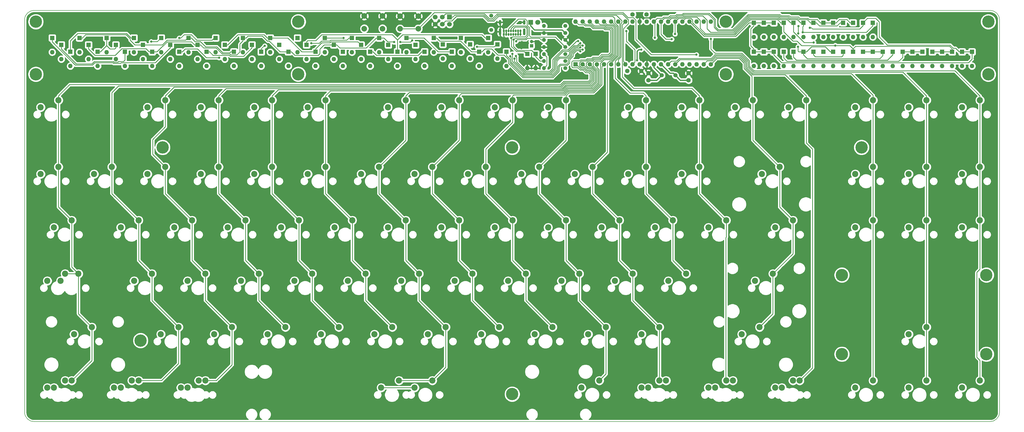
<source format=gbr>
G04 #@! TF.GenerationSoftware,KiCad,Pcbnew,(5.1.4)-1*
G04 #@! TF.CreationDate,2019-11-04T11:04:32-05:00*
G04 #@! TF.ProjectId,mysterium-pcb,6d797374-6572-4697-956d-2d7063622e6b,rev?*
G04 #@! TF.SameCoordinates,Original*
G04 #@! TF.FileFunction,Copper,L2,Bot*
G04 #@! TF.FilePolarity,Positive*
%FSLAX46Y46*%
G04 Gerber Fmt 4.6, Leading zero omitted, Abs format (unit mm)*
G04 Created by KiCad (PCBNEW (5.1.4)-1) date 2019-11-04 11:04:32*
%MOMM*%
%LPD*%
G04 APERTURE LIST*
%ADD10C,0.150000*%
%ADD11C,4.400000*%
%ADD12C,2.200000*%
%ADD13O,1.600000X1.600000*%
%ADD14R,1.600000X1.600000*%
%ADD15C,1.500000*%
%ADD16O,0.650000X1.000000*%
%ADD17O,0.900000X2.400000*%
%ADD18O,0.900000X1.700000*%
%ADD19C,2.000000*%
%ADD20C,1.400000*%
%ADD21O,1.400000X1.400000*%
%ADD22C,1.800000*%
%ADD23R,1.800000X1.800000*%
%ADD24R,1.700000X1.700000*%
%ADD25C,1.700000*%
%ADD26C,1.600000*%
%ADD27R,1.200000X1.200000*%
%ADD28C,1.200000*%
%ADD29C,0.800000*%
%ADD30C,0.400000*%
%ADD31C,0.250000*%
%ADD32C,0.254000*%
G04 APERTURE END LIST*
D10*
X384213099Y-204169841D02*
G75*
G02X380909040Y-207479900I-3307059J-3000D01*
G01*
X380903041Y-60863401D02*
G75*
G02X384213100Y-64167460I3000J-3307059D01*
G01*
X36550601Y-64173459D02*
G75*
G02X39854660Y-60863400I3307059J3000D01*
G01*
X39860659Y-207479899D02*
G75*
G02X36550600Y-204175840I-3000J3307059D01*
G01*
X384213100Y-64167460D02*
X384213099Y-204169841D01*
X380909040Y-207479900D02*
X39860659Y-207479899D01*
X36550600Y-204175840D02*
X36550601Y-64173459D01*
X39854660Y-60863400D02*
X380903041Y-60863400D01*
D11*
X286626300Y-83613400D03*
X134137400Y-83613400D03*
D12*
X298646850Y-173831250D03*
X292296850Y-176371250D03*
X297059350Y-157314900D03*
X303409350Y-154774900D03*
D13*
X310768510Y-80684848D03*
D14*
X310768510Y-75604848D03*
D13*
X72299966Y-80684848D03*
D14*
X72299966Y-75604848D03*
D13*
X107933729Y-78204555D03*
D14*
X107933729Y-73124555D03*
D13*
X321370288Y-80684848D03*
D14*
X321370288Y-75604848D03*
D13*
X342573844Y-80684848D03*
D14*
X342573844Y-75604848D03*
D13*
X339039918Y-80684848D03*
D14*
X339039918Y-75604848D03*
D13*
X339039918Y-70310399D03*
D14*
X339039918Y-65230399D03*
D13*
X335505992Y-80684848D03*
D14*
X335505992Y-75604848D03*
D13*
X324904214Y-80684848D03*
D14*
X324904214Y-75604848D03*
D13*
X314302436Y-80684848D03*
D14*
X314302436Y-75604848D03*
D13*
X314302436Y-70310399D03*
D14*
X314302436Y-65230399D03*
D13*
X150046358Y-80684848D03*
D14*
X150046358Y-75604848D03*
D13*
X69060533Y-78204555D03*
D14*
X69060533Y-73124555D03*
D13*
X65821100Y-75724262D03*
D14*
X65821100Y-70644262D03*
D13*
X62581667Y-80684848D03*
D14*
X62581667Y-75604848D03*
D13*
X346107770Y-80684848D03*
D14*
X346107770Y-75604848D03*
D13*
X328438140Y-70310399D03*
D14*
X328438140Y-65230399D03*
D13*
X317836362Y-70310399D03*
D14*
X317836362Y-65230399D03*
D13*
X198637883Y-80684848D03*
D14*
X198637883Y-75604848D03*
D13*
X182440688Y-75724262D03*
D14*
X182440688Y-70644262D03*
D13*
X163004090Y-75724262D03*
D14*
X163004090Y-70644262D03*
D13*
X146806925Y-78204555D03*
D14*
X146806925Y-73124555D03*
D13*
X130609760Y-80684848D03*
D14*
X130609760Y-75604848D03*
D13*
X114412595Y-75724262D03*
D14*
X114412595Y-70644262D03*
D13*
X98215430Y-78204555D03*
D14*
X98215430Y-73124555D03*
D13*
X82018265Y-80684848D03*
D14*
X82018265Y-75604848D03*
D13*
X59342234Y-78204555D03*
D14*
X59342234Y-73124555D03*
D13*
X328438140Y-80684848D03*
D14*
X328438140Y-75604848D03*
D13*
X317836362Y-80684848D03*
D14*
X317836362Y-75604848D03*
D13*
X310768510Y-70310399D03*
D14*
X310768510Y-65230399D03*
D13*
X208356200Y-80684848D03*
D14*
X208356200Y-75604848D03*
D13*
X195398444Y-78003400D03*
D14*
X195398444Y-72923400D03*
D13*
X179201255Y-80684848D03*
D14*
X179201255Y-75604848D03*
D13*
X159764657Y-80684848D03*
D14*
X159764657Y-75604848D03*
D13*
X143567492Y-75724262D03*
D14*
X143567492Y-70644262D03*
D13*
X127370327Y-78204555D03*
D14*
X127370327Y-73124555D03*
D13*
X111173162Y-80684848D03*
D14*
X111173162Y-75604848D03*
D13*
X94975997Y-75724262D03*
D14*
X94975997Y-70644262D03*
D13*
X78778832Y-78204555D03*
D14*
X78778832Y-73124555D03*
D13*
X56102801Y-75724262D03*
D14*
X56102801Y-70644262D03*
D13*
X356709548Y-80684848D03*
D14*
X356709548Y-75604848D03*
D13*
X353175622Y-80684848D03*
D14*
X353175622Y-75604848D03*
D13*
X349641696Y-80684848D03*
D14*
X349641696Y-75604848D03*
D13*
X331972066Y-70310399D03*
D14*
X331972066Y-65230399D03*
D13*
X324904214Y-70310399D03*
D14*
X324904214Y-65230399D03*
D13*
X321370288Y-70310399D03*
D14*
X321370288Y-65230399D03*
D13*
X307234584Y-80684848D03*
D14*
X307234584Y-75604848D03*
D13*
X192159005Y-75724262D03*
D14*
X192159005Y-70644262D03*
D13*
X185680127Y-78003400D03*
D14*
X185680127Y-72923400D03*
D13*
X175961822Y-78204555D03*
D14*
X175961822Y-73124555D03*
D13*
X156525224Y-78204555D03*
D14*
X156525224Y-73124555D03*
D13*
X140328059Y-80684848D03*
D14*
X140328059Y-75604848D03*
D13*
X124130894Y-75724262D03*
D14*
X124130894Y-70644262D03*
D13*
X91736564Y-80684848D03*
D14*
X91736564Y-75604848D03*
D13*
X75539399Y-75724262D03*
D14*
X75539399Y-70644262D03*
D13*
X52863368Y-80684848D03*
D14*
X52863368Y-75604848D03*
D13*
X367311326Y-80684848D03*
D14*
X367311326Y-75604848D03*
D13*
X363777400Y-80684848D03*
D14*
X363777400Y-75604848D03*
D13*
X360243474Y-80684848D03*
D14*
X360243474Y-75604848D03*
D13*
X331972066Y-80684848D03*
D14*
X331972066Y-75604848D03*
D13*
X307234584Y-70310399D03*
D14*
X307234584Y-65230399D03*
D13*
X205116761Y-78003400D03*
D14*
X205116761Y-72923400D03*
D13*
X188919566Y-80684848D03*
D14*
X188919566Y-75604848D03*
D13*
X172722389Y-75724262D03*
D14*
X172722389Y-70644262D03*
D13*
X166243523Y-78204555D03*
D14*
X166243523Y-73124555D03*
D13*
X153285791Y-75724262D03*
D14*
X153285791Y-70644262D03*
D13*
X133849193Y-75724262D03*
D14*
X133849193Y-70644262D03*
D13*
X117652028Y-78204555D03*
D14*
X117652028Y-73124555D03*
D13*
X101454863Y-80684848D03*
D14*
X101454863Y-75604848D03*
D13*
X85257698Y-75724262D03*
D14*
X85257698Y-70644262D03*
D13*
X49623935Y-78204555D03*
D14*
X49623935Y-73124555D03*
D13*
X374379198Y-80684848D03*
D14*
X374379198Y-75604848D03*
D13*
X370845252Y-80684848D03*
D14*
X370845252Y-75604848D03*
D13*
X335505992Y-70310399D03*
D14*
X335505992Y-65230399D03*
D13*
X296632806Y-70310399D03*
D14*
X296632806Y-65230399D03*
D13*
X296632806Y-80684848D03*
D14*
X296632806Y-75604848D03*
D13*
X300166732Y-70310399D03*
D14*
X300166732Y-65230399D03*
D13*
X300166732Y-80684848D03*
D14*
X300166732Y-75604848D03*
D13*
X303700658Y-70310399D03*
D14*
X303700658Y-65230399D03*
D13*
X303700658Y-80684848D03*
D14*
X303700658Y-75604848D03*
D13*
X201877322Y-75724262D03*
D14*
X201877322Y-70644262D03*
D13*
X169482956Y-80684848D03*
D14*
X169482956Y-75604848D03*
D13*
X137088626Y-78204555D03*
D14*
X137088626Y-73124555D03*
D13*
X120891461Y-80684848D03*
D14*
X120891461Y-75604848D03*
D13*
X104694296Y-75724262D03*
D14*
X104694296Y-70644262D03*
D13*
X88497131Y-78204555D03*
D14*
X88497131Y-73124555D03*
D13*
X46384502Y-75724262D03*
D14*
X46384502Y-70644262D03*
D11*
X286626300Y-64863400D03*
X40550600Y-64863400D03*
X379523512Y-183454800D03*
X327986788Y-183454800D03*
X379523512Y-155219400D03*
X327986788Y-155219400D03*
X77901800Y-178587400D03*
X85763100Y-109702600D03*
X335000600Y-109702600D03*
X210419351Y-197713600D03*
X210419351Y-109702600D03*
X134137400Y-64863400D03*
X380213100Y-64863400D03*
X380213100Y-83613400D03*
X40550600Y-83613400D03*
D12*
X243878100Y-173824900D03*
X237528100Y-176364900D03*
X258165600Y-116674900D03*
X251815600Y-119214900D03*
D15*
X268630400Y-83997800D03*
X263750400Y-83997800D03*
D16*
X211694351Y-69447600D03*
X213394351Y-69447600D03*
X212544351Y-69447600D03*
X210844351Y-69447600D03*
X209994351Y-69447600D03*
X209144351Y-69447600D03*
X208294351Y-69447600D03*
X207444351Y-69447600D03*
X213394351Y-68122600D03*
X212539351Y-68122600D03*
X211689351Y-68122600D03*
X210839351Y-68122600D03*
X209989351Y-68122600D03*
X209139351Y-68122600D03*
X208289351Y-68122600D03*
X207439351Y-68122600D03*
D17*
X214744351Y-68467600D03*
X206094351Y-68467600D03*
D18*
X214744351Y-65087600D03*
X206094351Y-65087600D03*
D14*
X233019600Y-80035400D03*
D13*
X281279600Y-64795400D03*
X235559600Y-80035400D03*
X278739600Y-64795400D03*
X238099600Y-80035400D03*
X276199600Y-64795400D03*
X240639600Y-80035400D03*
X273659600Y-64795400D03*
X243179600Y-80035400D03*
X271119600Y-64795400D03*
X245719600Y-80035400D03*
X268579600Y-64795400D03*
X248259600Y-80035400D03*
X266039600Y-64795400D03*
X250799600Y-80035400D03*
X263499600Y-64795400D03*
X253339600Y-80035400D03*
X260959600Y-64795400D03*
X255879600Y-80035400D03*
X258419600Y-64795400D03*
X258419600Y-80035400D03*
X255879600Y-64795400D03*
X260959600Y-80035400D03*
X253339600Y-64795400D03*
X263499600Y-80035400D03*
X250799600Y-64795400D03*
X266039600Y-80035400D03*
X248259600Y-64795400D03*
X268579600Y-80035400D03*
X245719600Y-64795400D03*
X271119600Y-80035400D03*
X243179600Y-64795400D03*
X273659600Y-80035400D03*
X240639600Y-64795400D03*
X276199600Y-80035400D03*
X238099600Y-64795400D03*
X278739600Y-80035400D03*
X235559600Y-64795400D03*
X281279600Y-80035400D03*
X233019600Y-64795400D03*
D12*
X377228100Y-192874900D03*
X370878100Y-195414900D03*
X358178100Y-192874900D03*
X351828100Y-195414900D03*
X339128100Y-192874900D03*
X332778100Y-195414900D03*
X312934350Y-192874900D03*
X306584350Y-195414900D03*
X304203100Y-195414900D03*
X310553100Y-192874900D03*
X286740600Y-192874900D03*
X280390600Y-195414900D03*
X289121850Y-192874900D03*
X282771850Y-195414900D03*
X265309350Y-192874900D03*
X258959350Y-195414900D03*
X256578100Y-195414900D03*
X262928100Y-192874900D03*
X241496850Y-192874900D03*
X235146850Y-195414900D03*
X181965600Y-192874900D03*
X175615600Y-195414900D03*
X170059350Y-192874900D03*
X163709350Y-195414900D03*
X92271850Y-195414900D03*
X98621850Y-192874900D03*
X94653100Y-195414900D03*
X101003100Y-192874900D03*
X77190600Y-192874900D03*
X70840600Y-195414900D03*
X74809350Y-192874900D03*
X68459350Y-195414900D03*
X50996850Y-192874900D03*
X44646850Y-195414900D03*
X47028100Y-195414900D03*
X53378100Y-192874900D03*
X358178100Y-173824900D03*
X351828100Y-176364900D03*
X262928100Y-173824900D03*
X256578100Y-176364900D03*
X224828100Y-173824900D03*
X218478100Y-176364900D03*
X205778100Y-173824900D03*
X199428100Y-176364900D03*
X186728100Y-173824900D03*
X180378100Y-176364900D03*
X167678100Y-173824900D03*
X161328100Y-176364900D03*
X148628100Y-173824900D03*
X142278100Y-176364900D03*
X129578100Y-173824900D03*
X123228100Y-176364900D03*
X110528100Y-173824900D03*
X104178100Y-176364900D03*
X91478100Y-173824900D03*
X85128100Y-176364900D03*
X54171850Y-176364900D03*
X60521850Y-173824900D03*
X272453100Y-154774900D03*
X266103100Y-157314900D03*
X253403100Y-154774900D03*
X247053100Y-157314900D03*
X234353100Y-154774900D03*
X228003100Y-157314900D03*
X215303100Y-154774900D03*
X208953100Y-157314900D03*
X196253100Y-154774900D03*
X189903100Y-157314900D03*
X177203100Y-154774900D03*
X170853100Y-157314900D03*
X158153100Y-154774900D03*
X151803100Y-157314900D03*
X139103100Y-154774900D03*
X132753100Y-157314900D03*
X120053100Y-154774900D03*
X113703100Y-157314900D03*
X101003100Y-154774900D03*
X94653100Y-157314900D03*
X81953100Y-154774900D03*
X75603100Y-157314900D03*
X50996850Y-154774900D03*
X44646850Y-157314900D03*
X55759350Y-154774900D03*
X49409350Y-157314900D03*
X377228100Y-135724900D03*
X370878100Y-138264900D03*
X358178100Y-135724900D03*
X351828100Y-138264900D03*
X339128100Y-135724900D03*
X332778100Y-138264900D03*
X304203100Y-138264900D03*
X310553100Y-135724900D03*
X286740600Y-135724900D03*
X280390600Y-138264900D03*
X267690600Y-135724900D03*
X261340600Y-138264900D03*
X248640600Y-135724900D03*
X242290600Y-138264900D03*
X229590600Y-135724900D03*
X223240600Y-138264900D03*
X210540600Y-135724900D03*
X204190600Y-138264900D03*
X191490600Y-135724900D03*
X185140600Y-138264900D03*
X172440600Y-135724900D03*
X166090600Y-138264900D03*
X153390600Y-135724900D03*
X147040600Y-138264900D03*
X134340600Y-135724900D03*
X127990600Y-138264900D03*
X115290600Y-135724900D03*
X108940600Y-138264900D03*
X96240600Y-135724900D03*
X89890600Y-138264900D03*
X77190600Y-135724900D03*
X70840600Y-138264900D03*
X47028100Y-138264900D03*
X53378100Y-135724900D03*
X377228100Y-116674900D03*
X370878100Y-119214900D03*
X358178100Y-116674900D03*
X351828100Y-119214900D03*
X339128100Y-116674900D03*
X332778100Y-119214900D03*
X305790600Y-116674900D03*
X299440600Y-119214900D03*
X277215600Y-116674900D03*
X270865600Y-119214900D03*
X239115600Y-116674900D03*
X232765600Y-119214900D03*
X220065600Y-116674900D03*
X213715600Y-119214900D03*
X201015600Y-116674900D03*
X194665600Y-119214900D03*
X181965600Y-116674900D03*
X175615600Y-119214900D03*
X162915600Y-116674900D03*
X156565600Y-119214900D03*
X143865600Y-116674900D03*
X137515600Y-119214900D03*
X124815600Y-116674900D03*
X118465600Y-119214900D03*
X105765600Y-116674900D03*
X99415600Y-119214900D03*
X86715600Y-116674900D03*
X80365600Y-119214900D03*
X67665600Y-116674900D03*
X61315600Y-119214900D03*
X48615600Y-116674900D03*
X42265600Y-119214900D03*
X377228100Y-92862400D03*
X370878100Y-95402400D03*
X358178100Y-92862400D03*
X351828100Y-95402400D03*
X339128100Y-92862400D03*
X332778100Y-95402400D03*
X315315600Y-92862400D03*
X308965600Y-95402400D03*
X296265600Y-92862400D03*
X289915600Y-95402400D03*
X277215600Y-92862400D03*
X270865600Y-95402400D03*
X258165600Y-92862400D03*
X251815600Y-95402400D03*
X229590600Y-92862400D03*
X223240600Y-95402400D03*
X210540600Y-92862400D03*
X204190600Y-95402400D03*
X191490600Y-92862400D03*
X185140600Y-95402400D03*
X172440600Y-92862400D03*
X166090600Y-95402400D03*
X143865600Y-92862400D03*
X137515600Y-95402400D03*
X124815600Y-92862400D03*
X118465600Y-95402400D03*
X105765600Y-92862400D03*
X99415600Y-95402400D03*
X86715600Y-92862400D03*
X80365600Y-95402400D03*
X48615600Y-92862400D03*
X42265600Y-95402400D03*
D19*
X164187697Y-62839600D03*
X164187697Y-67339600D03*
X157687697Y-62839600D03*
X157687697Y-67339600D03*
D20*
X229387400Y-66370200D03*
D21*
X221767400Y-66370200D03*
D20*
X229387400Y-68881163D03*
D21*
X221767400Y-68881163D03*
D20*
X229387400Y-81435978D03*
D21*
X221767400Y-81435978D03*
D20*
X229387400Y-78925015D03*
D21*
X221767400Y-78925015D03*
D20*
X229387400Y-76414052D03*
D21*
X221767400Y-76414052D03*
D20*
X229387400Y-73903089D03*
D21*
X221767400Y-73903089D03*
D20*
X229387400Y-71392126D03*
D21*
X221767400Y-71392126D03*
D22*
X219538599Y-65074800D03*
D23*
X216998599Y-65074800D03*
D24*
X188091497Y-63246000D03*
D25*
X188091497Y-65786000D03*
X185551497Y-63246000D03*
X185551497Y-65786000D03*
X183011497Y-63246000D03*
X183011497Y-65786000D03*
D20*
X202918497Y-62728000D03*
X202918497Y-67828000D03*
D13*
X218770200Y-81432400D03*
D14*
X218770200Y-76352400D03*
D13*
X215823800Y-81432400D03*
D14*
X215823800Y-76352400D03*
D26*
X256485400Y-82473800D03*
X251485400Y-82473800D03*
X253343400Y-62306200D03*
X258343400Y-62306200D03*
D27*
X217348559Y-73461444D03*
D28*
X217348559Y-71961444D03*
D26*
X259029200Y-83250400D03*
X259029200Y-85750400D03*
X273354800Y-83250400D03*
X273354800Y-85750400D03*
D19*
X176926297Y-62865000D03*
X176926297Y-67365000D03*
X170426297Y-62865000D03*
X170426297Y-67365000D03*
D29*
X246481600Y-129870200D03*
X243408200Y-151231600D03*
X183438800Y-92227400D03*
X352374200Y-78206600D03*
X120167400Y-73202800D03*
X113055400Y-78714600D03*
X178638200Y-72034400D03*
X181229000Y-78028800D03*
X198323200Y-71018400D03*
X184505600Y-81280000D03*
X193294000Y-77851000D03*
X203073000Y-79273400D03*
X158216600Y-78232000D03*
X79984600Y-81381600D03*
X78892400Y-76022200D03*
X62534800Y-70713600D03*
X72618600Y-72237600D03*
X111379000Y-72771000D03*
X117170200Y-71018400D03*
X166014400Y-75641200D03*
X227050600Y-75082400D03*
X213893400Y-72136000D03*
X265633200Y-67945000D03*
X252679200Y-75209400D03*
X252603000Y-77876400D03*
X213715600Y-74295000D03*
X229692200Y-83921600D03*
X186131200Y-70713600D03*
X197662800Y-65100200D03*
X137718800Y-70485000D03*
X298373800Y-67792600D03*
X340258400Y-67640200D03*
X252984000Y-68097400D03*
X256463800Y-61925200D03*
X261061200Y-62026800D03*
X375361200Y-77952600D03*
X293166800Y-68732400D03*
X274802600Y-68376800D03*
X126034800Y-76250800D03*
X153238200Y-79603600D03*
X164439600Y-72237600D03*
X158419800Y-70866000D03*
X291109400Y-63068200D03*
X276148800Y-76631800D03*
X256438400Y-74853800D03*
X254965200Y-78613000D03*
X210058000Y-70688200D03*
X210910010Y-71262684D03*
X251104400Y-68224400D03*
X211810600Y-71856600D03*
X122199400Y-73507600D03*
X91668600Y-70713600D03*
X234684649Y-73979123D03*
X316560200Y-67005200D03*
X209702400Y-77190600D03*
X325628000Y-73355200D03*
X81686400Y-71983600D03*
X197891400Y-73837800D03*
X235538855Y-73417231D03*
X138785600Y-72517000D03*
X210464400Y-76352400D03*
X105892600Y-77724000D03*
X211291383Y-78016752D03*
X234705660Y-72529111D03*
X261315200Y-70561200D03*
X150266400Y-70662800D03*
X235511619Y-74867610D03*
X268503400Y-69240400D03*
X317931800Y-72263000D03*
X267335000Y-71120000D03*
X234676568Y-75451810D03*
X168325800Y-72136000D03*
X170561000Y-72136000D03*
X174752000Y-71526400D03*
X312470800Y-69088000D03*
X312547000Y-66471800D03*
X312343800Y-73837800D03*
X211793257Y-77151798D03*
X233968473Y-71804101D03*
X314045600Y-68681600D03*
X281279600Y-71043800D03*
D30*
X213394351Y-68122600D02*
X213394351Y-69447600D01*
X207439351Y-69442600D02*
X207444351Y-69447600D01*
X207439351Y-68122600D02*
X207439351Y-69442600D01*
X218770200Y-81432400D02*
X215823800Y-81432400D01*
X218197087Y-71961444D02*
X217348559Y-71961444D01*
X218835806Y-71961444D02*
X218197087Y-71961444D01*
X220777451Y-73903089D02*
X218835806Y-71961444D01*
X221767400Y-73903089D02*
X220777451Y-73903089D01*
X229405526Y-71374000D02*
X229387400Y-71392126D01*
X228687401Y-70692127D02*
X228687401Y-70674001D01*
X229387400Y-71392126D02*
X228687401Y-70692127D01*
X226894563Y-68881163D02*
X221767400Y-68881163D01*
X228687401Y-70674001D02*
X226894563Y-68881163D01*
X259581799Y-63506201D02*
X261061200Y-62026800D01*
X257479116Y-63506201D02*
X259581799Y-63506201D01*
X256463800Y-61925200D02*
X256463800Y-62490885D01*
X256463800Y-62490885D02*
X257479116Y-63506201D01*
D31*
X276148800Y-76631800D02*
X259994400Y-76631800D01*
X259994400Y-76631800D02*
X254558800Y-71196200D01*
X254558800Y-71196200D02*
X254558800Y-64349598D01*
X254558800Y-64349598D02*
X253640403Y-63431201D01*
X253640403Y-63431201D02*
X251736814Y-63431201D01*
X251736814Y-63431201D02*
X251736814Y-63421214D01*
X171840510Y-67365000D02*
X176926297Y-67365000D01*
X170426297Y-67365000D02*
X171840510Y-67365000D01*
X176926297Y-67365000D02*
X182670897Y-61620400D01*
X249936000Y-61620400D02*
X250075700Y-61760100D01*
X182670897Y-61620400D02*
X249936000Y-61620400D01*
X251736814Y-63421214D02*
X250075700Y-61760100D01*
X250075700Y-61760100D02*
X249961400Y-61645800D01*
D30*
X263728200Y-80264000D02*
X263499600Y-80035400D01*
X264299599Y-80835399D02*
X263499600Y-80035400D01*
X266712001Y-83247801D02*
X264299599Y-80835399D01*
X267880401Y-83247801D02*
X266712001Y-83247801D01*
X268630400Y-83997800D02*
X267880401Y-83247801D01*
X270383000Y-85750400D02*
X273354800Y-85750400D01*
X268630400Y-83997800D02*
X270383000Y-85750400D01*
X260959600Y-81207000D02*
X260959600Y-80035400D01*
X263750400Y-83997800D02*
X260959600Y-81207000D01*
X261997800Y-85750400D02*
X263750400Y-83997800D01*
X259029200Y-85750400D02*
X261997800Y-85750400D01*
X255549400Y-74853800D02*
X256438400Y-74853800D01*
X254965200Y-78613000D02*
X254965200Y-75438000D01*
X254965200Y-75438000D02*
X255549400Y-74853800D01*
D31*
X174059966Y-195414900D02*
X163709350Y-195414900D01*
X175615600Y-195414900D02*
X174059966Y-195414900D01*
X210185000Y-70815200D02*
X210058000Y-70688200D01*
X210185000Y-73685400D02*
X210185000Y-70815200D01*
X212039200Y-75539600D02*
X210185000Y-73685400D01*
X214731600Y-75539600D02*
X212039200Y-75539600D01*
X215823800Y-76352400D02*
X215544400Y-76352400D01*
X215544400Y-76352400D02*
X214731600Y-75539600D01*
X210839351Y-67372600D02*
X211409951Y-66802000D01*
X211409951Y-66802000D02*
X215135178Y-66802000D01*
X215135178Y-66802000D02*
X215646000Y-67312822D01*
X215646000Y-67312822D02*
X215646000Y-69646800D01*
X215004599Y-70288201D02*
X210457999Y-70288201D01*
X215646000Y-69646800D02*
X215004599Y-70288201D01*
X210839351Y-68122600D02*
X210839351Y-67372600D01*
X210457999Y-70288201D02*
X210058000Y-70688200D01*
X222467399Y-77114051D02*
X221767400Y-76414052D01*
X222792401Y-77439053D02*
X222467399Y-77114051D01*
X222792401Y-80410977D02*
X222792401Y-77439053D01*
X221767400Y-81435978D02*
X222792401Y-80410977D01*
X215112600Y-70840600D02*
X211332094Y-70840600D01*
X209989351Y-68122600D02*
X209989351Y-67372600D01*
X211310009Y-70862685D02*
X210910010Y-71262684D01*
X216103200Y-69850000D02*
X215112600Y-70840600D01*
X215314390Y-66344800D02*
X216103200Y-67133610D01*
X211332094Y-70840600D02*
X211310009Y-70862685D01*
X216103200Y-67133610D02*
X216103200Y-69850000D01*
X211017151Y-66344800D02*
X215314390Y-66344800D01*
X209989351Y-67372600D02*
X211017151Y-66344800D01*
X220777451Y-78925015D02*
X221767400Y-78925015D01*
X220292815Y-78925015D02*
X220777451Y-78925015D01*
X218770200Y-77402400D02*
X220292815Y-78925015D01*
X218770200Y-76352400D02*
X218770200Y-77402400D01*
X210910010Y-71828369D02*
X210910010Y-71262684D01*
X210910010Y-73750010D02*
X210910010Y-71828369D01*
X212242400Y-75082400D02*
X210910010Y-73750010D01*
X217373200Y-75082400D02*
X212242400Y-75082400D01*
X218643200Y-76352400D02*
X217373200Y-75082400D01*
X218770200Y-76352400D02*
X218643200Y-76352400D01*
D30*
X212539351Y-69442600D02*
X212544351Y-69447600D01*
X212539351Y-68122600D02*
X212539351Y-69442600D01*
X208289351Y-69442600D02*
X208294351Y-69447600D01*
X208289351Y-68122600D02*
X208289351Y-69442600D01*
D31*
X189191497Y-63246000D02*
X188091497Y-63246000D01*
X189902697Y-62534800D02*
X189191497Y-63246000D01*
X203596898Y-64203012D02*
X201998012Y-64203012D01*
X248259600Y-80035400D02*
X248259600Y-80010000D01*
X201998012Y-64203012D02*
X200329800Y-62534800D01*
X205246899Y-62553011D02*
X203596898Y-64203012D01*
X247616000Y-62553011D02*
X205246899Y-62553011D01*
X249199400Y-65520602D02*
X249555000Y-65165002D01*
X200329800Y-62534800D02*
X189902697Y-62534800D01*
X249555000Y-65165002D02*
X249555000Y-64492011D01*
X249555000Y-64492011D02*
X247616000Y-62553011D01*
X249199400Y-77444600D02*
X249199400Y-76911200D01*
X249199400Y-76377800D02*
X249199400Y-77444600D01*
X249199400Y-76911200D02*
X249199400Y-76377800D01*
X249199400Y-76377800D02*
X249199400Y-65520602D01*
X249199400Y-77444600D02*
X248259600Y-78384400D01*
X248259600Y-78384400D02*
X248259600Y-80035400D01*
X186726498Y-62070999D02*
X185551497Y-63246000D01*
X200526399Y-62070999D02*
X186726498Y-62070999D01*
X202208401Y-63753001D02*
X200526399Y-62070999D01*
X203410498Y-63753001D02*
X202208401Y-63753001D01*
X205060499Y-62103000D02*
X203410498Y-63753001D01*
X250799600Y-80035400D02*
X250799600Y-79756000D01*
X250799600Y-79756000D02*
X250113800Y-79070200D01*
X250113800Y-79070200D02*
X250113800Y-67335400D01*
X250113800Y-67335400D02*
X251924601Y-65524599D01*
X249772202Y-62103000D02*
X205060499Y-62103000D01*
X251924601Y-65524599D02*
X251924601Y-64255399D01*
X251924601Y-64255399D02*
X249772202Y-62103000D01*
X245719600Y-80035400D02*
X245846600Y-80035400D01*
X246989600Y-63652400D02*
X246989600Y-65201800D01*
X246340222Y-63003022D02*
X246989600Y-63652400D01*
X205528598Y-63003022D02*
X246340222Y-63003022D01*
X203878597Y-64653023D02*
X205528598Y-63003022D01*
X186726498Y-64610999D02*
X188931801Y-64610999D01*
X185551497Y-65786000D02*
X186726498Y-64610999D01*
X188931801Y-64610999D02*
X190550800Y-62992000D01*
X200126600Y-62992000D02*
X201787623Y-64653023D01*
X190550800Y-62992000D02*
X200126600Y-62992000D01*
X201787623Y-64653023D02*
X203878597Y-64653023D01*
X246989600Y-65201800D02*
X247853200Y-66065400D01*
X247853200Y-66065400D02*
X248005600Y-66217800D01*
X245719600Y-79603600D02*
X245719600Y-80035400D01*
X248285000Y-77038200D02*
X245719600Y-79603600D01*
X247853200Y-66065400D02*
X248285000Y-66497200D01*
X248285000Y-66497200D02*
X248285000Y-77038200D01*
X254139599Y-79235401D02*
X254139599Y-74866399D01*
X253339600Y-80035400D02*
X254139599Y-79235401D01*
X251104400Y-71831200D02*
X251104400Y-68224400D01*
X254139599Y-74866399D02*
X251104400Y-71831200D01*
D30*
X216998599Y-66374800D02*
X216998599Y-65074800D01*
X218404961Y-67781162D02*
X216998599Y-66374800D01*
X228287399Y-67781162D02*
X218404961Y-67781162D01*
X229387400Y-68881163D02*
X228287399Y-67781162D01*
D31*
X221767400Y-71475600D02*
X221564200Y-71475600D01*
X211810600Y-71704200D02*
X211810600Y-71856600D01*
X220777451Y-71392126D02*
X220149725Y-70764400D01*
X221767400Y-71392126D02*
X220777451Y-71392126D01*
X220149725Y-70764400D02*
X215849200Y-70764400D01*
X215849200Y-70764400D02*
X215315800Y-71297800D01*
X215315800Y-71297800D02*
X212217000Y-71297800D01*
X212217000Y-71297800D02*
X211810600Y-71704200D01*
X216560400Y-66954400D02*
X216560400Y-69824600D01*
X209139351Y-68122600D02*
X209139351Y-67372600D01*
X209139351Y-67372600D02*
X212599361Y-63912590D01*
X212599361Y-63912590D02*
X215118790Y-63912590D01*
X215118790Y-63912590D02*
X215773598Y-64567398D01*
X215773598Y-64567398D02*
X215773598Y-66167598D01*
X215773598Y-66167598D02*
X216560400Y-66954400D01*
X225791511Y-70307200D02*
X229387400Y-73903089D01*
X217043000Y-70307200D02*
X225791511Y-70307200D01*
X216560400Y-69824600D02*
X217043000Y-70307200D01*
X296632806Y-74554848D02*
X296632806Y-75604848D01*
X295507805Y-73429847D02*
X296632806Y-74554848D01*
X295507805Y-67405400D02*
X295507805Y-73429847D01*
X296632806Y-66280399D02*
X295507805Y-67405400D01*
X296632806Y-65230399D02*
X296632806Y-66280399D01*
X297682806Y-75604848D02*
X300166732Y-75604848D01*
X296632806Y-75604848D02*
X297682806Y-75604848D01*
X301216732Y-75604848D02*
X303700658Y-75604848D01*
X300166732Y-75604848D02*
X301216732Y-75604848D01*
X303700658Y-76654848D02*
X306497010Y-79451200D01*
X303700658Y-75604848D02*
X303700658Y-76654848D01*
X306497010Y-79451200D02*
X373151400Y-79451200D01*
X374379198Y-78223402D02*
X374379198Y-75604848D01*
X373151400Y-79451200D02*
X374379198Y-78223402D01*
X373329198Y-75604848D02*
X370845252Y-75604848D01*
X374379198Y-75604848D02*
X373329198Y-75604848D01*
X296632806Y-65230399D02*
X295582806Y-65230399D01*
X54647389Y-80333011D02*
X46384502Y-72070124D01*
X46384502Y-72070124D02*
X46384502Y-70644262D01*
X60714600Y-80333011D02*
X54647389Y-80333011D01*
X61545610Y-79502000D02*
X60714600Y-80333011D01*
X68056566Y-79502000D02*
X61545610Y-79502000D01*
X88497131Y-73124555D02*
X88497131Y-74174555D01*
X88497131Y-74174555D02*
X83169686Y-79502000D01*
X71018400Y-79502000D02*
X70740833Y-79779567D01*
X70740833Y-79779567D02*
X68334132Y-79779567D01*
X83169686Y-79502000D02*
X71018400Y-79502000D01*
X68334132Y-79779567D02*
X68056566Y-79502000D01*
X121938709Y-73507600D02*
X122199400Y-73507600D01*
X120891461Y-75604848D02*
X120891461Y-74554848D01*
X120891461Y-74554848D02*
X121938709Y-73507600D01*
X104183938Y-70644262D02*
X104694296Y-70644262D01*
X92234285Y-70713600D02*
X93453485Y-69494400D01*
X91668600Y-70713600D02*
X92234285Y-70713600D01*
X93453485Y-69494400D02*
X96011137Y-69494400D01*
X96011137Y-69494400D02*
X97916137Y-71399400D01*
X97916137Y-71399400D02*
X103428800Y-71399400D01*
X103428800Y-71399400D02*
X104183938Y-70644262D01*
X169482956Y-71918644D02*
X169482956Y-71334444D01*
X169482956Y-71918644D02*
X169482956Y-75604848D01*
X169482956Y-71334444D02*
X171348400Y-69469000D01*
X200827322Y-70644262D02*
X201877322Y-70644262D01*
X199652060Y-69469000D02*
X200827322Y-70644262D01*
X171348400Y-69469000D02*
X199652060Y-69469000D01*
X137088626Y-72074555D02*
X137088626Y-73124555D01*
X137525391Y-71637791D02*
X137088626Y-72074555D01*
X140388961Y-71637791D02*
X137525391Y-71637791D01*
X142507491Y-69519261D02*
X140388961Y-71637791D01*
X167639461Y-69519261D02*
X142507491Y-69519261D01*
X169482956Y-71362756D02*
X167639461Y-69519261D01*
X169482956Y-71918644D02*
X169482956Y-71362756D01*
X297682806Y-65230399D02*
X300166732Y-65230399D01*
X296632806Y-65230399D02*
X297682806Y-65230399D01*
X300166732Y-65230399D02*
X303700658Y-65230399D01*
X335505992Y-66280399D02*
X335505992Y-65230399D01*
X334349391Y-67437000D02*
X335505992Y-66280399D01*
X317557685Y-67437000D02*
X334349391Y-67437000D01*
X317125885Y-67005200D02*
X317557685Y-67437000D01*
X316560200Y-67005200D02*
X317125885Y-67005200D01*
X335505992Y-65229808D02*
X335505992Y-65230399D01*
X337083400Y-63652400D02*
X335505992Y-65229808D01*
X341274400Y-64922400D02*
X340004400Y-63652400D01*
X340004400Y-63652400D02*
X337083400Y-63652400D01*
X341274400Y-70256400D02*
X341274400Y-64922400D01*
X370845252Y-75604848D02*
X369795252Y-75604848D01*
X369795252Y-75604848D02*
X368536204Y-74345800D01*
X367741200Y-74345800D02*
X366572800Y-73177400D01*
X366572800Y-73177400D02*
X344195400Y-73177400D01*
X368536204Y-74345800D02*
X367741200Y-74345800D01*
X344195400Y-73177400D02*
X341274400Y-70256400D01*
X234340400Y-74269600D02*
X234630877Y-73979123D01*
X232918000Y-74269600D02*
X234340400Y-74269600D01*
X231241600Y-76733400D02*
X231241600Y-75946000D01*
X231241600Y-75946000D02*
X232918000Y-74269600D01*
X230074986Y-77900014D02*
X231241600Y-76733400D01*
X227357186Y-77900014D02*
X230074986Y-77900014D01*
X226288600Y-78968600D02*
X227357186Y-77900014D01*
X209702400Y-77190600D02*
X210007200Y-77495400D01*
X210007200Y-79197200D02*
X214731600Y-83921600D01*
X210007200Y-77495400D02*
X210007200Y-79197200D01*
X214731600Y-83921600D02*
X224459800Y-83921600D01*
X224459800Y-83921600D02*
X226288600Y-82092800D01*
X234630877Y-73979123D02*
X234684649Y-73979123D01*
X226288600Y-82092800D02*
X226288600Y-78968600D01*
X278917400Y-70053200D02*
X273659600Y-64795400D01*
X290068000Y-70053200D02*
X278917400Y-70053200D01*
X295582806Y-65230399D02*
X294890801Y-65230399D01*
X294890801Y-65230399D02*
X290068000Y-70053200D01*
X360243474Y-75604848D02*
X363777400Y-75604848D01*
X364827400Y-75604848D02*
X367311326Y-75604848D01*
X363777400Y-75604848D02*
X364827400Y-75604848D01*
X332866914Y-73660000D02*
X331972066Y-74554848D01*
X366416478Y-73660000D02*
X332866914Y-73660000D01*
X367311326Y-74554848D02*
X366416478Y-73660000D01*
X367311326Y-75604848D02*
X367311326Y-74554848D01*
X49623935Y-74550417D02*
X49623935Y-73124555D01*
X54956518Y-79883000D02*
X49623935Y-74550417D01*
X60528200Y-79883000D02*
X54956518Y-79883000D01*
X72299966Y-75604848D02*
X72299966Y-78576034D01*
X68235776Y-79044800D02*
X61366400Y-79044800D01*
X72299966Y-78576034D02*
X71838544Y-79037456D01*
X71838544Y-79037456D02*
X70045856Y-79037456D01*
X61366400Y-79044800D02*
X60528200Y-79883000D01*
X70045856Y-79037456D02*
X69753756Y-79329556D01*
X69753756Y-79329556D02*
X68520532Y-79329556D01*
X68520532Y-79329556D02*
X68235776Y-79044800D01*
X85257698Y-70644262D02*
X85210138Y-70644262D01*
X83870800Y-71983600D02*
X83388200Y-71983600D01*
X85210138Y-70644262D02*
X83870800Y-71983600D01*
X81686400Y-71983600D02*
X83388200Y-71983600D01*
X101454863Y-75604848D02*
X102504863Y-75604848D01*
X114646723Y-77179860D02*
X117652028Y-74174555D01*
X117652028Y-74174555D02*
X117652028Y-73124555D01*
X109596164Y-76849263D02*
X109926761Y-77179860D01*
X109926761Y-77179860D02*
X114646723Y-77179860D01*
X103749278Y-76849263D02*
X109596164Y-76849263D01*
X102504863Y-75604848D02*
X103749278Y-76849263D01*
X187869566Y-75604848D02*
X188919566Y-75604848D01*
X183986276Y-75604848D02*
X187869566Y-75604848D01*
X179025690Y-70644262D02*
X183986276Y-75604848D01*
X172722389Y-70644262D02*
X179025690Y-70644262D01*
X198457085Y-73837800D02*
X197891400Y-73837800D01*
X204012800Y-73837800D02*
X198457085Y-73837800D01*
X205116761Y-72923400D02*
X204927200Y-72923400D01*
X204927200Y-72923400D02*
X204012800Y-73837800D01*
X145340804Y-71769263D02*
X145634467Y-71475600D01*
X142377491Y-71769263D02*
X145340804Y-71769263D01*
X141629754Y-72517000D02*
X142377491Y-71769263D01*
X138785600Y-72517000D02*
X141629754Y-72517000D01*
X152235791Y-70644262D02*
X153285791Y-70644262D01*
X151404453Y-71475600D02*
X152235791Y-70644262D01*
X145634467Y-71475600D02*
X151404453Y-71475600D01*
X307234584Y-66280399D02*
X307234584Y-65230399D01*
X307234584Y-68441475D02*
X307234584Y-66280399D01*
X310573509Y-71780400D02*
X307234584Y-68441475D01*
X312013600Y-71780400D02*
X310573509Y-71780400D01*
X313588400Y-73355200D02*
X312013600Y-71780400D01*
X325628000Y-73355200D02*
X313588400Y-73355200D01*
X331972066Y-74797066D02*
X331972066Y-74543066D01*
X331972066Y-74554848D02*
X331972066Y-74797066D01*
X331972066Y-74797066D02*
X331972066Y-75604848D01*
X330784200Y-73355200D02*
X325628000Y-73355200D01*
X331972066Y-74543066D02*
X330784200Y-73355200D01*
X205116761Y-72923400D02*
X205206600Y-72923400D01*
X235375737Y-73254113D02*
X235538855Y-73417231D01*
X233808410Y-73812400D02*
X234366697Y-73254113D01*
X232714800Y-73812400D02*
X233808410Y-73812400D01*
X230784400Y-75742800D02*
X232714800Y-73812400D01*
X229873854Y-77444600D02*
X230784400Y-76534054D01*
X230784400Y-76534054D02*
X230784400Y-75742800D01*
X227152200Y-77444600D02*
X229873854Y-77444600D01*
X210464400Y-76352400D02*
X210464400Y-78994000D01*
X210464400Y-78994000D02*
X214927823Y-83457423D01*
X214927823Y-83457423D02*
X224263577Y-83457423D01*
X234366697Y-73254113D02*
X235375737Y-73254113D01*
X224263577Y-83457423D02*
X225831400Y-81889600D01*
X225831400Y-81889600D02*
X225831400Y-78765400D01*
X225831400Y-78765400D02*
X227152200Y-77444600D01*
X274199601Y-63670399D02*
X272244601Y-63670399D01*
X274784601Y-65260001D02*
X274784601Y-64255399D01*
X307234584Y-65230399D02*
X306184584Y-65230399D01*
X274784601Y-64255399D02*
X274199601Y-63670399D01*
X306184584Y-65230399D02*
X305038385Y-64084200D01*
X305038385Y-64084200D02*
X295376600Y-64084200D01*
X295376600Y-64084200D02*
X289864800Y-69596000D01*
X272244601Y-63670399D02*
X271119600Y-64795400D01*
X289864800Y-69596000D02*
X279120600Y-69596000D01*
X279120600Y-69596000D02*
X274784601Y-65260001D01*
X355659548Y-75604848D02*
X353175622Y-75604848D01*
X356709548Y-75604848D02*
X355659548Y-75604848D01*
X352125622Y-75604848D02*
X349641696Y-75604848D01*
X353175622Y-75604848D02*
X352125622Y-75604848D01*
X349641696Y-77586304D02*
X349641696Y-75604848D01*
X348259400Y-78968600D02*
X349641696Y-77586304D01*
X308406800Y-78968600D02*
X348259400Y-78968600D01*
X307234584Y-75604848D02*
X307234584Y-77796384D01*
X307234584Y-77796384D02*
X308406800Y-78968600D01*
X72914387Y-69069250D02*
X74489399Y-70644262D01*
X74489399Y-70644262D02*
X75539399Y-70644262D01*
X55492811Y-69069250D02*
X72914387Y-69069250D01*
X52863368Y-71698693D02*
X55492811Y-69069250D01*
X52863368Y-75604848D02*
X52863368Y-71698693D01*
X123080894Y-70644262D02*
X124130894Y-70644262D01*
X121955893Y-69519261D02*
X123080894Y-70644262D01*
X112589023Y-69519261D02*
X121955893Y-69519261D01*
X108983729Y-73124555D02*
X112589023Y-69519261D01*
X107933729Y-73124555D02*
X108983729Y-73124555D01*
X101389013Y-77724000D02*
X105892600Y-77724000D01*
X98264274Y-74599261D02*
X101389013Y-77724000D01*
X93792151Y-74599261D02*
X98264274Y-74599261D01*
X91736564Y-75604848D02*
X92786564Y-75604848D01*
X92786564Y-75604848D02*
X93792151Y-74599261D01*
X139278059Y-75604848D02*
X140328059Y-75604848D01*
X135394781Y-75604848D02*
X139278059Y-75604848D01*
X130434195Y-70644262D02*
X135394781Y-75604848D01*
X124130894Y-70644262D02*
X130434195Y-70644262D01*
X266776200Y-62738000D02*
X268655800Y-62738000D01*
X263982200Y-63652400D02*
X264439400Y-63195200D01*
X266319000Y-63195200D02*
X266776200Y-62738000D01*
X264439400Y-63195200D02*
X266319000Y-63195200D01*
X260959600Y-64795400D02*
X262102600Y-63652400D01*
X262102600Y-63652400D02*
X263982200Y-63652400D01*
X268655800Y-62738000D02*
X269113000Y-62280800D01*
X269113000Y-62280800D02*
X270992600Y-62280800D01*
X270992600Y-62280800D02*
X271424400Y-61849000D01*
X261315200Y-65151000D02*
X260959600Y-64795400D01*
X261315200Y-70561200D02*
X261315200Y-65151000D01*
X140328059Y-74554848D02*
X140328059Y-75604848D01*
X155413154Y-71999554D02*
X145746924Y-71999554D01*
X156525224Y-73111624D02*
X155413154Y-71999554D01*
X145746924Y-71999554D02*
X145389067Y-72357411D01*
X156525224Y-73124555D02*
X156525224Y-73111624D01*
X145389067Y-72357411D02*
X142525496Y-72357411D01*
X142525496Y-72357411D02*
X140328059Y-74554848D01*
X322420288Y-65230399D02*
X324904214Y-65230399D01*
X321370288Y-65230399D02*
X322420288Y-65230399D01*
X330922066Y-65230399D02*
X331972066Y-65230399D01*
X329797065Y-64105398D02*
X330922066Y-65230399D01*
X327079215Y-64105398D02*
X329797065Y-64105398D01*
X325954214Y-65230399D02*
X327079215Y-64105398D01*
X324904214Y-65230399D02*
X325954214Y-65230399D01*
X232511600Y-73355200D02*
X233629200Y-73355200D01*
X230488699Y-75378101D02*
X232511600Y-73355200D01*
X233629200Y-73355200D02*
X234455289Y-72529111D01*
X228558299Y-75378101D02*
X230488699Y-75378101D01*
X211291383Y-78016752D02*
X211291383Y-79160583D01*
X234455289Y-72529111D02*
X234705660Y-72529111D01*
X211291383Y-79160583D02*
X215138212Y-83007412D01*
X215138212Y-83007412D02*
X224053188Y-83007412D01*
X224053188Y-83007412D02*
X225374200Y-81686400D01*
X225374200Y-81686400D02*
X225374200Y-78562200D01*
X225374200Y-78562200D02*
X228558299Y-75378101D01*
X320320288Y-65230399D02*
X319174089Y-64084200D01*
X321370288Y-65230399D02*
X320320288Y-65230399D01*
X319174089Y-64084200D02*
X316280800Y-64084200D01*
X316280800Y-64084200D02*
X315823600Y-63627000D01*
X315823600Y-63627000D02*
X312953400Y-63627000D01*
X312953400Y-63627000D02*
X312496200Y-63169800D01*
X312496200Y-63169800D02*
X309626000Y-63169800D01*
X309626000Y-63169800D02*
X309168800Y-62712600D01*
X309168800Y-62712600D02*
X306298600Y-62712600D01*
X306298600Y-62712600D02*
X305841400Y-62255400D01*
X305841400Y-62255400D02*
X294563800Y-62255400D01*
X294563800Y-62255400D02*
X289102800Y-67716400D01*
X289102800Y-67716400D02*
X283921200Y-67716400D01*
X283921200Y-67716400D02*
X282879800Y-66675000D01*
X282879800Y-66675000D02*
X282879800Y-64084200D01*
X282879800Y-64084200D02*
X280644600Y-61849000D01*
X280644600Y-61849000D02*
X271424400Y-61849000D01*
X317836362Y-76654848D02*
X318549914Y-77368400D01*
X317836362Y-75604848D02*
X317836362Y-76654848D01*
X318549914Y-77368400D02*
X327888600Y-77368400D01*
X328438140Y-76818860D02*
X328438140Y-75604848D01*
X327888600Y-77368400D02*
X328438140Y-76818860D01*
X77728832Y-73124555D02*
X78778832Y-73124555D01*
X75834690Y-73124555D02*
X77728832Y-73124555D01*
X74142600Y-71432465D02*
X75834690Y-73124555D01*
X72719661Y-69519261D02*
X74142600Y-70942200D01*
X58277802Y-69519261D02*
X72719661Y-69519261D01*
X57152801Y-70644262D02*
X58277802Y-69519261D01*
X56102801Y-70644262D02*
X57152801Y-70644262D01*
X74142600Y-70942200D02*
X74142600Y-71432465D01*
X94975997Y-70644262D02*
X94709738Y-70644262D01*
X93903800Y-71450200D02*
X93218000Y-71450200D01*
X94709738Y-70644262D02*
X93903800Y-71450200D01*
X93218000Y-71450200D02*
X93624400Y-71450200D01*
X96025997Y-70644262D02*
X97314535Y-71932800D01*
X94975997Y-70644262D02*
X96025997Y-70644262D01*
X99208677Y-71932800D02*
X101062877Y-73787000D01*
X97314535Y-71932800D02*
X99208677Y-71932800D01*
X101062877Y-73787000D02*
X105054400Y-73787000D01*
X105054400Y-73787000D02*
X107188000Y-75920600D01*
X107188000Y-75920600D02*
X109778800Y-75920600D01*
X110094552Y-75604848D02*
X111173162Y-75604848D01*
X109778800Y-75920600D02*
X110094552Y-75604848D01*
X91230598Y-71450200D02*
X91244399Y-71464001D01*
X85675718Y-73124555D02*
X87350073Y-71450200D01*
X87350073Y-71450200D02*
X91230598Y-71450200D01*
X91244399Y-71464001D02*
X93204199Y-71464001D01*
X93204199Y-71464001D02*
X93218000Y-71450200D01*
X78778832Y-73124555D02*
X85675718Y-73124555D01*
X143567492Y-70644262D02*
X150247862Y-70644262D01*
X150247862Y-70644262D02*
X150266400Y-70662800D01*
X178151255Y-75604848D02*
X179201255Y-75604848D01*
X176906840Y-76849263D02*
X178151255Y-75604848D01*
X162059072Y-76849263D02*
X176906840Y-76849263D01*
X160814657Y-75604848D02*
X162059072Y-76849263D01*
X159764657Y-75604848D02*
X160814657Y-75604848D01*
X268503400Y-64871600D02*
X268579600Y-64795400D01*
X268503400Y-69240400D02*
X268503400Y-64871600D01*
X235348134Y-74704125D02*
X235511619Y-74867610D01*
X310768510Y-68503310D02*
X310768510Y-65230399D01*
X317931800Y-72263000D02*
X314528200Y-72263000D01*
X314528200Y-72263000D02*
X310768510Y-68503310D01*
X231698800Y-76936600D02*
X231698800Y-76149200D01*
X235370809Y-74726800D02*
X235511619Y-74867610D01*
X230428800Y-78206600D02*
X231698800Y-76936600D01*
X230428800Y-79400617D02*
X230428800Y-78206600D01*
X229870217Y-79959200D02*
X230428800Y-79400617D01*
X231698800Y-76149200D02*
X233121200Y-74726800D01*
X226745800Y-82296000D02*
X226745800Y-80721200D01*
X226745800Y-80721200D02*
X227507800Y-79959200D01*
X208356200Y-75604848D02*
X208356200Y-76936600D01*
X209550000Y-78130400D02*
X209550000Y-79400400D01*
X209550000Y-79400400D02*
X214521210Y-84371610D01*
X233121200Y-74726800D02*
X235370809Y-74726800D01*
X214521210Y-84371610D02*
X224670190Y-84371610D01*
X227507800Y-79959200D02*
X229870217Y-79959200D01*
X208356200Y-76936600D02*
X209550000Y-78130400D01*
X224670190Y-84371610D02*
X226745800Y-82296000D01*
X269722600Y-63652400D02*
X268579600Y-64795400D01*
X272034212Y-63220388D02*
X271602200Y-63652400D01*
X277444200Y-64374998D02*
X276289590Y-63220388D01*
X271602200Y-63652400D02*
X269722600Y-63652400D01*
X277444200Y-67233800D02*
X277444200Y-64374998D01*
X279323800Y-69113400D02*
X277444200Y-67233800D01*
X310768510Y-65230399D02*
X309718510Y-65230399D01*
X289687000Y-69113400D02*
X279323800Y-69113400D01*
X309718510Y-65230399D02*
X308572312Y-64084200D01*
X308572312Y-64084200D02*
X305689000Y-64084200D01*
X276289590Y-63220388D02*
X272034212Y-63220388D01*
X305689000Y-64084200D02*
X305231800Y-63627000D01*
X305231800Y-63627000D02*
X295173400Y-63627000D01*
X295173400Y-63627000D02*
X289687000Y-69113400D01*
X346107770Y-76654848D02*
X344251218Y-78511400D01*
X346107770Y-75604848D02*
X346107770Y-76654848D01*
X344251218Y-78511400D02*
X311734200Y-78511400D01*
X310768510Y-77545710D02*
X310768510Y-75604848D01*
X311734200Y-78511400D02*
X310768510Y-77545710D01*
X80968265Y-75604848D02*
X82018265Y-75604848D01*
X79843264Y-74479847D02*
X80968265Y-75604848D01*
X71239965Y-74479847D02*
X79843264Y-74479847D01*
X68870549Y-76849263D02*
X71239965Y-74479847D01*
X61641080Y-76849263D02*
X68870549Y-76849263D01*
X59342234Y-74550417D02*
X61641080Y-76849263D01*
X59342234Y-73124555D02*
X59342234Y-74550417D01*
X83781563Y-75604848D02*
X85811845Y-73574566D01*
X85862118Y-73574566D02*
X87437130Y-71999554D01*
X97165430Y-73124555D02*
X98215430Y-73124555D01*
X85811845Y-73574566D02*
X85862118Y-73574566D01*
X87437130Y-71999554D02*
X96040429Y-71999554D01*
X82018265Y-75604848D02*
X83781563Y-75604848D01*
X96040429Y-71999554D02*
X97165430Y-73124555D01*
X99265430Y-73124555D02*
X98215430Y-73124555D01*
X104856556Y-74249556D02*
X100390431Y-74249556D01*
X106993644Y-76386644D02*
X104856556Y-74249556D01*
X100390431Y-74249556D02*
X99265430Y-73124555D01*
X109769956Y-76386644D02*
X106993644Y-76386644D01*
X114412595Y-70644262D02*
X114412595Y-71694262D01*
X114412595Y-71694262D02*
X113287594Y-72819263D01*
X113287594Y-72819263D02*
X113287594Y-75675418D01*
X113287594Y-75675418D02*
X112233163Y-76729849D01*
X112233163Y-76729849D02*
X110113161Y-76729849D01*
X110113161Y-76729849D02*
X109769956Y-76386644D01*
X141268646Y-76849263D02*
X141859000Y-76258909D01*
X132904175Y-76849263D02*
X141268646Y-76849263D01*
X130609760Y-75604848D02*
X131659760Y-75604848D01*
X131659760Y-75604848D02*
X132904175Y-76849263D01*
X141859000Y-76258909D02*
X141859000Y-74650600D01*
X143385045Y-73124555D02*
X146806925Y-73124555D01*
X141859000Y-74650600D02*
X143385045Y-73124555D01*
X161954090Y-70644262D02*
X163004090Y-70644262D01*
X158348796Y-74249556D02*
X161954090Y-70644262D01*
X148981926Y-74249556D02*
X158348796Y-74249556D01*
X147856925Y-73124555D02*
X148981926Y-74249556D01*
X146806925Y-73124555D02*
X147856925Y-73124555D01*
X197587883Y-75604848D02*
X198637883Y-75604848D01*
X195894890Y-75604848D02*
X197587883Y-75604848D01*
X192059305Y-71769263D02*
X195894890Y-75604848D01*
X184615689Y-71769263D02*
X192059305Y-71769263D01*
X183490688Y-70644262D02*
X184615689Y-71769263D01*
X182440688Y-70644262D02*
X183490688Y-70644262D01*
X129559760Y-75604848D02*
X130609760Y-75604848D01*
X127665618Y-75604848D02*
X129559760Y-75604848D01*
X114412595Y-70644262D02*
X115486938Y-70644262D01*
X115486938Y-70644262D02*
X116154200Y-69977000D01*
X116154200Y-69977000D02*
X121361200Y-69977000D01*
X121361200Y-69977000D02*
X123153463Y-71769263D01*
X123153463Y-71769263D02*
X123830033Y-71769263D01*
X123830033Y-71769263D02*
X127665618Y-75604848D01*
X267335000Y-71120000D02*
X265277600Y-71120000D01*
X263499600Y-69342000D02*
X263499600Y-64795400D01*
X265277600Y-71120000D02*
X263499600Y-69342000D01*
X168189354Y-71999554D02*
X168325800Y-72136000D01*
X165998752Y-71999554D02*
X168189354Y-71999554D01*
X163004090Y-70644262D02*
X164643460Y-70644262D01*
X164643460Y-70644262D02*
X165998752Y-71999554D01*
X170561000Y-72136000D02*
X174142400Y-72136000D01*
X174142400Y-72136000D02*
X174752000Y-71526400D01*
X327388140Y-65230399D02*
X328438140Y-65230399D01*
X326263139Y-66355400D02*
X327388140Y-65230399D01*
X320011363Y-66355400D02*
X326263139Y-66355400D01*
X318886362Y-65230399D02*
X320011363Y-66355400D01*
X317836362Y-65230399D02*
X318886362Y-65230399D01*
X312470800Y-69088000D02*
X312470800Y-66548000D01*
X312470800Y-66548000D02*
X312547000Y-66471800D01*
X200693470Y-74599261D02*
X199687883Y-75604848D01*
X199687883Y-75604848D02*
X198637883Y-75604848D01*
X207518000Y-76758800D02*
X205283878Y-76758800D01*
X209092800Y-79629000D02*
X209092800Y-78333600D01*
X233324400Y-75184000D02*
X232156000Y-76352400D01*
X205283878Y-76758800D02*
X203124339Y-74599261D01*
X230878810Y-78416990D02*
X230878810Y-79587017D01*
X234365800Y-75184000D02*
X233324400Y-75184000D01*
X214299800Y-84836000D02*
X209092800Y-79629000D01*
X234633610Y-75451810D02*
X234365800Y-75184000D01*
X234676568Y-75451810D02*
X234633610Y-75451810D01*
X227203000Y-80924400D02*
X227203000Y-82499200D01*
X203124339Y-74599261D02*
X200693470Y-74599261D01*
X230056618Y-80409209D02*
X227718190Y-80409210D01*
X232156000Y-77139800D02*
X230878810Y-78416990D01*
X227203000Y-82499200D02*
X224866200Y-84836000D01*
X209092800Y-78333600D02*
X207518000Y-76758800D01*
X230878810Y-79587017D02*
X230056618Y-80409209D01*
X227718190Y-80409210D02*
X227203000Y-80924400D01*
X232156000Y-76352400D02*
X232156000Y-77139800D01*
X224866200Y-84836000D02*
X214299800Y-84836000D01*
X264642600Y-63652400D02*
X263499600Y-64795400D01*
X266972210Y-63202390D02*
X266522200Y-63652400D01*
X266522200Y-63652400D02*
X264642600Y-63652400D01*
X268851810Y-63202390D02*
X266972210Y-63202390D01*
X269316200Y-62738000D02*
X268851810Y-63202390D01*
X271195800Y-62738000D02*
X269316200Y-62738000D01*
X309422800Y-63627000D02*
X308965600Y-63169800D01*
X315642982Y-64087018D02*
X312753018Y-64087018D01*
X312753018Y-64087018D02*
X312293000Y-63627000D01*
X316786362Y-65230399D02*
X315642982Y-64087018D01*
X289306000Y-68173600D02*
X283718000Y-68173600D01*
X317836362Y-65230399D02*
X316786362Y-65230399D01*
X308965600Y-63169800D02*
X306095400Y-63169800D01*
X305638200Y-62712600D02*
X294767000Y-62712600D01*
X294767000Y-62712600D02*
X289306000Y-68173600D01*
X312293000Y-63627000D02*
X309422800Y-63627000D01*
X283718000Y-68173600D02*
X282422600Y-66878200D01*
X282422600Y-66878200D02*
X282422600Y-64273398D01*
X306095400Y-63169800D02*
X305638200Y-62712600D01*
X282422600Y-64273398D02*
X280455402Y-62306200D01*
X280455402Y-62306200D02*
X271627600Y-62306200D01*
X271627600Y-62306200D02*
X271195800Y-62738000D01*
X314302436Y-76654848D02*
X314302436Y-75604848D01*
X315676388Y-78028800D02*
X314302436Y-76654848D01*
X341528400Y-78028800D02*
X315676388Y-78028800D01*
X342573844Y-76983356D02*
X341528400Y-78028800D01*
X342573844Y-75604848D02*
X342573844Y-76983356D01*
X341523844Y-75604848D02*
X339039918Y-75604848D01*
X342573844Y-75604848D02*
X341523844Y-75604848D01*
X337989918Y-75604848D02*
X335505992Y-75604848D01*
X339039918Y-75604848D02*
X337989918Y-75604848D01*
X312343800Y-73837800D02*
X312343800Y-75336400D01*
X312612248Y-75604848D02*
X314302436Y-75604848D01*
X312343800Y-75336400D02*
X312612248Y-75604848D01*
X315352436Y-75604848D02*
X317144884Y-73812400D01*
X314302436Y-75604848D02*
X315352436Y-75604848D01*
X322061766Y-73812400D02*
X323854214Y-75604848D01*
X317144884Y-73812400D02*
X322061766Y-73812400D01*
X323854214Y-75604848D02*
X324904214Y-75604848D01*
X65821100Y-71694262D02*
X65821100Y-70644262D01*
X63631667Y-75604848D02*
X65821100Y-73415415D01*
X62581667Y-75604848D02*
X63631667Y-75604848D01*
X65821100Y-73415415D02*
X65821100Y-72659700D01*
X65821100Y-72659700D02*
X65821100Y-71694262D01*
X69060533Y-74174555D02*
X69060533Y-73124555D01*
X68660688Y-74574400D02*
X69060533Y-74174555D01*
X66979800Y-74574400D02*
X68660688Y-74574400D01*
X65821100Y-73415700D02*
X66979800Y-74574400D01*
X65821100Y-72659700D02*
X65821100Y-73415700D01*
X314302436Y-66373036D02*
X314302436Y-65230399D01*
X339039918Y-65230399D02*
X339039918Y-66280399D01*
X336638716Y-68681600D02*
X336949958Y-68370358D01*
X316255400Y-68681600D02*
X336638716Y-68681600D01*
X336949958Y-68370358D02*
X336841917Y-68478400D01*
X339039918Y-66280399D02*
X336949958Y-68370358D01*
X316382400Y-68681600D02*
X316255400Y-68681600D01*
X316255400Y-68681600D02*
X314045600Y-68681600D01*
X314045600Y-66629872D02*
X314045600Y-68681600D01*
X314302436Y-66373036D02*
X314045600Y-66629872D01*
X233402788Y-71804101D02*
X233968473Y-71804101D01*
X224917000Y-78359000D02*
X228347910Y-74928090D01*
X211793257Y-77151798D02*
X211793257Y-77478057D01*
X211793257Y-77478057D02*
X212039200Y-77724000D01*
X212039200Y-77724000D02*
X212039200Y-79248000D01*
X230278799Y-74928090D02*
X233402788Y-71804101D01*
X228347910Y-74928090D02*
X230278799Y-74928090D01*
X212039200Y-79248000D02*
X215348601Y-82557401D01*
X224917000Y-81483200D02*
X224917000Y-78359000D01*
X215348601Y-82557401D02*
X223842799Y-82557401D01*
X223842799Y-82557401D02*
X224917000Y-81483200D01*
X278372602Y-62763400D02*
X271830800Y-62763400D01*
X279958800Y-64349598D02*
X278372602Y-62763400D01*
X289509200Y-68630800D02*
X284581600Y-68630800D01*
X284581600Y-68630800D02*
X283514800Y-68630800D01*
X305435000Y-63169800D02*
X294970200Y-63169800D01*
X305892200Y-63627000D02*
X305435000Y-63169800D01*
X308762400Y-63627000D02*
X305892200Y-63627000D01*
X309219600Y-64084200D02*
X308762400Y-63627000D01*
X281203400Y-68630800D02*
X279958800Y-67386200D01*
X279958800Y-67386200D02*
X279958800Y-64349598D01*
X313252436Y-65230399D02*
X312106238Y-64084200D01*
X269519400Y-63195200D02*
X269062200Y-63652400D01*
X271830800Y-62763400D02*
X271399000Y-63195200D01*
X312106238Y-64084200D02*
X309219600Y-64084200D01*
X284581600Y-68630800D02*
X281203400Y-68630800D01*
X294970200Y-63169800D02*
X289509200Y-68630800D01*
X314302436Y-65230399D02*
X313252436Y-65230399D01*
X271399000Y-63195200D02*
X269519400Y-63195200D01*
X269062200Y-63652400D02*
X267182600Y-63652400D01*
X267182600Y-63652400D02*
X266039600Y-64795400D01*
X52552484Y-154774900D02*
X55759350Y-154774900D01*
X50996850Y-154774900D02*
X52552484Y-154774900D01*
X48615600Y-94418034D02*
X48615600Y-116674900D01*
X48615600Y-92862400D02*
X48615600Y-94418034D01*
X48615600Y-130962400D02*
X53378100Y-135724900D01*
X48615600Y-116674900D02*
X48615600Y-130962400D01*
X53378100Y-152393650D02*
X55759350Y-154774900D01*
X53378100Y-135724900D02*
X53378100Y-152393650D01*
X55759350Y-169062400D02*
X60521850Y-173824900D01*
X55759350Y-154774900D02*
X55759350Y-169062400D01*
X60521850Y-185731150D02*
X53378100Y-192874900D01*
X60521850Y-173824900D02*
X60521850Y-185731150D01*
X227660200Y-87299800D02*
X52622566Y-87299800D01*
X238201200Y-83362800D02*
X238201200Y-85496400D01*
X237642400Y-86055200D02*
X228904800Y-86055200D01*
X237845600Y-83007200D02*
X238201200Y-83362800D01*
X228904800Y-86055200D02*
X227660200Y-87299800D01*
X236601000Y-83007200D02*
X237845600Y-83007200D01*
X235712000Y-82118200D02*
X236601000Y-83007200D01*
X234670600Y-82118200D02*
X235712000Y-82118200D01*
X233781600Y-81229200D02*
X234670600Y-82118200D01*
X232028398Y-81229200D02*
X233781600Y-81229200D01*
X231698800Y-80899602D02*
X232028398Y-81229200D01*
X231698800Y-79146400D02*
X231698800Y-80899602D01*
X48615600Y-91306766D02*
X48615600Y-92862400D01*
X232054400Y-78790800D02*
X231698800Y-79146400D01*
X239293400Y-67310000D02*
X243052600Y-67310000D01*
X238379000Y-66395600D02*
X239293400Y-67310000D01*
X245255211Y-67734611D02*
X245491000Y-67970400D01*
X52622566Y-87299800D02*
X48615600Y-91306766D01*
X236042200Y-65938400D02*
X236499400Y-66395600D01*
X236728000Y-78435200D02*
X234848400Y-78435200D01*
X234162600Y-65938400D02*
X236042200Y-65938400D01*
X233019600Y-64795400D02*
X234162600Y-65938400D01*
X234492800Y-78790800D02*
X232054400Y-78790800D01*
X244805200Y-76555600D02*
X242366800Y-76555600D01*
X243052600Y-67310000D02*
X243477211Y-67734611D01*
X234848400Y-78435200D02*
X234492800Y-78790800D01*
X245491000Y-67970400D02*
X245491000Y-75869800D01*
X237159800Y-78003400D02*
X236728000Y-78435200D01*
X238760000Y-78003400D02*
X237159800Y-78003400D01*
X238201200Y-85496400D02*
X237642400Y-86055200D01*
X243477211Y-67734611D02*
X245255211Y-67734611D01*
X245491000Y-75869800D02*
X244805200Y-76555600D01*
X242366800Y-76555600D02*
X241427000Y-77495400D01*
X236499400Y-66395600D02*
X238379000Y-66395600D01*
X241427000Y-77495400D02*
X239268000Y-77495400D01*
X239268000Y-77495400D02*
X238760000Y-78003400D01*
X86715600Y-126199900D02*
X96240600Y-135724900D01*
X86715600Y-116674900D02*
X86715600Y-126199900D01*
X96240600Y-150012400D02*
X101066600Y-154838400D01*
X96240600Y-135724900D02*
X96240600Y-150012400D01*
X101003100Y-164299900D02*
X110528100Y-173824900D01*
X101003100Y-154774900D02*
X101003100Y-164299900D01*
X110528100Y-187236100D02*
X110528100Y-173824900D01*
X104889300Y-192874900D02*
X110528100Y-187236100D01*
X101003100Y-192874900D02*
X104889300Y-192874900D01*
X82194400Y-112153700D02*
X86715600Y-116674900D01*
X82194400Y-106883200D02*
X82194400Y-112153700D01*
X86715600Y-92862400D02*
X86715600Y-102362000D01*
X86715600Y-102362000D02*
X82194400Y-106883200D01*
X238582200Y-65938400D02*
X236702600Y-65938400D01*
X239496600Y-66852800D02*
X238582200Y-65938400D01*
X243255800Y-66852800D02*
X239496600Y-66852800D01*
X243687601Y-67284601D02*
X243255800Y-66852800D01*
X245948200Y-67564000D02*
X245668801Y-67284601D01*
X245948200Y-76073000D02*
X245948200Y-67564000D01*
X245008400Y-77012800D02*
X245948200Y-76073000D01*
X242570000Y-77012800D02*
X245008400Y-77012800D01*
X241630200Y-77952600D02*
X242570000Y-77012800D01*
X239471200Y-77952600D02*
X241630200Y-77952600D01*
X238963411Y-78460389D02*
X239471200Y-77952600D01*
X237363211Y-78460389D02*
X238963411Y-78460389D01*
X238048800Y-86969600D02*
X239115600Y-85902800D01*
X229311200Y-86969600D02*
X238048800Y-86969600D01*
X228066600Y-88214200D02*
X229311200Y-86969600D01*
X89808166Y-88214200D02*
X228066600Y-88214200D01*
X86715600Y-91306766D02*
X89808166Y-88214200D01*
X86715600Y-92862400D02*
X86715600Y-91306766D01*
X245668801Y-67284601D02*
X243687601Y-67284601D01*
X239115600Y-85902800D02*
X239115600Y-82956400D01*
X238252000Y-82092800D02*
X237007400Y-82092800D01*
X237007400Y-82092800D02*
X236093000Y-81178400D01*
X236093000Y-81178400D02*
X235037598Y-81178400D01*
X239115600Y-82956400D02*
X238252000Y-82092800D01*
X235037598Y-81178400D02*
X234434599Y-80575401D01*
X236913201Y-78910399D02*
X237363211Y-78460389D01*
X234434599Y-80575401D02*
X234434599Y-79495399D01*
X234434599Y-79495399D02*
X235019599Y-78910399D01*
X236702600Y-65938400D02*
X235559600Y-64795400D01*
X235019599Y-78910399D02*
X236913201Y-78910399D01*
X105765600Y-94418034D02*
X105765600Y-116674900D01*
X105765600Y-92862400D02*
X105765600Y-94418034D01*
X105765600Y-126199900D02*
X115290600Y-135724900D01*
X105765600Y-116674900D02*
X105765600Y-126199900D01*
X115290600Y-150012400D02*
X120053100Y-154774900D01*
X115290600Y-135724900D02*
X115290600Y-150012400D01*
X120053100Y-164299900D02*
X129578100Y-173824900D01*
X120053100Y-154774900D02*
X120053100Y-164299900D01*
X105765600Y-91306766D02*
X105765600Y-92862400D01*
X108400966Y-88671400D02*
X105765600Y-91306766D01*
X228269800Y-88671400D02*
X108400966Y-88671400D01*
X229514400Y-87426800D02*
X228269800Y-88671400D01*
X238252000Y-87426800D02*
X229514400Y-87426800D01*
X235559600Y-80035400D02*
X235610400Y-80035400D01*
X235610400Y-80035400D02*
X237210600Y-81635600D01*
X237210600Y-81635600D02*
X238477780Y-81635600D01*
X238477780Y-81635600D02*
X239572800Y-82730620D01*
X239572800Y-82730620D02*
X239572800Y-86106000D01*
X239572800Y-86106000D02*
X238252000Y-87426800D01*
X124815600Y-92862400D02*
X124815600Y-116674900D01*
X124815600Y-126199900D02*
X134340600Y-135724900D01*
X124815600Y-116674900D02*
X124815600Y-126199900D01*
X134340600Y-150012400D02*
X139103100Y-154774900D01*
X134340600Y-135724900D02*
X134340600Y-150012400D01*
X139103100Y-164299900D02*
X148628100Y-173824900D01*
X139103100Y-154774900D02*
X139103100Y-164299900D01*
X243459000Y-66395600D02*
X239699800Y-66395600D01*
X243897991Y-66834591D02*
X243459000Y-66395600D01*
X246405400Y-76276200D02*
X246405400Y-67384790D01*
X245211600Y-77470000D02*
X246405400Y-76276200D01*
X242773200Y-77470000D02*
X245211600Y-77470000D01*
X238480600Y-87884000D02*
X240030000Y-86334600D01*
X229717600Y-87884000D02*
X238480600Y-87884000D01*
X228473000Y-89128600D02*
X229717600Y-87884000D01*
X126993766Y-89128600D02*
X228473000Y-89128600D01*
X239699800Y-66395600D02*
X238099600Y-64795400D01*
X124815600Y-91306766D02*
X126993766Y-89128600D01*
X124815600Y-92862400D02*
X124815600Y-91306766D01*
X240030000Y-86334600D02*
X240030000Y-82551410D01*
X236829600Y-79640398D02*
X237559599Y-78910399D01*
X240030000Y-82551410D02*
X238656990Y-81178400D01*
X245855201Y-66834591D02*
X243897991Y-66834591D01*
X238656990Y-81178400D02*
X237413800Y-81178400D01*
X237559599Y-78910399D02*
X239149811Y-78910399D01*
X237413800Y-81178400D02*
X236829600Y-80594200D01*
X236829600Y-80594200D02*
X236829600Y-79640398D01*
X246405400Y-67384790D02*
X245855201Y-66834591D01*
X239149811Y-78910399D02*
X239650410Y-78409800D01*
X239650410Y-78409800D02*
X241833400Y-78409800D01*
X241833400Y-78409800D02*
X242773200Y-77470000D01*
X143865600Y-94418034D02*
X143865600Y-116674900D01*
X143865600Y-92862400D02*
X143865600Y-94418034D01*
X143865600Y-126199900D02*
X153390600Y-135724900D01*
X143865600Y-116674900D02*
X143865600Y-126199900D01*
X153390600Y-150012400D02*
X158153100Y-154774900D01*
X153390600Y-135724900D02*
X153390600Y-150012400D01*
X158153100Y-164299900D02*
X167678100Y-173824900D01*
X158153100Y-154774900D02*
X158153100Y-164299900D01*
X239420400Y-81305400D02*
X239318800Y-81203800D01*
X238150400Y-80035400D02*
X238099600Y-80035400D01*
X239420400Y-81305400D02*
X238150400Y-80035400D01*
X239420400Y-81305400D02*
X240487200Y-82372200D01*
X143865600Y-91306766D02*
X143865600Y-92862400D01*
X240487200Y-82372200D02*
X240487200Y-86537800D01*
X240487200Y-86537800D02*
X238658400Y-88366600D01*
X238658400Y-88366600D02*
X229895400Y-88366600D01*
X229895400Y-88366600D02*
X228676200Y-89585800D01*
X145586566Y-89585800D02*
X143865600Y-91306766D01*
X228676200Y-89585800D02*
X145586566Y-89585800D01*
X172440600Y-107149900D02*
X162915600Y-116674900D01*
X172440600Y-92862400D02*
X172440600Y-107149900D01*
X162915600Y-126199900D02*
X172440600Y-135724900D01*
X162915600Y-116674900D02*
X162915600Y-126199900D01*
X172440600Y-150012400D02*
X177203100Y-154774900D01*
X172440600Y-135724900D02*
X172440600Y-150012400D01*
X177203100Y-164299900D02*
X186728100Y-173824900D01*
X177203100Y-154774900D02*
X177203100Y-164299900D01*
X186728100Y-188112400D02*
X181965600Y-192874900D01*
X186728100Y-173824900D02*
X186728100Y-188112400D01*
X181965600Y-192874900D02*
X170059350Y-192874900D01*
X243662200Y-65938400D02*
X241782600Y-65938400D01*
X244108380Y-66384580D02*
X243662200Y-65938400D01*
X246191180Y-66384580D02*
X244108380Y-66384580D01*
X238861600Y-88823800D02*
X240944400Y-86741000D01*
X246888000Y-76454000D02*
X246888000Y-67081400D01*
X239852200Y-78867000D02*
X242036600Y-78867000D01*
X172440600Y-91306766D02*
X173704366Y-90043000D01*
X240944400Y-86741000D02*
X240944400Y-82169000D01*
X241782600Y-65938400D02*
X240639600Y-64795400D01*
X240944400Y-82169000D02*
X239318800Y-80543400D01*
X230098600Y-88823800D02*
X238861600Y-88823800D01*
X246888000Y-67081400D02*
X246191180Y-66384580D01*
X173704366Y-90043000D02*
X228879400Y-90043000D01*
X172440600Y-92862400D02*
X172440600Y-91306766D01*
X239318800Y-79400400D02*
X239852200Y-78867000D01*
X239318800Y-80543400D02*
X239318800Y-79400400D01*
X242951000Y-77952600D02*
X245389400Y-77952600D01*
X228879400Y-90043000D02*
X230098600Y-88823800D01*
X242036600Y-78867000D02*
X242951000Y-77952600D01*
X245389400Y-77952600D02*
X246888000Y-76454000D01*
X191490600Y-107149900D02*
X181965600Y-116674900D01*
X191490600Y-92862400D02*
X191490600Y-107149900D01*
X181965600Y-126199900D02*
X191490600Y-135724900D01*
X181965600Y-116674900D02*
X181965600Y-126199900D01*
X191490600Y-150012400D02*
X196253100Y-154774900D01*
X191490600Y-135724900D02*
X191490600Y-150012400D01*
X196253100Y-164299900D02*
X205778100Y-173824900D01*
X196253100Y-154774900D02*
X196253100Y-164299900D01*
X191490600Y-91306766D02*
X191490600Y-92862400D01*
X229082600Y-90500200D02*
X192297166Y-90500200D01*
X192297166Y-90500200D02*
X191490600Y-91306766D01*
X240639600Y-80035400D02*
X240639600Y-81203800D01*
X240639600Y-81203800D02*
X241401600Y-81965800D01*
X241401600Y-81965800D02*
X241401600Y-86944200D01*
X241401600Y-86944200D02*
X239064800Y-89281000D01*
X239064800Y-89281000D02*
X230301800Y-89281000D01*
X230301800Y-89281000D02*
X229082600Y-90500200D01*
X201015600Y-126199900D02*
X210540600Y-135724900D01*
X201015600Y-116674900D02*
X201015600Y-126199900D01*
X210540600Y-150012400D02*
X215303100Y-154774900D01*
X210540600Y-135724900D02*
X210540600Y-150012400D01*
X215303100Y-164299900D02*
X224828100Y-173824900D01*
X215303100Y-154774900D02*
X215303100Y-164299900D01*
X201015600Y-110286800D02*
X201015600Y-116674900D01*
X210540600Y-92862400D02*
X210540600Y-100761800D01*
X210540600Y-100761800D02*
X201015600Y-110286800D01*
X246401569Y-65934569D02*
X244318769Y-65934569D01*
X247345200Y-66878200D02*
X246401569Y-65934569D01*
X243140198Y-78409800D02*
X245592600Y-78409800D01*
X241884200Y-79665798D02*
X243140198Y-78409800D01*
X241884200Y-87122000D02*
X241884200Y-79665798D01*
X210540600Y-92862400D02*
X210540600Y-91306766D01*
X245592600Y-78409800D02*
X247345200Y-76657200D01*
X210540600Y-91306766D02*
X210889966Y-90957400D01*
X247345200Y-76657200D02*
X247345200Y-66878200D01*
X210889966Y-90957400D02*
X229285800Y-90957400D01*
X229285800Y-90957400D02*
X230505000Y-89738200D01*
X244318769Y-65934569D02*
X243179600Y-64795400D01*
X230505000Y-89738200D02*
X239268000Y-89738200D01*
X239268000Y-89738200D02*
X241884200Y-87122000D01*
X229590600Y-107149900D02*
X220065600Y-116674900D01*
X229590600Y-92862400D02*
X229590600Y-107149900D01*
X220065600Y-126199900D02*
X229590600Y-135724900D01*
X220065600Y-116674900D02*
X220065600Y-126199900D01*
X229590600Y-150012400D02*
X234353100Y-154774900D01*
X229590600Y-135724900D02*
X229590600Y-150012400D01*
X234353100Y-164299900D02*
X243878100Y-173824900D01*
X234353100Y-154774900D02*
X234353100Y-164299900D01*
X243878100Y-190493650D02*
X241496850Y-192874900D01*
X243878100Y-173824900D02*
X243878100Y-190493650D01*
X242379601Y-80835399D02*
X243179600Y-80035400D01*
X242379601Y-87286999D02*
X242379601Y-80835399D01*
X239420400Y-90246200D02*
X242379601Y-87286999D01*
X230651166Y-90246200D02*
X239420400Y-90246200D01*
X229590600Y-91306766D02*
X230651166Y-90246200D01*
X229590600Y-92862400D02*
X229590600Y-91306766D01*
X258165600Y-92862400D02*
X258165600Y-116674900D01*
X258165600Y-126199900D02*
X267690600Y-135724900D01*
X258165600Y-116674900D02*
X258165600Y-126199900D01*
X267690600Y-150012400D02*
X272453100Y-154774900D01*
X267690600Y-135724900D02*
X267690600Y-150012400D01*
X248462800Y-64998600D02*
X248259600Y-64795400D01*
X258165600Y-91306766D02*
X258165600Y-92862400D01*
X257216217Y-90357383D02*
X258165600Y-91306766D01*
X248259600Y-64795400D02*
X248742200Y-65278000D01*
X248742200Y-65278000D02*
X248742200Y-77241400D01*
X248742200Y-77241400D02*
X247134599Y-78849001D01*
X247134599Y-78849001D02*
X247134599Y-85006399D01*
X247134599Y-85006399D02*
X252485583Y-90357383D01*
X252485583Y-90357383D02*
X257216217Y-90357383D01*
X277215600Y-94418034D02*
X277215600Y-116674900D01*
X277215600Y-92862400D02*
X277215600Y-94418034D01*
X277215600Y-126199900D02*
X286740600Y-135724900D01*
X277215600Y-116674900D02*
X277215600Y-126199900D01*
X286740600Y-191820800D02*
X286740600Y-192874900D01*
X286644349Y-191724549D02*
X286740600Y-191820800D01*
X286644349Y-141802153D02*
X286644349Y-191724549D01*
X286740600Y-135724900D02*
X286740600Y-141705902D01*
X286740600Y-141705902D02*
X286644349Y-141802153D01*
X249663789Y-65931211D02*
X250799600Y-64795400D01*
X249663789Y-84563789D02*
X249663789Y-65931211D01*
X253720600Y-88620600D02*
X249663789Y-84563789D01*
X274529434Y-88620600D02*
X253720600Y-88620600D01*
X277215600Y-91306766D02*
X274529434Y-88620600D01*
X277215600Y-92862400D02*
X277215600Y-91306766D01*
X296265600Y-107149900D02*
X305790600Y-116674900D01*
X296265600Y-92862400D02*
X296265600Y-107149900D01*
X305790600Y-130962400D02*
X310553100Y-135724900D01*
X305790600Y-116674900D02*
X305790600Y-130962400D01*
X310553100Y-147631150D02*
X303409350Y-154774900D01*
X310553100Y-135724900D02*
X310553100Y-147631150D01*
X303409350Y-169062400D02*
X298646850Y-173824900D01*
X303409350Y-154774900D02*
X303409350Y-169062400D01*
X295935400Y-92532200D02*
X295935400Y-84302600D01*
X296265600Y-92862400D02*
X295935400Y-92532200D01*
X283362400Y-77952600D02*
X281279600Y-80035400D01*
X293166800Y-81534000D02*
X293166800Y-79654400D01*
X295935400Y-84302600D02*
X293166800Y-81534000D01*
X293166800Y-79654400D02*
X291465000Y-77952600D01*
X291465000Y-77952600D02*
X283362400Y-77952600D01*
X315315600Y-92862400D02*
X315315600Y-108127800D01*
X314034349Y-191774901D02*
X312934350Y-192874900D01*
X317475601Y-188333649D02*
X314034349Y-191774901D01*
X317475601Y-110287801D02*
X317475601Y-188333649D01*
X315315600Y-108127800D02*
X317475601Y-110287801D01*
X279933400Y-78841600D02*
X278739600Y-80035400D01*
X281813000Y-78841600D02*
X279933400Y-78841600D01*
X283159200Y-77495400D02*
X281813000Y-78841600D01*
X291668200Y-77495400D02*
X283159200Y-77495400D01*
X315315600Y-92862400D02*
X315315600Y-91306766D01*
X307803434Y-83794600D02*
X296087800Y-83794600D01*
X315315600Y-91306766D02*
X307803434Y-83794600D01*
X296087800Y-83794600D02*
X293624000Y-81330800D01*
X293624000Y-81330800D02*
X293624000Y-79451200D01*
X293624000Y-79451200D02*
X291668200Y-77495400D01*
X339128100Y-98843402D02*
X339128100Y-116674900D01*
X339128100Y-92862400D02*
X339128100Y-98843402D01*
X339128100Y-118230534D02*
X339128100Y-135724900D01*
X339128100Y-116674900D02*
X339128100Y-118230534D01*
X339128100Y-135724900D02*
X339128100Y-192874900D01*
X339128100Y-92862400D02*
X339128100Y-91097100D01*
X339128100Y-91097100D02*
X331368400Y-83337400D01*
X331368400Y-83337400D02*
X296291000Y-83337400D01*
X296291000Y-83337400D02*
X294081200Y-81127600D01*
X294081200Y-81127600D02*
X294081200Y-79248000D01*
X294081200Y-79248000D02*
X291871400Y-77038200D01*
X291871400Y-77038200D02*
X283921200Y-77038200D01*
X283921200Y-77038200D02*
X283616400Y-77038200D01*
X269913100Y-78701900D02*
X268579600Y-80035400D01*
X270230600Y-78384400D02*
X269913100Y-78701900D01*
X281609800Y-78384400D02*
X270230600Y-78384400D01*
X282956000Y-77038200D02*
X281609800Y-78384400D01*
X283921200Y-77038200D02*
X282956000Y-77038200D01*
X358178100Y-94418034D02*
X358178100Y-116674900D01*
X358178100Y-92862400D02*
X358178100Y-94418034D01*
X358178100Y-116674900D02*
X358178100Y-135724900D01*
X358178100Y-137280534D02*
X358178100Y-173824900D01*
X358178100Y-135724900D02*
X358178100Y-137280534D01*
X358178100Y-179805902D02*
X358178100Y-192874900D01*
X358178100Y-173824900D02*
X358178100Y-179805902D01*
X269062200Y-78892400D02*
X267182600Y-78892400D01*
X281406600Y-77927200D02*
X270027400Y-77927200D01*
X270027400Y-77927200D02*
X269062200Y-78892400D01*
X282752800Y-76581000D02*
X281406600Y-77927200D01*
X292074600Y-76581000D02*
X282752800Y-76581000D01*
X358178100Y-91306766D02*
X349726134Y-82854800D01*
X358178100Y-92862400D02*
X358178100Y-91306766D01*
X267182600Y-78892400D02*
X266039600Y-80035400D01*
X349726134Y-82854800D02*
X296494200Y-82854800D01*
X296494200Y-82854800D02*
X294538400Y-80899000D01*
X294538400Y-80899000D02*
X294538400Y-79044800D01*
X294538400Y-79044800D02*
X292074600Y-76581000D01*
X377228100Y-92862400D02*
X377228100Y-116674900D01*
X377228100Y-118230534D02*
X377228100Y-135724900D01*
X377228100Y-116674900D02*
X377228100Y-118230534D01*
X377228100Y-153108302D02*
X377228100Y-135724900D01*
X376128101Y-154208301D02*
X377228100Y-153108302D01*
X376128101Y-184526099D02*
X376128101Y-154208301D01*
X377228100Y-185626098D02*
X376128101Y-184526099D01*
X377228100Y-192874900D02*
X377228100Y-185626098D01*
X292277800Y-76123800D02*
X282778200Y-76123800D01*
X281279600Y-74625200D02*
X281279600Y-72745600D01*
X377228100Y-92862400D02*
X377228100Y-91306766D01*
X282778200Y-76123800D02*
X281279600Y-74625200D01*
X377228100Y-91306766D02*
X368318934Y-82397600D01*
X368318934Y-82397600D02*
X296680556Y-82397600D01*
X296680556Y-82397600D02*
X294995600Y-80712644D01*
X294995600Y-80712644D02*
X294995600Y-78841600D01*
X294995600Y-78841600D02*
X292277800Y-76123800D01*
X281279600Y-72745600D02*
X281279600Y-71043800D01*
X67665600Y-126199900D02*
X77190600Y-135724900D01*
X67665600Y-116674900D02*
X67665600Y-126199900D01*
X77190600Y-150012400D02*
X81953100Y-154774900D01*
X77190600Y-135724900D02*
X77190600Y-150012400D01*
X81953100Y-164299900D02*
X91478100Y-173824900D01*
X81953100Y-154774900D02*
X81953100Y-164299900D01*
X91478100Y-173824900D02*
X91478100Y-186778900D01*
X85382100Y-192874900D02*
X77190600Y-192874900D01*
X91478100Y-186778900D02*
X85382100Y-192874900D01*
X233019600Y-80035400D02*
X233248200Y-80035400D01*
X233248200Y-80035400D02*
X234327700Y-81114900D01*
X234327700Y-81114900D02*
X234213400Y-81000600D01*
X67665600Y-105993398D02*
X67665600Y-116674900D01*
X227863400Y-87757000D02*
X70053200Y-87757000D01*
X229108000Y-86512400D02*
X227863400Y-87757000D01*
X67665600Y-90144600D02*
X67665600Y-105993398D01*
X237845600Y-86512400D02*
X229108000Y-86512400D01*
X238658400Y-85699600D02*
X237845600Y-86512400D01*
X234327700Y-81114900D02*
X234873800Y-81661000D01*
X234873800Y-81661000D02*
X235915200Y-81661000D01*
X235915200Y-81661000D02*
X236804200Y-82550000D01*
X236804200Y-82550000D02*
X238048800Y-82550000D01*
X238048800Y-82550000D02*
X238658400Y-83159600D01*
X70053200Y-87757000D02*
X67665600Y-90144600D01*
X238658400Y-83159600D02*
X238658400Y-85699600D01*
X239115600Y-126199900D02*
X248640600Y-135724900D01*
X239115600Y-116674900D02*
X239115600Y-126199900D01*
X248640600Y-150012400D02*
X253403100Y-154774900D01*
X248640600Y-135724900D02*
X248640600Y-150012400D01*
X253403100Y-164299900D02*
X262928100Y-173824900D01*
X253403100Y-154774900D02*
X253403100Y-164299900D01*
X262928100Y-173824900D02*
X262928100Y-192874900D01*
X245922800Y-64795400D02*
X245719600Y-64795400D01*
X247827800Y-66700400D02*
X245922800Y-64795400D01*
X239115600Y-116674900D02*
X244398800Y-111391700D01*
X244398800Y-111391700D02*
X244398800Y-79691198D01*
X244398800Y-79691198D02*
X245222998Y-78867000D01*
X245222998Y-78867000D02*
X245795800Y-78867000D01*
X245795800Y-78867000D02*
X247827800Y-76835000D01*
X247827800Y-76835000D02*
X247827800Y-66700400D01*
D32*
G36*
X156731889Y-61704187D02*
G01*
X157687697Y-62659995D01*
X158643505Y-61704187D01*
X158596135Y-61573400D01*
X163279259Y-61573400D01*
X163231889Y-61704187D01*
X164187697Y-62659995D01*
X165143505Y-61704187D01*
X165096135Y-61573400D01*
X169527059Y-61573400D01*
X169470489Y-61729587D01*
X170426297Y-62685395D01*
X171382105Y-61729587D01*
X171325535Y-61573400D01*
X176027059Y-61573400D01*
X175970489Y-61729587D01*
X176926297Y-62685395D01*
X177882105Y-61729587D01*
X177825535Y-61573400D01*
X181643095Y-61573400D01*
X177417673Y-65798823D01*
X177403209Y-65792832D01*
X177087330Y-65730000D01*
X176765264Y-65730000D01*
X176449385Y-65792832D01*
X176151834Y-65916082D01*
X175884045Y-66095013D01*
X175656310Y-66322748D01*
X175477379Y-66590537D01*
X175471388Y-66605000D01*
X171881206Y-66605000D01*
X171875215Y-66590537D01*
X171696284Y-66322748D01*
X171468549Y-66095013D01*
X171200760Y-65916082D01*
X170903209Y-65792832D01*
X170587330Y-65730000D01*
X170265264Y-65730000D01*
X169949385Y-65792832D01*
X169651834Y-65916082D01*
X169384045Y-66095013D01*
X169156310Y-66322748D01*
X168977379Y-66590537D01*
X168854129Y-66888088D01*
X168791297Y-67203967D01*
X168791297Y-67526033D01*
X168854129Y-67841912D01*
X168977379Y-68139463D01*
X169156310Y-68407252D01*
X169384045Y-68634987D01*
X169651834Y-68813918D01*
X169949385Y-68937168D01*
X170265264Y-69000000D01*
X170587330Y-69000000D01*
X170781151Y-68961447D01*
X169468800Y-70273799D01*
X168203265Y-69008264D01*
X168179462Y-68979260D01*
X168063737Y-68884287D01*
X167931708Y-68813715D01*
X167788447Y-68770258D01*
X167676794Y-68759261D01*
X167676783Y-68759261D01*
X167639461Y-68755585D01*
X167602139Y-68759261D01*
X165005946Y-68759261D01*
X165229949Y-68609587D01*
X165457684Y-68381852D01*
X165636615Y-68114063D01*
X165759865Y-67816512D01*
X165822697Y-67500633D01*
X165822697Y-67178567D01*
X165759865Y-66862688D01*
X165636615Y-66565137D01*
X165457684Y-66297348D01*
X165229949Y-66069613D01*
X164962160Y-65890682D01*
X164664609Y-65767432D01*
X164348730Y-65704600D01*
X164026664Y-65704600D01*
X163710785Y-65767432D01*
X163413234Y-65890682D01*
X163145445Y-66069613D01*
X162917710Y-66297348D01*
X162738779Y-66565137D01*
X162615529Y-66862688D01*
X162552697Y-67178567D01*
X162552697Y-67500633D01*
X162615529Y-67816512D01*
X162738779Y-68114063D01*
X162917710Y-68381852D01*
X163145445Y-68609587D01*
X163369448Y-68759261D01*
X158505946Y-68759261D01*
X158729949Y-68609587D01*
X158957684Y-68381852D01*
X159136615Y-68114063D01*
X159259865Y-67816512D01*
X159322697Y-67500633D01*
X159322697Y-67178567D01*
X159259865Y-66862688D01*
X159136615Y-66565137D01*
X158957684Y-66297348D01*
X158729949Y-66069613D01*
X158462160Y-65890682D01*
X158164609Y-65767432D01*
X157848730Y-65704600D01*
X157526664Y-65704600D01*
X157210785Y-65767432D01*
X156913234Y-65890682D01*
X156645445Y-66069613D01*
X156417710Y-66297348D01*
X156238779Y-66565137D01*
X156115529Y-66862688D01*
X156052697Y-67178567D01*
X156052697Y-67500633D01*
X156115529Y-67816512D01*
X156238779Y-68114063D01*
X156417710Y-68381852D01*
X156645445Y-68609587D01*
X156869448Y-68759261D01*
X142544814Y-68759261D01*
X142507491Y-68755585D01*
X142470168Y-68759261D01*
X142470158Y-68759261D01*
X142358505Y-68770258D01*
X142215244Y-68813715D01*
X142083215Y-68884287D01*
X141967490Y-68979260D01*
X141943692Y-69008258D01*
X140074160Y-70877791D01*
X137562714Y-70877791D01*
X137525391Y-70874115D01*
X137488068Y-70877791D01*
X137488058Y-70877791D01*
X137376405Y-70888788D01*
X137233144Y-70932245D01*
X137101115Y-71002817D01*
X136985390Y-71097790D01*
X136961588Y-71126793D01*
X136577629Y-71510751D01*
X136548625Y-71534554D01*
X136453652Y-71650280D01*
X136434301Y-71686483D01*
X136288626Y-71686483D01*
X136164144Y-71698743D01*
X136044446Y-71735053D01*
X135934132Y-71794018D01*
X135837441Y-71873370D01*
X135758089Y-71970061D01*
X135699124Y-72080375D01*
X135662814Y-72200073D01*
X135650554Y-72324555D01*
X135650554Y-73924555D01*
X135662814Y-74049037D01*
X135699124Y-74168735D01*
X135758089Y-74279049D01*
X135837441Y-74375740D01*
X135934132Y-74455092D01*
X136044446Y-74514057D01*
X136164144Y-74550367D01*
X136288626Y-74562627D01*
X137888626Y-74562627D01*
X138013108Y-74550367D01*
X138132806Y-74514057D01*
X138243120Y-74455092D01*
X138339811Y-74375740D01*
X138419163Y-74279049D01*
X138478128Y-74168735D01*
X138514438Y-74049037D01*
X138526698Y-73924555D01*
X138526698Y-73520778D01*
X138683661Y-73552000D01*
X138887539Y-73552000D01*
X139087498Y-73512226D01*
X139275856Y-73434205D01*
X139445374Y-73320937D01*
X139489311Y-73277000D01*
X140531106Y-73277000D01*
X139817062Y-73991044D01*
X139788058Y-74014847D01*
X139748214Y-74063398D01*
X139693085Y-74130572D01*
X139673733Y-74166776D01*
X139528059Y-74166776D01*
X139403577Y-74179036D01*
X139283879Y-74215346D01*
X139173565Y-74274311D01*
X139076874Y-74353663D01*
X138997522Y-74450354D01*
X138938557Y-74560668D01*
X138902247Y-74680366D01*
X138889987Y-74804848D01*
X138889987Y-74844848D01*
X135709583Y-74844848D01*
X132935912Y-72071177D01*
X133049193Y-72082334D01*
X134649193Y-72082334D01*
X134773675Y-72070074D01*
X134893373Y-72033764D01*
X135003687Y-71974799D01*
X135100378Y-71895447D01*
X135179730Y-71798756D01*
X135238695Y-71688442D01*
X135275005Y-71568744D01*
X135287265Y-71444262D01*
X135287265Y-69844262D01*
X135275005Y-69719780D01*
X135238695Y-69600082D01*
X135179730Y-69489768D01*
X135100378Y-69393077D01*
X135003687Y-69313725D01*
X134893373Y-69254760D01*
X134773675Y-69218450D01*
X134649193Y-69206190D01*
X133049193Y-69206190D01*
X132924711Y-69218450D01*
X132805013Y-69254760D01*
X132694699Y-69313725D01*
X132598008Y-69393077D01*
X132518656Y-69489768D01*
X132459691Y-69600082D01*
X132423381Y-69719780D01*
X132411121Y-69844262D01*
X132411121Y-71444262D01*
X132422278Y-71557544D01*
X130997999Y-70133265D01*
X130974196Y-70104261D01*
X130858471Y-70009288D01*
X130726442Y-69938716D01*
X130583181Y-69895259D01*
X130471528Y-69884262D01*
X130471517Y-69884262D01*
X130434195Y-69880586D01*
X130396873Y-69884262D01*
X125568966Y-69884262D01*
X125568966Y-69844262D01*
X125556706Y-69719780D01*
X125520396Y-69600082D01*
X125461431Y-69489768D01*
X125382079Y-69393077D01*
X125285388Y-69313725D01*
X125175074Y-69254760D01*
X125055376Y-69218450D01*
X124930894Y-69206190D01*
X123330894Y-69206190D01*
X123206412Y-69218450D01*
X123086714Y-69254760D01*
X122976400Y-69313725D01*
X122893331Y-69381898D01*
X122519697Y-69008263D01*
X122495894Y-68979260D01*
X122380169Y-68884287D01*
X122248140Y-68813715D01*
X122104879Y-68770258D01*
X121993226Y-68759261D01*
X121993215Y-68759261D01*
X121955893Y-68755585D01*
X121918571Y-68759261D01*
X112626348Y-68759261D01*
X112589023Y-68755585D01*
X112551698Y-68759261D01*
X112551690Y-68759261D01*
X112440037Y-68770258D01*
X112296776Y-68813715D01*
X112164747Y-68884287D01*
X112049022Y-68979260D01*
X112025224Y-69008258D01*
X109171292Y-71862191D01*
X109088223Y-71794018D01*
X108977909Y-71735053D01*
X108858211Y-71698743D01*
X108733729Y-71686483D01*
X107133729Y-71686483D01*
X107009247Y-71698743D01*
X106889549Y-71735053D01*
X106779235Y-71794018D01*
X106682544Y-71873370D01*
X106603192Y-71970061D01*
X106544227Y-72080375D01*
X106507917Y-72200073D01*
X106495657Y-72324555D01*
X106495657Y-73924555D01*
X106507917Y-74049037D01*
X106544227Y-74168735D01*
X106582455Y-74240254D01*
X105618204Y-73276003D01*
X105594401Y-73246999D01*
X105478676Y-73152026D01*
X105346647Y-73081454D01*
X105203386Y-73037997D01*
X105091733Y-73027000D01*
X105091722Y-73027000D01*
X105054400Y-73023324D01*
X105017078Y-73027000D01*
X101377679Y-73027000D01*
X100510078Y-72159400D01*
X103391478Y-72159400D01*
X103428800Y-72163076D01*
X103466122Y-72159400D01*
X103466133Y-72159400D01*
X103577786Y-72148403D01*
X103721047Y-72104946D01*
X103783724Y-72071444D01*
X103894296Y-72082334D01*
X105494296Y-72082334D01*
X105618778Y-72070074D01*
X105738476Y-72033764D01*
X105848790Y-71974799D01*
X105945481Y-71895447D01*
X106024833Y-71798756D01*
X106083798Y-71688442D01*
X106120108Y-71568744D01*
X106132368Y-71444262D01*
X106132368Y-69844262D01*
X106120108Y-69719780D01*
X106083798Y-69600082D01*
X106024833Y-69489768D01*
X105945481Y-69393077D01*
X105848790Y-69313725D01*
X105738476Y-69254760D01*
X105618778Y-69218450D01*
X105494296Y-69206190D01*
X103894296Y-69206190D01*
X103769814Y-69218450D01*
X103650116Y-69254760D01*
X103539802Y-69313725D01*
X103443111Y-69393077D01*
X103363759Y-69489768D01*
X103304794Y-69600082D01*
X103268484Y-69719780D01*
X103256224Y-69844262D01*
X103256224Y-70497174D01*
X103113998Y-70639400D01*
X98230939Y-70639400D01*
X96574941Y-68983403D01*
X96551138Y-68954399D01*
X96435413Y-68859426D01*
X96303384Y-68788854D01*
X96160123Y-68745397D01*
X96048470Y-68734400D01*
X96048459Y-68734400D01*
X96011137Y-68730724D01*
X95973815Y-68734400D01*
X93490807Y-68734400D01*
X93453484Y-68730724D01*
X93416161Y-68734400D01*
X93416152Y-68734400D01*
X93304499Y-68745397D01*
X93161238Y-68788854D01*
X93029209Y-68859426D01*
X92913484Y-68954399D01*
X92889686Y-68983397D01*
X92100755Y-69772329D01*
X91970498Y-69718374D01*
X91770539Y-69678600D01*
X91566661Y-69678600D01*
X91366702Y-69718374D01*
X91178344Y-69796395D01*
X91008826Y-69909663D01*
X90864663Y-70053826D01*
X90751395Y-70223344D01*
X90673374Y-70411702D01*
X90633600Y-70611661D01*
X90633600Y-70690200D01*
X87387406Y-70690200D01*
X87350073Y-70686523D01*
X87312740Y-70690200D01*
X87201087Y-70701197D01*
X87057826Y-70744654D01*
X86925797Y-70815226D01*
X86810072Y-70910199D01*
X86786274Y-70939197D01*
X86695770Y-71029701D01*
X86695770Y-69844262D01*
X86683510Y-69719780D01*
X86647200Y-69600082D01*
X86588235Y-69489768D01*
X86508883Y-69393077D01*
X86412192Y-69313725D01*
X86301878Y-69254760D01*
X86182180Y-69218450D01*
X86057698Y-69206190D01*
X84457698Y-69206190D01*
X84333216Y-69218450D01*
X84213518Y-69254760D01*
X84103204Y-69313725D01*
X84006513Y-69393077D01*
X83927161Y-69489768D01*
X83868196Y-69600082D01*
X83831886Y-69719780D01*
X83819626Y-69844262D01*
X83819626Y-70959973D01*
X83555999Y-71223600D01*
X82390111Y-71223600D01*
X82346174Y-71179663D01*
X82176656Y-71066395D01*
X81988298Y-70988374D01*
X81788339Y-70948600D01*
X81584461Y-70948600D01*
X81384502Y-70988374D01*
X81196144Y-71066395D01*
X81026626Y-71179663D01*
X80882463Y-71323826D01*
X80769195Y-71493344D01*
X80691174Y-71681702D01*
X80651400Y-71881661D01*
X80651400Y-72085539D01*
X80691174Y-72285498D01*
X80723921Y-72364555D01*
X80216904Y-72364555D01*
X80216904Y-72324555D01*
X80204644Y-72200073D01*
X80168334Y-72080375D01*
X80109369Y-71970061D01*
X80030017Y-71873370D01*
X79933326Y-71794018D01*
X79823012Y-71735053D01*
X79703314Y-71698743D01*
X79578832Y-71686483D01*
X77978832Y-71686483D01*
X77854350Y-71698743D01*
X77734652Y-71735053D01*
X77624338Y-71794018D01*
X77527647Y-71873370D01*
X77448295Y-71970061D01*
X77389330Y-72080375D01*
X77353020Y-72200073D01*
X77340760Y-72324555D01*
X77340760Y-72364555D01*
X76149492Y-72364555D01*
X75867271Y-72082334D01*
X76339399Y-72082334D01*
X76463881Y-72070074D01*
X76583579Y-72033764D01*
X76693893Y-71974799D01*
X76790584Y-71895447D01*
X76869936Y-71798756D01*
X76928901Y-71688442D01*
X76965211Y-71568744D01*
X76977471Y-71444262D01*
X76977471Y-69844262D01*
X76965211Y-69719780D01*
X76928901Y-69600082D01*
X76869936Y-69489768D01*
X76790584Y-69393077D01*
X76693893Y-69313725D01*
X76583579Y-69254760D01*
X76463881Y-69218450D01*
X76339399Y-69206190D01*
X74739399Y-69206190D01*
X74614917Y-69218450D01*
X74495219Y-69254760D01*
X74384905Y-69313725D01*
X74301836Y-69381898D01*
X73478191Y-68558253D01*
X73454388Y-68529249D01*
X73338663Y-68434276D01*
X73206634Y-68363704D01*
X73063373Y-68320247D01*
X72951720Y-68309250D01*
X72951709Y-68309250D01*
X72914387Y-68305574D01*
X72877065Y-68309250D01*
X55530134Y-68309250D01*
X55492811Y-68305574D01*
X55455488Y-68309250D01*
X55455478Y-68309250D01*
X55343825Y-68320247D01*
X55200564Y-68363704D01*
X55068534Y-68434276D01*
X54990537Y-68498287D01*
X54952810Y-68529249D01*
X54929012Y-68558247D01*
X52352366Y-71134894D01*
X52323368Y-71158692D01*
X52299570Y-71187690D01*
X52299569Y-71187691D01*
X52228394Y-71274417D01*
X52157822Y-71406447D01*
X52131153Y-71494368D01*
X52114366Y-71549707D01*
X52103995Y-71655002D01*
X52099692Y-71698693D01*
X52103369Y-71736025D01*
X52103368Y-74166776D01*
X52063368Y-74166776D01*
X51938886Y-74179036D01*
X51819188Y-74215346D01*
X51708874Y-74274311D01*
X51612183Y-74353663D01*
X51532831Y-74450354D01*
X51473866Y-74560668D01*
X51437556Y-74680366D01*
X51425296Y-74804848D01*
X51425296Y-75276977D01*
X50663712Y-74515393D01*
X50668115Y-74514057D01*
X50778429Y-74455092D01*
X50875120Y-74375740D01*
X50954472Y-74279049D01*
X51013437Y-74168735D01*
X51049747Y-74049037D01*
X51062007Y-73924555D01*
X51062007Y-72324555D01*
X51049747Y-72200073D01*
X51013437Y-72080375D01*
X50954472Y-71970061D01*
X50875120Y-71873370D01*
X50778429Y-71794018D01*
X50668115Y-71735053D01*
X50548417Y-71698743D01*
X50423935Y-71686483D01*
X48823935Y-71686483D01*
X48699453Y-71698743D01*
X48579755Y-71735053D01*
X48469441Y-71794018D01*
X48372750Y-71873370D01*
X48293398Y-71970061D01*
X48234433Y-72080375D01*
X48198123Y-72200073D01*
X48185863Y-72324555D01*
X48185863Y-72796684D01*
X47424279Y-72035100D01*
X47428682Y-72033764D01*
X47538996Y-71974799D01*
X47635687Y-71895447D01*
X47715039Y-71798756D01*
X47774004Y-71688442D01*
X47810314Y-71568744D01*
X47822574Y-71444262D01*
X47822574Y-69844262D01*
X47810314Y-69719780D01*
X47774004Y-69600082D01*
X47715039Y-69489768D01*
X47635687Y-69393077D01*
X47538996Y-69313725D01*
X47428682Y-69254760D01*
X47308984Y-69218450D01*
X47184502Y-69206190D01*
X45584502Y-69206190D01*
X45460020Y-69218450D01*
X45340322Y-69254760D01*
X45230008Y-69313725D01*
X45133317Y-69393077D01*
X45053965Y-69489768D01*
X44995000Y-69600082D01*
X44958690Y-69719780D01*
X44946430Y-69844262D01*
X44946430Y-71444262D01*
X44958690Y-71568744D01*
X44995000Y-71688442D01*
X45053965Y-71798756D01*
X45133317Y-71895447D01*
X45230008Y-71974799D01*
X45340322Y-72033764D01*
X45460020Y-72070074D01*
X45584502Y-72082334D01*
X45622029Y-72082334D01*
X45624502Y-72107446D01*
X45624502Y-72107456D01*
X45635499Y-72219109D01*
X45666164Y-72320200D01*
X45678956Y-72362370D01*
X45749528Y-72494400D01*
X45784281Y-72536746D01*
X45844501Y-72610125D01*
X45873505Y-72633928D01*
X50084172Y-76844596D01*
X49905244Y-76790319D01*
X49694427Y-76769555D01*
X49553443Y-76769555D01*
X49342626Y-76790319D01*
X49072127Y-76872373D01*
X48822834Y-77005623D01*
X48604327Y-77184947D01*
X48425003Y-77403454D01*
X48291753Y-77652747D01*
X48209699Y-77923246D01*
X48181992Y-78204555D01*
X48209699Y-78485864D01*
X48291753Y-78756363D01*
X48425003Y-79005656D01*
X48604327Y-79224163D01*
X48822834Y-79403487D01*
X49072127Y-79536737D01*
X49342626Y-79618791D01*
X49553443Y-79639555D01*
X49694427Y-79639555D01*
X49905244Y-79618791D01*
X50175743Y-79536737D01*
X50425036Y-79403487D01*
X50643543Y-79224163D01*
X50822867Y-79005656D01*
X50956117Y-78756363D01*
X51038171Y-78485864D01*
X51065878Y-78204555D01*
X51038171Y-77923246D01*
X50983894Y-77744318D01*
X52526916Y-79287339D01*
X52311560Y-79352666D01*
X52062267Y-79485916D01*
X51843760Y-79665240D01*
X51664436Y-79883747D01*
X51531186Y-80133040D01*
X51449132Y-80403539D01*
X51421425Y-80684848D01*
X51449132Y-80966157D01*
X51531186Y-81236656D01*
X51664436Y-81485949D01*
X51843760Y-81704456D01*
X52062267Y-81883780D01*
X52311560Y-82017030D01*
X52582059Y-82099084D01*
X52792876Y-82119848D01*
X52933860Y-82119848D01*
X53144677Y-82099084D01*
X53415176Y-82017030D01*
X53664469Y-81883780D01*
X53882976Y-81704456D01*
X54062300Y-81485949D01*
X54195550Y-81236656D01*
X54269524Y-80992793D01*
X54355142Y-81038557D01*
X54498403Y-81082014D01*
X54610056Y-81093011D01*
X54610066Y-81093011D01*
X54647389Y-81096687D01*
X54684712Y-81093011D01*
X60677278Y-81093011D01*
X60714600Y-81096687D01*
X60751923Y-81093011D01*
X60751933Y-81093011D01*
X60863586Y-81082014D01*
X61006847Y-81038557D01*
X61138876Y-80967985D01*
X61165462Y-80946166D01*
X61167431Y-80966157D01*
X61249485Y-81236656D01*
X61382735Y-81485949D01*
X61562059Y-81704456D01*
X61780566Y-81883780D01*
X62029859Y-82017030D01*
X62300358Y-82099084D01*
X62511175Y-82119848D01*
X62652159Y-82119848D01*
X62862976Y-82099084D01*
X63133475Y-82017030D01*
X63382768Y-81883780D01*
X63601275Y-81704456D01*
X63780599Y-81485949D01*
X63913849Y-81236656D01*
X63995903Y-80966157D01*
X64023610Y-80684848D01*
X63995903Y-80403539D01*
X63952968Y-80262000D01*
X67741764Y-80262000D01*
X67770328Y-80290563D01*
X67794131Y-80319568D01*
X67909856Y-80414541D01*
X68041885Y-80485113D01*
X68185146Y-80528570D01*
X68296799Y-80539567D01*
X68296807Y-80539567D01*
X68334130Y-80543243D01*
X68371453Y-80539567D01*
X70703511Y-80539567D01*
X70740833Y-80543243D01*
X70778155Y-80539567D01*
X70778166Y-80539567D01*
X70873255Y-80530201D01*
X70858023Y-80684848D01*
X70885730Y-80966157D01*
X70967784Y-81236656D01*
X71101034Y-81485949D01*
X71280358Y-81704456D01*
X71498865Y-81883780D01*
X71748158Y-82017030D01*
X72018657Y-82099084D01*
X72229474Y-82119848D01*
X72370458Y-82119848D01*
X72581275Y-82099084D01*
X72851774Y-82017030D01*
X73101067Y-81883780D01*
X73319574Y-81704456D01*
X73498898Y-81485949D01*
X73632148Y-81236656D01*
X73714202Y-80966157D01*
X73741909Y-80684848D01*
X73714202Y-80403539D01*
X73671267Y-80262000D01*
X80646964Y-80262000D01*
X80604029Y-80403539D01*
X80576322Y-80684848D01*
X80604029Y-80966157D01*
X80686083Y-81236656D01*
X80819333Y-81485949D01*
X80998657Y-81704456D01*
X81217164Y-81883780D01*
X81466457Y-82017030D01*
X81736956Y-82099084D01*
X81947773Y-82119848D01*
X82088757Y-82119848D01*
X82299574Y-82099084D01*
X82570073Y-82017030D01*
X82819366Y-81883780D01*
X83037873Y-81704456D01*
X83217197Y-81485949D01*
X83350447Y-81236656D01*
X83432501Y-80966157D01*
X83460208Y-80684848D01*
X90294621Y-80684848D01*
X90322328Y-80966157D01*
X90404382Y-81236656D01*
X90537632Y-81485949D01*
X90716956Y-81704456D01*
X90935463Y-81883780D01*
X91184756Y-82017030D01*
X91455255Y-82099084D01*
X91666072Y-82119848D01*
X91807056Y-82119848D01*
X92017873Y-82099084D01*
X92288372Y-82017030D01*
X92537665Y-81883780D01*
X92756172Y-81704456D01*
X92935496Y-81485949D01*
X93068746Y-81236656D01*
X93150800Y-80966157D01*
X93178507Y-80684848D01*
X100012920Y-80684848D01*
X100040627Y-80966157D01*
X100122681Y-81236656D01*
X100255931Y-81485949D01*
X100435255Y-81704456D01*
X100653762Y-81883780D01*
X100903055Y-82017030D01*
X101173554Y-82099084D01*
X101384371Y-82119848D01*
X101525355Y-82119848D01*
X101736172Y-82099084D01*
X102006671Y-82017030D01*
X102255964Y-81883780D01*
X102474471Y-81704456D01*
X102653795Y-81485949D01*
X102787045Y-81236656D01*
X102869099Y-80966157D01*
X102896806Y-80684848D01*
X109731219Y-80684848D01*
X109758926Y-80966157D01*
X109840980Y-81236656D01*
X109974230Y-81485949D01*
X110153554Y-81704456D01*
X110372061Y-81883780D01*
X110621354Y-82017030D01*
X110891853Y-82099084D01*
X111102670Y-82119848D01*
X111243654Y-82119848D01*
X111454471Y-82099084D01*
X111724970Y-82017030D01*
X111974263Y-81883780D01*
X112192770Y-81704456D01*
X112372094Y-81485949D01*
X112505344Y-81236656D01*
X112587398Y-80966157D01*
X112615105Y-80684848D01*
X119449518Y-80684848D01*
X119477225Y-80966157D01*
X119559279Y-81236656D01*
X119692529Y-81485949D01*
X119871853Y-81704456D01*
X120090360Y-81883780D01*
X120339653Y-82017030D01*
X120610152Y-82099084D01*
X120820969Y-82119848D01*
X120961953Y-82119848D01*
X121172770Y-82099084D01*
X121443269Y-82017030D01*
X121692562Y-81883780D01*
X121911069Y-81704456D01*
X122090393Y-81485949D01*
X122223643Y-81236656D01*
X122305697Y-80966157D01*
X122333404Y-80684848D01*
X129167817Y-80684848D01*
X129195524Y-80966157D01*
X129277578Y-81236656D01*
X129410828Y-81485949D01*
X129590152Y-81704456D01*
X129808659Y-81883780D01*
X130057952Y-82017030D01*
X130328451Y-82099084D01*
X130539268Y-82119848D01*
X130680252Y-82119848D01*
X130891069Y-82099084D01*
X131161568Y-82017030D01*
X131410861Y-81883780D01*
X131629368Y-81704456D01*
X131808692Y-81485949D01*
X131941942Y-81236656D01*
X132023996Y-80966157D01*
X132051703Y-80684848D01*
X138886116Y-80684848D01*
X138913823Y-80966157D01*
X138995877Y-81236656D01*
X139129127Y-81485949D01*
X139308451Y-81704456D01*
X139526958Y-81883780D01*
X139776251Y-82017030D01*
X140046750Y-82099084D01*
X140257567Y-82119848D01*
X140398551Y-82119848D01*
X140609368Y-82099084D01*
X140879867Y-82017030D01*
X141129160Y-81883780D01*
X141347667Y-81704456D01*
X141526991Y-81485949D01*
X141660241Y-81236656D01*
X141742295Y-80966157D01*
X141770002Y-80684848D01*
X148604415Y-80684848D01*
X148632122Y-80966157D01*
X148714176Y-81236656D01*
X148847426Y-81485949D01*
X149026750Y-81704456D01*
X149245257Y-81883780D01*
X149494550Y-82017030D01*
X149765049Y-82099084D01*
X149975866Y-82119848D01*
X150116850Y-82119848D01*
X150327667Y-82099084D01*
X150598166Y-82017030D01*
X150847459Y-81883780D01*
X151065966Y-81704456D01*
X151245290Y-81485949D01*
X151378540Y-81236656D01*
X151460594Y-80966157D01*
X151488301Y-80684848D01*
X158322714Y-80684848D01*
X158350421Y-80966157D01*
X158432475Y-81236656D01*
X158565725Y-81485949D01*
X158745049Y-81704456D01*
X158963556Y-81883780D01*
X159212849Y-82017030D01*
X159483348Y-82099084D01*
X159694165Y-82119848D01*
X159835149Y-82119848D01*
X160045966Y-82099084D01*
X160316465Y-82017030D01*
X160565758Y-81883780D01*
X160784265Y-81704456D01*
X160963589Y-81485949D01*
X161096839Y-81236656D01*
X161178893Y-80966157D01*
X161206600Y-80684848D01*
X168041013Y-80684848D01*
X168068720Y-80966157D01*
X168150774Y-81236656D01*
X168284024Y-81485949D01*
X168463348Y-81704456D01*
X168681855Y-81883780D01*
X168931148Y-82017030D01*
X169201647Y-82099084D01*
X169412464Y-82119848D01*
X169553448Y-82119848D01*
X169764265Y-82099084D01*
X170034764Y-82017030D01*
X170284057Y-81883780D01*
X170502564Y-81704456D01*
X170681888Y-81485949D01*
X170815138Y-81236656D01*
X170897192Y-80966157D01*
X170924899Y-80684848D01*
X177759312Y-80684848D01*
X177787019Y-80966157D01*
X177869073Y-81236656D01*
X178002323Y-81485949D01*
X178181647Y-81704456D01*
X178400154Y-81883780D01*
X178649447Y-82017030D01*
X178919946Y-82099084D01*
X179130763Y-82119848D01*
X179271747Y-82119848D01*
X179482564Y-82099084D01*
X179753063Y-82017030D01*
X180002356Y-81883780D01*
X180220863Y-81704456D01*
X180400187Y-81485949D01*
X180533437Y-81236656D01*
X180615491Y-80966157D01*
X180643198Y-80684848D01*
X187477623Y-80684848D01*
X187505330Y-80966157D01*
X187587384Y-81236656D01*
X187720634Y-81485949D01*
X187899958Y-81704456D01*
X188118465Y-81883780D01*
X188367758Y-82017030D01*
X188638257Y-82099084D01*
X188849074Y-82119848D01*
X188990058Y-82119848D01*
X189200875Y-82099084D01*
X189471374Y-82017030D01*
X189720667Y-81883780D01*
X189939174Y-81704456D01*
X190118498Y-81485949D01*
X190251748Y-81236656D01*
X190333802Y-80966157D01*
X190361509Y-80684848D01*
X197195940Y-80684848D01*
X197223647Y-80966157D01*
X197305701Y-81236656D01*
X197438951Y-81485949D01*
X197618275Y-81704456D01*
X197836782Y-81883780D01*
X198086075Y-82017030D01*
X198356574Y-82099084D01*
X198567391Y-82119848D01*
X198708375Y-82119848D01*
X198919192Y-82099084D01*
X199189691Y-82017030D01*
X199438984Y-81883780D01*
X199657491Y-81704456D01*
X199836815Y-81485949D01*
X199970065Y-81236656D01*
X200052119Y-80966157D01*
X200079826Y-80684848D01*
X200052119Y-80403539D01*
X199970065Y-80133040D01*
X199836815Y-79883747D01*
X199657491Y-79665240D01*
X199438984Y-79485916D01*
X199189691Y-79352666D01*
X198919192Y-79270612D01*
X198708375Y-79249848D01*
X198567391Y-79249848D01*
X198356574Y-79270612D01*
X198086075Y-79352666D01*
X197836782Y-79485916D01*
X197618275Y-79665240D01*
X197438951Y-79883747D01*
X197305701Y-80133040D01*
X197223647Y-80403539D01*
X197195940Y-80684848D01*
X190361509Y-80684848D01*
X190333802Y-80403539D01*
X190251748Y-80133040D01*
X190118498Y-79883747D01*
X189939174Y-79665240D01*
X189720667Y-79485916D01*
X189471374Y-79352666D01*
X189200875Y-79270612D01*
X188990058Y-79249848D01*
X188849074Y-79249848D01*
X188638257Y-79270612D01*
X188367758Y-79352666D01*
X188118465Y-79485916D01*
X187899958Y-79665240D01*
X187720634Y-79883747D01*
X187587384Y-80133040D01*
X187505330Y-80403539D01*
X187477623Y-80684848D01*
X180643198Y-80684848D01*
X180615491Y-80403539D01*
X180533437Y-80133040D01*
X180400187Y-79883747D01*
X180220863Y-79665240D01*
X180002356Y-79485916D01*
X179753063Y-79352666D01*
X179482564Y-79270612D01*
X179271747Y-79249848D01*
X179130763Y-79249848D01*
X178919946Y-79270612D01*
X178649447Y-79352666D01*
X178400154Y-79485916D01*
X178181647Y-79665240D01*
X178002323Y-79883747D01*
X177869073Y-80133040D01*
X177787019Y-80403539D01*
X177759312Y-80684848D01*
X170924899Y-80684848D01*
X170897192Y-80403539D01*
X170815138Y-80133040D01*
X170681888Y-79883747D01*
X170502564Y-79665240D01*
X170284057Y-79485916D01*
X170034764Y-79352666D01*
X169764265Y-79270612D01*
X169553448Y-79249848D01*
X169412464Y-79249848D01*
X169201647Y-79270612D01*
X168931148Y-79352666D01*
X168681855Y-79485916D01*
X168463348Y-79665240D01*
X168284024Y-79883747D01*
X168150774Y-80133040D01*
X168068720Y-80403539D01*
X168041013Y-80684848D01*
X161206600Y-80684848D01*
X161178893Y-80403539D01*
X161096839Y-80133040D01*
X160963589Y-79883747D01*
X160784265Y-79665240D01*
X160565758Y-79485916D01*
X160316465Y-79352666D01*
X160045966Y-79270612D01*
X159835149Y-79249848D01*
X159694165Y-79249848D01*
X159483348Y-79270612D01*
X159212849Y-79352666D01*
X158963556Y-79485916D01*
X158745049Y-79665240D01*
X158565725Y-79883747D01*
X158432475Y-80133040D01*
X158350421Y-80403539D01*
X158322714Y-80684848D01*
X151488301Y-80684848D01*
X151460594Y-80403539D01*
X151378540Y-80133040D01*
X151245290Y-79883747D01*
X151065966Y-79665240D01*
X150847459Y-79485916D01*
X150598166Y-79352666D01*
X150327667Y-79270612D01*
X150116850Y-79249848D01*
X149975866Y-79249848D01*
X149765049Y-79270612D01*
X149494550Y-79352666D01*
X149245257Y-79485916D01*
X149026750Y-79665240D01*
X148847426Y-79883747D01*
X148714176Y-80133040D01*
X148632122Y-80403539D01*
X148604415Y-80684848D01*
X141770002Y-80684848D01*
X141742295Y-80403539D01*
X141660241Y-80133040D01*
X141526991Y-79883747D01*
X141347667Y-79665240D01*
X141129160Y-79485916D01*
X140879867Y-79352666D01*
X140609368Y-79270612D01*
X140398551Y-79249848D01*
X140257567Y-79249848D01*
X140046750Y-79270612D01*
X139776251Y-79352666D01*
X139526958Y-79485916D01*
X139308451Y-79665240D01*
X139129127Y-79883747D01*
X138995877Y-80133040D01*
X138913823Y-80403539D01*
X138886116Y-80684848D01*
X132051703Y-80684848D01*
X132023996Y-80403539D01*
X131941942Y-80133040D01*
X131808692Y-79883747D01*
X131629368Y-79665240D01*
X131410861Y-79485916D01*
X131161568Y-79352666D01*
X130891069Y-79270612D01*
X130680252Y-79249848D01*
X130539268Y-79249848D01*
X130328451Y-79270612D01*
X130057952Y-79352666D01*
X129808659Y-79485916D01*
X129590152Y-79665240D01*
X129410828Y-79883747D01*
X129277578Y-80133040D01*
X129195524Y-80403539D01*
X129167817Y-80684848D01*
X122333404Y-80684848D01*
X122305697Y-80403539D01*
X122223643Y-80133040D01*
X122090393Y-79883747D01*
X121911069Y-79665240D01*
X121692562Y-79485916D01*
X121443269Y-79352666D01*
X121172770Y-79270612D01*
X120961953Y-79249848D01*
X120820969Y-79249848D01*
X120610152Y-79270612D01*
X120339653Y-79352666D01*
X120090360Y-79485916D01*
X119871853Y-79665240D01*
X119692529Y-79883747D01*
X119559279Y-80133040D01*
X119477225Y-80403539D01*
X119449518Y-80684848D01*
X112615105Y-80684848D01*
X112587398Y-80403539D01*
X112505344Y-80133040D01*
X112372094Y-79883747D01*
X112192770Y-79665240D01*
X111974263Y-79485916D01*
X111724970Y-79352666D01*
X111454471Y-79270612D01*
X111243654Y-79249848D01*
X111102670Y-79249848D01*
X110891853Y-79270612D01*
X110621354Y-79352666D01*
X110372061Y-79485916D01*
X110153554Y-79665240D01*
X109974230Y-79883747D01*
X109840980Y-80133040D01*
X109758926Y-80403539D01*
X109731219Y-80684848D01*
X102896806Y-80684848D01*
X102869099Y-80403539D01*
X102787045Y-80133040D01*
X102653795Y-79883747D01*
X102474471Y-79665240D01*
X102255964Y-79485916D01*
X102006671Y-79352666D01*
X101736172Y-79270612D01*
X101525355Y-79249848D01*
X101384371Y-79249848D01*
X101173554Y-79270612D01*
X100903055Y-79352666D01*
X100653762Y-79485916D01*
X100435255Y-79665240D01*
X100255931Y-79883747D01*
X100122681Y-80133040D01*
X100040627Y-80403539D01*
X100012920Y-80684848D01*
X93178507Y-80684848D01*
X93150800Y-80403539D01*
X93068746Y-80133040D01*
X92935496Y-79883747D01*
X92756172Y-79665240D01*
X92537665Y-79485916D01*
X92288372Y-79352666D01*
X92017873Y-79270612D01*
X91807056Y-79249848D01*
X91666072Y-79249848D01*
X91455255Y-79270612D01*
X91184756Y-79352666D01*
X90935463Y-79485916D01*
X90716956Y-79665240D01*
X90537632Y-79883747D01*
X90404382Y-80133040D01*
X90322328Y-80403539D01*
X90294621Y-80684848D01*
X83460208Y-80684848D01*
X83432501Y-80403539D01*
X83380538Y-80232237D01*
X83461933Y-80207546D01*
X83593962Y-80136974D01*
X83709687Y-80042001D01*
X83733490Y-80012997D01*
X85541932Y-78204555D01*
X87055188Y-78204555D01*
X87082895Y-78485864D01*
X87164949Y-78756363D01*
X87298199Y-79005656D01*
X87477523Y-79224163D01*
X87696030Y-79403487D01*
X87945323Y-79536737D01*
X88215822Y-79618791D01*
X88426639Y-79639555D01*
X88567623Y-79639555D01*
X88778440Y-79618791D01*
X89048939Y-79536737D01*
X89298232Y-79403487D01*
X89516739Y-79224163D01*
X89696063Y-79005656D01*
X89829313Y-78756363D01*
X89911367Y-78485864D01*
X89939074Y-78204555D01*
X96773487Y-78204555D01*
X96801194Y-78485864D01*
X96883248Y-78756363D01*
X97016498Y-79005656D01*
X97195822Y-79224163D01*
X97414329Y-79403487D01*
X97663622Y-79536737D01*
X97934121Y-79618791D01*
X98144938Y-79639555D01*
X98285922Y-79639555D01*
X98496739Y-79618791D01*
X98767238Y-79536737D01*
X99016531Y-79403487D01*
X99235038Y-79224163D01*
X99414362Y-79005656D01*
X99547612Y-78756363D01*
X99629666Y-78485864D01*
X99657373Y-78204555D01*
X99629666Y-77923246D01*
X99547612Y-77652747D01*
X99414362Y-77403454D01*
X99235038Y-77184947D01*
X99016531Y-77005623D01*
X98767238Y-76872373D01*
X98496739Y-76790319D01*
X98285922Y-76769555D01*
X98144938Y-76769555D01*
X97934121Y-76790319D01*
X97663622Y-76872373D01*
X97414329Y-77005623D01*
X97195822Y-77184947D01*
X97016498Y-77403454D01*
X96883248Y-77652747D01*
X96801194Y-77923246D01*
X96773487Y-78204555D01*
X89939074Y-78204555D01*
X89911367Y-77923246D01*
X89829313Y-77652747D01*
X89696063Y-77403454D01*
X89516739Y-77184947D01*
X89298232Y-77005623D01*
X89048939Y-76872373D01*
X88778440Y-76790319D01*
X88567623Y-76769555D01*
X88426639Y-76769555D01*
X88215822Y-76790319D01*
X87945323Y-76872373D01*
X87696030Y-77005623D01*
X87477523Y-77184947D01*
X87298199Y-77403454D01*
X87164949Y-77652747D01*
X87082895Y-77923246D01*
X87055188Y-78204555D01*
X85541932Y-78204555D01*
X89008134Y-74738354D01*
X89037132Y-74714556D01*
X89083445Y-74658124D01*
X89132105Y-74598832D01*
X89151457Y-74562627D01*
X89297131Y-74562627D01*
X89421613Y-74550367D01*
X89541311Y-74514057D01*
X89651625Y-74455092D01*
X89748316Y-74375740D01*
X89827668Y-74279049D01*
X89886633Y-74168735D01*
X89922943Y-74049037D01*
X89935203Y-73924555D01*
X89935203Y-72759554D01*
X95725628Y-72759554D01*
X96601630Y-73635557D01*
X96625429Y-73664556D01*
X96741154Y-73759529D01*
X96777358Y-73778881D01*
X96777358Y-73839261D01*
X93829476Y-73839261D01*
X93792151Y-73835585D01*
X93754826Y-73839261D01*
X93754818Y-73839261D01*
X93643165Y-73850258D01*
X93499904Y-73893715D01*
X93367875Y-73964287D01*
X93252150Y-74059260D01*
X93228352Y-74088258D01*
X92974127Y-74342484D01*
X92891058Y-74274311D01*
X92780744Y-74215346D01*
X92661046Y-74179036D01*
X92536564Y-74166776D01*
X90936564Y-74166776D01*
X90812082Y-74179036D01*
X90692384Y-74215346D01*
X90582070Y-74274311D01*
X90485379Y-74353663D01*
X90406027Y-74450354D01*
X90347062Y-74560668D01*
X90310752Y-74680366D01*
X90298492Y-74804848D01*
X90298492Y-76404848D01*
X90310752Y-76529330D01*
X90347062Y-76649028D01*
X90406027Y-76759342D01*
X90485379Y-76856033D01*
X90582070Y-76935385D01*
X90692384Y-76994350D01*
X90812082Y-77030660D01*
X90936564Y-77042920D01*
X92536564Y-77042920D01*
X92661046Y-77030660D01*
X92780744Y-76994350D01*
X92891058Y-76935385D01*
X92987749Y-76856033D01*
X93067101Y-76759342D01*
X93126066Y-76649028D01*
X93162376Y-76529330D01*
X93174636Y-76404848D01*
X93174636Y-76259174D01*
X93210840Y-76239822D01*
X93326565Y-76144849D01*
X93350368Y-76115846D01*
X93552694Y-75913519D01*
X93561761Y-76005571D01*
X93643815Y-76276070D01*
X93777065Y-76525363D01*
X93956389Y-76743870D01*
X94174896Y-76923194D01*
X94424189Y-77056444D01*
X94694688Y-77138498D01*
X94905505Y-77159262D01*
X95046489Y-77159262D01*
X95257306Y-77138498D01*
X95527805Y-77056444D01*
X95777098Y-76923194D01*
X95995605Y-76743870D01*
X96174929Y-76525363D01*
X96308179Y-76276070D01*
X96390233Y-76005571D01*
X96417940Y-75724262D01*
X96390233Y-75442953D01*
X96364846Y-75359261D01*
X97949473Y-75359261D01*
X100825214Y-78235003D01*
X100849012Y-78264001D01*
X100964737Y-78358974D01*
X101096766Y-78429546D01*
X101240027Y-78473003D01*
X101351680Y-78484000D01*
X101351689Y-78484000D01*
X101389012Y-78487676D01*
X101426335Y-78484000D01*
X105188889Y-78484000D01*
X105232826Y-78527937D01*
X105402344Y-78641205D01*
X105590702Y-78719226D01*
X105790661Y-78759000D01*
X105994539Y-78759000D01*
X106194498Y-78719226D01*
X106382856Y-78641205D01*
X106535646Y-78539114D01*
X106601547Y-78756363D01*
X106734797Y-79005656D01*
X106914121Y-79224163D01*
X107132628Y-79403487D01*
X107381921Y-79536737D01*
X107652420Y-79618791D01*
X107863237Y-79639555D01*
X108004221Y-79639555D01*
X108215038Y-79618791D01*
X108485537Y-79536737D01*
X108734830Y-79403487D01*
X108953337Y-79224163D01*
X109132661Y-79005656D01*
X109265911Y-78756363D01*
X109347965Y-78485864D01*
X109375672Y-78204555D01*
X116210085Y-78204555D01*
X116237792Y-78485864D01*
X116319846Y-78756363D01*
X116453096Y-79005656D01*
X116632420Y-79224163D01*
X116850927Y-79403487D01*
X117100220Y-79536737D01*
X117370719Y-79618791D01*
X117581536Y-79639555D01*
X117722520Y-79639555D01*
X117933337Y-79618791D01*
X118203836Y-79536737D01*
X118453129Y-79403487D01*
X118671636Y-79224163D01*
X118850960Y-79005656D01*
X118984210Y-78756363D01*
X119066264Y-78485864D01*
X119093971Y-78204555D01*
X125928384Y-78204555D01*
X125956091Y-78485864D01*
X126038145Y-78756363D01*
X126171395Y-79005656D01*
X126350719Y-79224163D01*
X126569226Y-79403487D01*
X126818519Y-79536737D01*
X127089018Y-79618791D01*
X127299835Y-79639555D01*
X127440819Y-79639555D01*
X127651636Y-79618791D01*
X127922135Y-79536737D01*
X128171428Y-79403487D01*
X128389935Y-79224163D01*
X128569259Y-79005656D01*
X128702509Y-78756363D01*
X128784563Y-78485864D01*
X128812270Y-78204555D01*
X128784563Y-77923246D01*
X128702509Y-77652747D01*
X128569259Y-77403454D01*
X128389935Y-77184947D01*
X128171428Y-77005623D01*
X127922135Y-76872373D01*
X127651636Y-76790319D01*
X127440819Y-76769555D01*
X127299835Y-76769555D01*
X127089018Y-76790319D01*
X126818519Y-76872373D01*
X126569226Y-77005623D01*
X126350719Y-77184947D01*
X126171395Y-77403454D01*
X126038145Y-77652747D01*
X125956091Y-77923246D01*
X125928384Y-78204555D01*
X119093971Y-78204555D01*
X119066264Y-77923246D01*
X118984210Y-77652747D01*
X118850960Y-77403454D01*
X118671636Y-77184947D01*
X118453129Y-77005623D01*
X118203836Y-76872373D01*
X117933337Y-76790319D01*
X117722520Y-76769555D01*
X117581536Y-76769555D01*
X117370719Y-76790319D01*
X117100220Y-76872373D01*
X116850927Y-77005623D01*
X116632420Y-77184947D01*
X116453096Y-77403454D01*
X116319846Y-77652747D01*
X116237792Y-77923246D01*
X116210085Y-78204555D01*
X109375672Y-78204555D01*
X109347965Y-77923246D01*
X109265911Y-77652747D01*
X109242668Y-77609263D01*
X109281363Y-77609263D01*
X109362957Y-77690857D01*
X109386760Y-77719861D01*
X109502485Y-77814834D01*
X109634514Y-77885406D01*
X109777775Y-77928863D01*
X109889428Y-77939860D01*
X109889436Y-77939860D01*
X109926761Y-77943536D01*
X109964086Y-77939860D01*
X114609401Y-77939860D01*
X114646723Y-77943536D01*
X114684045Y-77939860D01*
X114684056Y-77939860D01*
X114795709Y-77928863D01*
X114938970Y-77885406D01*
X115070999Y-77814834D01*
X115186724Y-77719861D01*
X115210527Y-77690857D01*
X118096536Y-74804848D01*
X119453389Y-74804848D01*
X119453389Y-76404848D01*
X119465649Y-76529330D01*
X119501959Y-76649028D01*
X119560924Y-76759342D01*
X119640276Y-76856033D01*
X119736967Y-76935385D01*
X119847281Y-76994350D01*
X119966979Y-77030660D01*
X120091461Y-77042920D01*
X121691461Y-77042920D01*
X121815943Y-77030660D01*
X121935641Y-76994350D01*
X122045955Y-76935385D01*
X122142646Y-76856033D01*
X122221998Y-76759342D01*
X122280963Y-76649028D01*
X122317273Y-76529330D01*
X122329533Y-76404848D01*
X122329533Y-75724262D01*
X122688951Y-75724262D01*
X122716658Y-76005571D01*
X122798712Y-76276070D01*
X122931962Y-76525363D01*
X123111286Y-76743870D01*
X123329793Y-76923194D01*
X123579086Y-77056444D01*
X123849585Y-77138498D01*
X124060402Y-77159262D01*
X124201386Y-77159262D01*
X124412203Y-77138498D01*
X124682702Y-77056444D01*
X124931995Y-76923194D01*
X125150502Y-76743870D01*
X125329826Y-76525363D01*
X125463076Y-76276070D01*
X125545130Y-76005571D01*
X125572837Y-75724262D01*
X125545130Y-75442953D01*
X125463076Y-75172454D01*
X125329826Y-74923161D01*
X125150502Y-74704654D01*
X124931995Y-74525330D01*
X124682702Y-74392080D01*
X124412203Y-74310026D01*
X124201386Y-74289262D01*
X124060402Y-74289262D01*
X123849585Y-74310026D01*
X123579086Y-74392080D01*
X123329793Y-74525330D01*
X123111286Y-74704654D01*
X122931962Y-74923161D01*
X122798712Y-75172454D01*
X122716658Y-75442953D01*
X122688951Y-75724262D01*
X122329533Y-75724262D01*
X122329533Y-74804848D01*
X122317273Y-74680366D01*
X122280963Y-74560668D01*
X122271305Y-74542600D01*
X122301339Y-74542600D01*
X122501298Y-74502826D01*
X122689656Y-74424805D01*
X122859174Y-74311537D01*
X123003337Y-74167374D01*
X123116605Y-73997856D01*
X123194626Y-73809498D01*
X123234400Y-73609539D01*
X123234400Y-73405661D01*
X123194626Y-73205702D01*
X123116605Y-73017344D01*
X123003337Y-72847826D01*
X122859174Y-72703663D01*
X122689656Y-72590395D01*
X122501298Y-72512374D01*
X122301339Y-72472600D01*
X122097461Y-72472600D01*
X121897502Y-72512374D01*
X121709144Y-72590395D01*
X121539626Y-72703663D01*
X121395463Y-72847826D01*
X121282195Y-73017344D01*
X121231305Y-73140202D01*
X120380459Y-73991049D01*
X120351461Y-74014847D01*
X120327663Y-74043845D01*
X120327662Y-74043846D01*
X120256487Y-74130572D01*
X120237135Y-74166776D01*
X120091461Y-74166776D01*
X119966979Y-74179036D01*
X119847281Y-74215346D01*
X119736967Y-74274311D01*
X119640276Y-74353663D01*
X119560924Y-74450354D01*
X119501959Y-74560668D01*
X119465649Y-74680366D01*
X119453389Y-74804848D01*
X118096536Y-74804848D01*
X118163032Y-74738353D01*
X118192029Y-74714556D01*
X118238342Y-74658124D01*
X118287002Y-74598832D01*
X118306354Y-74562627D01*
X118452028Y-74562627D01*
X118576510Y-74550367D01*
X118696208Y-74514057D01*
X118806522Y-74455092D01*
X118903213Y-74375740D01*
X118982565Y-74279049D01*
X119041530Y-74168735D01*
X119077840Y-74049037D01*
X119090100Y-73924555D01*
X119090100Y-72324555D01*
X119077840Y-72200073D01*
X119041530Y-72080375D01*
X118982565Y-71970061D01*
X118903213Y-71873370D01*
X118806522Y-71794018D01*
X118696208Y-71735053D01*
X118576510Y-71698743D01*
X118452028Y-71686483D01*
X116852028Y-71686483D01*
X116727546Y-71698743D01*
X116607848Y-71735053D01*
X116497534Y-71794018D01*
X116400843Y-71873370D01*
X116321491Y-71970061D01*
X116262526Y-72080375D01*
X116226216Y-72200073D01*
X116213956Y-72324555D01*
X116213956Y-73924555D01*
X116226216Y-74049037D01*
X116262526Y-74168735D01*
X116321491Y-74279049D01*
X116389664Y-74362118D01*
X115687146Y-75064635D01*
X115611527Y-74923161D01*
X115432203Y-74704654D01*
X115213696Y-74525330D01*
X114964403Y-74392080D01*
X114693904Y-74310026D01*
X114483087Y-74289262D01*
X114342103Y-74289262D01*
X114131286Y-74310026D01*
X114047594Y-74335413D01*
X114047594Y-73134064D01*
X114923598Y-72258061D01*
X114952596Y-72234263D01*
X115047569Y-72118538D01*
X115066921Y-72082334D01*
X115212595Y-72082334D01*
X115337077Y-72070074D01*
X115456775Y-72033764D01*
X115567089Y-71974799D01*
X115663780Y-71895447D01*
X115743132Y-71798756D01*
X115802097Y-71688442D01*
X115838407Y-71568744D01*
X115850667Y-71444262D01*
X115850667Y-71311600D01*
X115911214Y-71279236D01*
X116026939Y-71184263D01*
X116050741Y-71155260D01*
X116469002Y-70737000D01*
X121046399Y-70737000D01*
X122589663Y-72280265D01*
X122613462Y-72309264D01*
X122729187Y-72404237D01*
X122861216Y-72474809D01*
X123004477Y-72518266D01*
X123116130Y-72529263D01*
X123116138Y-72529263D01*
X123153463Y-72532939D01*
X123190788Y-72529263D01*
X123515232Y-72529263D01*
X127101818Y-76115850D01*
X127125617Y-76144849D01*
X127241342Y-76239822D01*
X127373371Y-76310394D01*
X127516632Y-76353851D01*
X127628285Y-76364848D01*
X127628294Y-76364848D01*
X127665617Y-76368524D01*
X127702940Y-76364848D01*
X129171688Y-76364848D01*
X129171688Y-76404848D01*
X129183948Y-76529330D01*
X129220258Y-76649028D01*
X129279223Y-76759342D01*
X129358575Y-76856033D01*
X129455266Y-76935385D01*
X129565580Y-76994350D01*
X129685278Y-77030660D01*
X129809760Y-77042920D01*
X131409760Y-77042920D01*
X131534242Y-77030660D01*
X131653940Y-76994350D01*
X131764254Y-76935385D01*
X131847323Y-76867212D01*
X132340375Y-77360265D01*
X132364174Y-77389264D01*
X132440121Y-77451592D01*
X132479899Y-77484237D01*
X132611928Y-77554809D01*
X132755189Y-77598266D01*
X132904175Y-77612940D01*
X132941508Y-77609263D01*
X135779687Y-77609263D01*
X135756444Y-77652747D01*
X135674390Y-77923246D01*
X135646683Y-78204555D01*
X135674390Y-78485864D01*
X135756444Y-78756363D01*
X135889694Y-79005656D01*
X136069018Y-79224163D01*
X136287525Y-79403487D01*
X136536818Y-79536737D01*
X136807317Y-79618791D01*
X137018134Y-79639555D01*
X137159118Y-79639555D01*
X137369935Y-79618791D01*
X137640434Y-79536737D01*
X137889727Y-79403487D01*
X138108234Y-79224163D01*
X138287558Y-79005656D01*
X138420808Y-78756363D01*
X138502862Y-78485864D01*
X138530569Y-78204555D01*
X145364982Y-78204555D01*
X145392689Y-78485864D01*
X145474743Y-78756363D01*
X145607993Y-79005656D01*
X145787317Y-79224163D01*
X146005824Y-79403487D01*
X146255117Y-79536737D01*
X146525616Y-79618791D01*
X146736433Y-79639555D01*
X146877417Y-79639555D01*
X147088234Y-79618791D01*
X147358733Y-79536737D01*
X147608026Y-79403487D01*
X147826533Y-79224163D01*
X148005857Y-79005656D01*
X148139107Y-78756363D01*
X148221161Y-78485864D01*
X148248868Y-78204555D01*
X155083281Y-78204555D01*
X155110988Y-78485864D01*
X155193042Y-78756363D01*
X155326292Y-79005656D01*
X155505616Y-79224163D01*
X155724123Y-79403487D01*
X155973416Y-79536737D01*
X156243915Y-79618791D01*
X156454732Y-79639555D01*
X156595716Y-79639555D01*
X156806533Y-79618791D01*
X157077032Y-79536737D01*
X157326325Y-79403487D01*
X157544832Y-79224163D01*
X157724156Y-79005656D01*
X157857406Y-78756363D01*
X157939460Y-78485864D01*
X157967167Y-78204555D01*
X157939460Y-77923246D01*
X157857406Y-77652747D01*
X157724156Y-77403454D01*
X157544832Y-77184947D01*
X157326325Y-77005623D01*
X157077032Y-76872373D01*
X156806533Y-76790319D01*
X156595716Y-76769555D01*
X156454732Y-76769555D01*
X156243915Y-76790319D01*
X155973416Y-76872373D01*
X155724123Y-77005623D01*
X155505616Y-77184947D01*
X155326292Y-77403454D01*
X155193042Y-77652747D01*
X155110988Y-77923246D01*
X155083281Y-78204555D01*
X148248868Y-78204555D01*
X148221161Y-77923246D01*
X148139107Y-77652747D01*
X148005857Y-77403454D01*
X147826533Y-77184947D01*
X147608026Y-77005623D01*
X147358733Y-76872373D01*
X147088234Y-76790319D01*
X146877417Y-76769555D01*
X146736433Y-76769555D01*
X146525616Y-76790319D01*
X146255117Y-76872373D01*
X146005824Y-77005623D01*
X145787317Y-77184947D01*
X145607993Y-77403454D01*
X145474743Y-77652747D01*
X145392689Y-77923246D01*
X145364982Y-78204555D01*
X138530569Y-78204555D01*
X138502862Y-77923246D01*
X138420808Y-77652747D01*
X138397565Y-77609263D01*
X141231324Y-77609263D01*
X141268646Y-77612939D01*
X141305968Y-77609263D01*
X141305979Y-77609263D01*
X141417632Y-77598266D01*
X141560893Y-77554809D01*
X141692922Y-77484237D01*
X141808647Y-77389264D01*
X141832449Y-77360261D01*
X142370004Y-76822707D01*
X142399001Y-76798910D01*
X142493974Y-76683185D01*
X142495594Y-76680154D01*
X142547884Y-76743870D01*
X142766391Y-76923194D01*
X143015684Y-77056444D01*
X143286183Y-77138498D01*
X143497000Y-77159262D01*
X143637984Y-77159262D01*
X143848801Y-77138498D01*
X144119300Y-77056444D01*
X144368593Y-76923194D01*
X144587100Y-76743870D01*
X144766424Y-76525363D01*
X144899674Y-76276070D01*
X144981728Y-76005571D01*
X145009435Y-75724262D01*
X144981728Y-75442953D01*
X144899674Y-75172454D01*
X144766424Y-74923161D01*
X144587100Y-74704654D01*
X144368593Y-74525330D01*
X144119300Y-74392080D01*
X143848801Y-74310026D01*
X143637984Y-74289262D01*
X143497000Y-74289262D01*
X143286183Y-74310026D01*
X143269234Y-74315167D01*
X143699847Y-73884555D01*
X145368853Y-73884555D01*
X145368853Y-73924555D01*
X145381113Y-74049037D01*
X145417423Y-74168735D01*
X145476388Y-74279049D01*
X145555740Y-74375740D01*
X145652431Y-74455092D01*
X145762745Y-74514057D01*
X145882443Y-74550367D01*
X146006925Y-74562627D01*
X147606925Y-74562627D01*
X147731407Y-74550367D01*
X147851105Y-74514057D01*
X147961419Y-74455092D01*
X148044488Y-74386919D01*
X148418126Y-74760558D01*
X148441925Y-74789557D01*
X148557650Y-74884530D01*
X148608286Y-74911596D01*
X148608286Y-76404848D01*
X148620546Y-76529330D01*
X148656856Y-76649028D01*
X148715821Y-76759342D01*
X148795173Y-76856033D01*
X148891864Y-76935385D01*
X149002178Y-76994350D01*
X149121876Y-77030660D01*
X149246358Y-77042920D01*
X150846358Y-77042920D01*
X150970840Y-77030660D01*
X151090538Y-76994350D01*
X151200852Y-76935385D01*
X151297543Y-76856033D01*
X151376895Y-76759342D01*
X151435860Y-76649028D01*
X151472170Y-76529330D01*
X151484430Y-76404848D01*
X151484430Y-75009556D01*
X152040680Y-75009556D01*
X151953609Y-75172454D01*
X151871555Y-75442953D01*
X151843848Y-75724262D01*
X151871555Y-76005571D01*
X151953609Y-76276070D01*
X152086859Y-76525363D01*
X152266183Y-76743870D01*
X152484690Y-76923194D01*
X152733983Y-77056444D01*
X153004482Y-77138498D01*
X153215299Y-77159262D01*
X153356283Y-77159262D01*
X153567100Y-77138498D01*
X153837599Y-77056444D01*
X154086892Y-76923194D01*
X154305399Y-76743870D01*
X154484723Y-76525363D01*
X154617973Y-76276070D01*
X154700027Y-76005571D01*
X154727734Y-75724262D01*
X154700027Y-75442953D01*
X154617973Y-75172454D01*
X154530902Y-75009556D01*
X158311474Y-75009556D01*
X158326585Y-75011044D01*
X158326585Y-76404848D01*
X158338845Y-76529330D01*
X158375155Y-76649028D01*
X158434120Y-76759342D01*
X158513472Y-76856033D01*
X158610163Y-76935385D01*
X158720477Y-76994350D01*
X158840175Y-77030660D01*
X158964657Y-77042920D01*
X160564657Y-77042920D01*
X160689139Y-77030660D01*
X160808837Y-76994350D01*
X160919151Y-76935385D01*
X161002220Y-76867212D01*
X161495272Y-77360265D01*
X161519071Y-77389264D01*
X161595018Y-77451592D01*
X161634796Y-77484237D01*
X161766825Y-77554809D01*
X161910086Y-77598266D01*
X162059072Y-77612940D01*
X162096405Y-77609263D01*
X164934584Y-77609263D01*
X164911341Y-77652747D01*
X164829287Y-77923246D01*
X164801580Y-78204555D01*
X164829287Y-78485864D01*
X164911341Y-78756363D01*
X165044591Y-79005656D01*
X165223915Y-79224163D01*
X165442422Y-79403487D01*
X165691715Y-79536737D01*
X165962214Y-79618791D01*
X166173031Y-79639555D01*
X166314015Y-79639555D01*
X166524832Y-79618791D01*
X166795331Y-79536737D01*
X167044624Y-79403487D01*
X167263131Y-79224163D01*
X167442455Y-79005656D01*
X167575705Y-78756363D01*
X167657759Y-78485864D01*
X167685466Y-78204555D01*
X167657759Y-77923246D01*
X167575705Y-77652747D01*
X167552462Y-77609263D01*
X174652883Y-77609263D01*
X174629640Y-77652747D01*
X174547586Y-77923246D01*
X174519879Y-78204555D01*
X174547586Y-78485864D01*
X174629640Y-78756363D01*
X174762890Y-79005656D01*
X174942214Y-79224163D01*
X175160721Y-79403487D01*
X175410014Y-79536737D01*
X175680513Y-79618791D01*
X175891330Y-79639555D01*
X176032314Y-79639555D01*
X176243131Y-79618791D01*
X176513630Y-79536737D01*
X176762923Y-79403487D01*
X176981430Y-79224163D01*
X177160754Y-79005656D01*
X177294004Y-78756363D01*
X177376058Y-78485864D01*
X177403765Y-78204555D01*
X177383953Y-78003400D01*
X184238184Y-78003400D01*
X184265891Y-78284709D01*
X184347945Y-78555208D01*
X184481195Y-78804501D01*
X184660519Y-79023008D01*
X184879026Y-79202332D01*
X185128319Y-79335582D01*
X185398818Y-79417636D01*
X185609635Y-79438400D01*
X185750619Y-79438400D01*
X185961436Y-79417636D01*
X186231935Y-79335582D01*
X186481228Y-79202332D01*
X186699735Y-79023008D01*
X186879059Y-78804501D01*
X187012309Y-78555208D01*
X187094363Y-78284709D01*
X187122070Y-78003400D01*
X193956501Y-78003400D01*
X193984208Y-78284709D01*
X194066262Y-78555208D01*
X194199512Y-78804501D01*
X194378836Y-79023008D01*
X194597343Y-79202332D01*
X194846636Y-79335582D01*
X195117135Y-79417636D01*
X195327952Y-79438400D01*
X195468936Y-79438400D01*
X195679753Y-79417636D01*
X195950252Y-79335582D01*
X196199545Y-79202332D01*
X196418052Y-79023008D01*
X196597376Y-78804501D01*
X196730626Y-78555208D01*
X196812680Y-78284709D01*
X196840387Y-78003400D01*
X196812680Y-77722091D01*
X196730626Y-77451592D01*
X196597376Y-77202299D01*
X196418052Y-76983792D01*
X196199545Y-76804468D01*
X195950252Y-76671218D01*
X195679753Y-76589164D01*
X195468936Y-76568400D01*
X195327952Y-76568400D01*
X195117135Y-76589164D01*
X194846636Y-76671218D01*
X194597343Y-76804468D01*
X194378836Y-76983792D01*
X194199512Y-77202299D01*
X194066262Y-77451592D01*
X193984208Y-77722091D01*
X193956501Y-78003400D01*
X187122070Y-78003400D01*
X187094363Y-77722091D01*
X187012309Y-77451592D01*
X186879059Y-77202299D01*
X186699735Y-76983792D01*
X186481228Y-76804468D01*
X186231935Y-76671218D01*
X185961436Y-76589164D01*
X185750619Y-76568400D01*
X185609635Y-76568400D01*
X185398818Y-76589164D01*
X185128319Y-76671218D01*
X184879026Y-76804468D01*
X184660519Y-76983792D01*
X184481195Y-77202299D01*
X184347945Y-77451592D01*
X184265891Y-77722091D01*
X184238184Y-78003400D01*
X177383953Y-78003400D01*
X177376058Y-77923246D01*
X177294004Y-77652747D01*
X177232196Y-77537112D01*
X177331116Y-77484237D01*
X177446841Y-77389264D01*
X177470644Y-77360260D01*
X177963692Y-76867212D01*
X178046761Y-76935385D01*
X178157075Y-76994350D01*
X178276773Y-77030660D01*
X178401255Y-77042920D01*
X180001255Y-77042920D01*
X180125737Y-77030660D01*
X180245435Y-76994350D01*
X180355749Y-76935385D01*
X180452440Y-76856033D01*
X180531792Y-76759342D01*
X180590757Y-76649028D01*
X180627067Y-76529330D01*
X180639327Y-76404848D01*
X180639327Y-74804848D01*
X180627067Y-74680366D01*
X180590757Y-74560668D01*
X180531792Y-74450354D01*
X180452440Y-74353663D01*
X180355749Y-74274311D01*
X180245435Y-74215346D01*
X180125737Y-74179036D01*
X180001255Y-74166776D01*
X178401255Y-74166776D01*
X178276773Y-74179036D01*
X178157075Y-74215346D01*
X178046761Y-74274311D01*
X177950070Y-74353663D01*
X177870718Y-74450354D01*
X177811753Y-74560668D01*
X177775443Y-74680366D01*
X177763183Y-74804848D01*
X177763183Y-74950522D01*
X177726979Y-74969874D01*
X177611254Y-75064847D01*
X177587456Y-75093845D01*
X176592039Y-76089263D01*
X174111238Y-76089263D01*
X174136625Y-76005571D01*
X174164332Y-75724262D01*
X174136625Y-75442953D01*
X174054571Y-75172454D01*
X173921321Y-74923161D01*
X173741997Y-74704654D01*
X173523490Y-74525330D01*
X173274197Y-74392080D01*
X173003698Y-74310026D01*
X172792881Y-74289262D01*
X172651897Y-74289262D01*
X172441080Y-74310026D01*
X172170581Y-74392080D01*
X171921288Y-74525330D01*
X171702781Y-74704654D01*
X171523457Y-74923161D01*
X171390207Y-75172454D01*
X171308153Y-75442953D01*
X171280446Y-75724262D01*
X171308153Y-76005571D01*
X171333540Y-76089263D01*
X170921028Y-76089263D01*
X170921028Y-74804848D01*
X170908768Y-74680366D01*
X170872458Y-74560668D01*
X170813493Y-74450354D01*
X170734141Y-74353663D01*
X170637450Y-74274311D01*
X170527136Y-74215346D01*
X170407438Y-74179036D01*
X170282956Y-74166776D01*
X170242956Y-74166776D01*
X170242956Y-73124538D01*
X170259102Y-73131226D01*
X170459061Y-73171000D01*
X170662939Y-73171000D01*
X170862898Y-73131226D01*
X171051256Y-73053205D01*
X171220774Y-72939937D01*
X171264711Y-72896000D01*
X174105078Y-72896000D01*
X174142400Y-72899676D01*
X174179722Y-72896000D01*
X174179733Y-72896000D01*
X174291386Y-72885003D01*
X174434647Y-72841546D01*
X174523750Y-72793919D01*
X174523750Y-73924555D01*
X174536010Y-74049037D01*
X174572320Y-74168735D01*
X174631285Y-74279049D01*
X174710637Y-74375740D01*
X174807328Y-74455092D01*
X174917642Y-74514057D01*
X175037340Y-74550367D01*
X175161822Y-74562627D01*
X176761822Y-74562627D01*
X176886304Y-74550367D01*
X177006002Y-74514057D01*
X177116316Y-74455092D01*
X177213007Y-74375740D01*
X177292359Y-74279049D01*
X177351324Y-74168735D01*
X177387634Y-74049037D01*
X177399894Y-73924555D01*
X177399894Y-72324555D01*
X177387634Y-72200073D01*
X177351324Y-72080375D01*
X177292359Y-71970061D01*
X177213007Y-71873370D01*
X177116316Y-71794018D01*
X177006002Y-71735053D01*
X176886304Y-71698743D01*
X176761822Y-71686483D01*
X175775435Y-71686483D01*
X175787000Y-71628339D01*
X175787000Y-71424461D01*
X175782982Y-71404262D01*
X178710889Y-71404262D01*
X181764949Y-74458323D01*
X181639587Y-74525330D01*
X181421080Y-74704654D01*
X181241756Y-74923161D01*
X181108506Y-75172454D01*
X181026452Y-75442953D01*
X180998745Y-75724262D01*
X181026452Y-76005571D01*
X181108506Y-76276070D01*
X181241756Y-76525363D01*
X181421080Y-76743870D01*
X181639587Y-76923194D01*
X181888880Y-77056444D01*
X182159379Y-77138498D01*
X182370196Y-77159262D01*
X182511180Y-77159262D01*
X182721997Y-77138498D01*
X182992496Y-77056444D01*
X183241789Y-76923194D01*
X183460296Y-76743870D01*
X183639620Y-76525363D01*
X183746083Y-76326184D01*
X183837290Y-76353851D01*
X183948943Y-76364848D01*
X183948953Y-76364848D01*
X183986276Y-76368524D01*
X184023598Y-76364848D01*
X187481494Y-76364848D01*
X187481494Y-76404848D01*
X187493754Y-76529330D01*
X187530064Y-76649028D01*
X187589029Y-76759342D01*
X187668381Y-76856033D01*
X187765072Y-76935385D01*
X187875386Y-76994350D01*
X187995084Y-77030660D01*
X188119566Y-77042920D01*
X189719566Y-77042920D01*
X189844048Y-77030660D01*
X189963746Y-76994350D01*
X190074060Y-76935385D01*
X190170751Y-76856033D01*
X190250103Y-76759342D01*
X190309068Y-76649028D01*
X190345378Y-76529330D01*
X190357638Y-76404848D01*
X190357638Y-75724262D01*
X190717062Y-75724262D01*
X190744769Y-76005571D01*
X190826823Y-76276070D01*
X190960073Y-76525363D01*
X191139397Y-76743870D01*
X191357904Y-76923194D01*
X191607197Y-77056444D01*
X191877696Y-77138498D01*
X192088513Y-77159262D01*
X192229497Y-77159262D01*
X192440314Y-77138498D01*
X192710813Y-77056444D01*
X192960106Y-76923194D01*
X193178613Y-76743870D01*
X193357937Y-76525363D01*
X193491187Y-76276070D01*
X193573241Y-76005571D01*
X193600948Y-75724262D01*
X193573241Y-75442953D01*
X193491187Y-75172454D01*
X193357937Y-74923161D01*
X193178613Y-74704654D01*
X192960106Y-74525330D01*
X192710813Y-74392080D01*
X192440314Y-74310026D01*
X192229497Y-74289262D01*
X192088513Y-74289262D01*
X191877696Y-74310026D01*
X191607197Y-74392080D01*
X191357904Y-74525330D01*
X191139397Y-74704654D01*
X190960073Y-74923161D01*
X190826823Y-75172454D01*
X190744769Y-75442953D01*
X190717062Y-75724262D01*
X190357638Y-75724262D01*
X190357638Y-74804848D01*
X190345378Y-74680366D01*
X190309068Y-74560668D01*
X190250103Y-74450354D01*
X190170751Y-74353663D01*
X190074060Y-74274311D01*
X189963746Y-74215346D01*
X189844048Y-74179036D01*
X189719566Y-74166776D01*
X188119566Y-74166776D01*
X187995084Y-74179036D01*
X187875386Y-74215346D01*
X187765072Y-74274311D01*
X187668381Y-74353663D01*
X187589029Y-74450354D01*
X187530064Y-74560668D01*
X187493754Y-74680366D01*
X187481494Y-74804848D01*
X187481494Y-74844848D01*
X184301078Y-74844848D01*
X181527407Y-72071177D01*
X181640688Y-72082334D01*
X183240688Y-72082334D01*
X183365170Y-72070074D01*
X183484868Y-72033764D01*
X183595182Y-71974799D01*
X183678251Y-71906626D01*
X184051889Y-72280265D01*
X184075688Y-72309264D01*
X184191413Y-72404237D01*
X184242055Y-72431306D01*
X184242055Y-73723400D01*
X184254315Y-73847882D01*
X184290625Y-73967580D01*
X184349590Y-74077894D01*
X184428942Y-74174585D01*
X184525633Y-74253937D01*
X184635947Y-74312902D01*
X184755645Y-74349212D01*
X184880127Y-74361472D01*
X186480127Y-74361472D01*
X186604609Y-74349212D01*
X186724307Y-74312902D01*
X186834621Y-74253937D01*
X186931312Y-74174585D01*
X187010664Y-74077894D01*
X187069629Y-73967580D01*
X187105939Y-73847882D01*
X187118199Y-73723400D01*
X187118199Y-72529263D01*
X191744504Y-72529263D01*
X195331090Y-76115850D01*
X195354889Y-76144849D01*
X195470614Y-76239822D01*
X195602643Y-76310394D01*
X195745904Y-76353851D01*
X195857557Y-76364848D01*
X195857566Y-76364848D01*
X195894889Y-76368524D01*
X195932212Y-76364848D01*
X197199811Y-76364848D01*
X197199811Y-76404848D01*
X197212071Y-76529330D01*
X197248381Y-76649028D01*
X197307346Y-76759342D01*
X197386698Y-76856033D01*
X197483389Y-76935385D01*
X197593703Y-76994350D01*
X197713401Y-77030660D01*
X197837883Y-77042920D01*
X199437883Y-77042920D01*
X199562365Y-77030660D01*
X199682063Y-76994350D01*
X199792377Y-76935385D01*
X199889068Y-76856033D01*
X199968420Y-76759342D01*
X200027385Y-76649028D01*
X200063695Y-76529330D01*
X200075955Y-76404848D01*
X200075955Y-76259174D01*
X200112159Y-76239822D01*
X200227884Y-76144849D01*
X200251687Y-76115846D01*
X200454019Y-75913513D01*
X200463086Y-76005571D01*
X200545140Y-76276070D01*
X200678390Y-76525363D01*
X200857714Y-76743870D01*
X201076221Y-76923194D01*
X201325514Y-77056444D01*
X201596013Y-77138498D01*
X201806830Y-77159262D01*
X201947814Y-77159262D01*
X202158631Y-77138498D01*
X202429130Y-77056444D01*
X202678423Y-76923194D01*
X202896930Y-76743870D01*
X203076254Y-76525363D01*
X203209504Y-76276070D01*
X203291558Y-76005571D01*
X203306289Y-75856012D01*
X204282202Y-76831926D01*
X204097153Y-76983792D01*
X203917829Y-77202299D01*
X203784579Y-77451592D01*
X203702525Y-77722091D01*
X203674818Y-78003400D01*
X203702525Y-78284709D01*
X203784579Y-78555208D01*
X203917829Y-78804501D01*
X204097153Y-79023008D01*
X204315660Y-79202332D01*
X204564953Y-79335582D01*
X204835452Y-79417636D01*
X205046269Y-79438400D01*
X205187253Y-79438400D01*
X205398070Y-79417636D01*
X205668569Y-79335582D01*
X205917862Y-79202332D01*
X206136369Y-79023008D01*
X206315693Y-78804501D01*
X206448943Y-78555208D01*
X206530997Y-78284709D01*
X206558704Y-78003400D01*
X206530997Y-77722091D01*
X206469330Y-77518800D01*
X207203199Y-77518800D01*
X208332801Y-78648403D01*
X208332800Y-79249848D01*
X208285708Y-79249848D01*
X208074891Y-79270612D01*
X207804392Y-79352666D01*
X207555099Y-79485916D01*
X207336592Y-79665240D01*
X207157268Y-79883747D01*
X207024018Y-80133040D01*
X206941964Y-80403539D01*
X206914257Y-80684848D01*
X206941964Y-80966157D01*
X207024018Y-81236656D01*
X207157268Y-81485949D01*
X207336592Y-81704456D01*
X207555099Y-81883780D01*
X207804392Y-82017030D01*
X208074891Y-82099084D01*
X208285708Y-82119848D01*
X208426692Y-82119848D01*
X208637509Y-82099084D01*
X208908008Y-82017030D01*
X209157301Y-81883780D01*
X209375808Y-81704456D01*
X209555132Y-81485949D01*
X209666532Y-81277534D01*
X213736001Y-85347003D01*
X213759799Y-85376001D01*
X213788797Y-85399799D01*
X213875523Y-85470974D01*
X213992936Y-85533733D01*
X214007553Y-85541546D01*
X214150814Y-85585003D01*
X214262467Y-85596000D01*
X214262477Y-85596000D01*
X214299799Y-85599676D01*
X214337122Y-85596000D01*
X224828878Y-85596000D01*
X224866200Y-85599676D01*
X224903522Y-85596000D01*
X224903533Y-85596000D01*
X225015186Y-85585003D01*
X225158447Y-85541546D01*
X225290476Y-85470974D01*
X225406201Y-85376001D01*
X225430004Y-85346997D01*
X227714003Y-83062999D01*
X227743001Y-83039201D01*
X227837974Y-82923476D01*
X227908546Y-82791447D01*
X227952003Y-82648186D01*
X227963000Y-82536533D01*
X227963000Y-82536524D01*
X227966676Y-82499201D01*
X227963000Y-82461878D01*
X227963000Y-81239201D01*
X228032992Y-81169210D01*
X228079310Y-81169210D01*
X228052400Y-81304492D01*
X228052400Y-81567464D01*
X228103704Y-81825383D01*
X228204339Y-82068337D01*
X228350438Y-82286991D01*
X228536387Y-82472940D01*
X228755041Y-82619039D01*
X228997995Y-82719674D01*
X229255914Y-82770978D01*
X229518886Y-82770978D01*
X229776805Y-82719674D01*
X230019759Y-82619039D01*
X230238413Y-82472940D01*
X230424362Y-82286991D01*
X230570461Y-82068337D01*
X230671096Y-81825383D01*
X230722400Y-81567464D01*
X230722400Y-81304492D01*
X230671096Y-81046573D01*
X230619313Y-80921557D01*
X230620417Y-80920211D01*
X230938801Y-80601828D01*
X230938801Y-80862270D01*
X230935124Y-80899602D01*
X230938801Y-80936935D01*
X230949798Y-81048588D01*
X230960346Y-81083360D01*
X230993254Y-81191848D01*
X231063826Y-81323878D01*
X231115339Y-81386646D01*
X231158800Y-81439603D01*
X231187798Y-81463401D01*
X231464594Y-81740197D01*
X231488397Y-81769201D01*
X231604122Y-81864174D01*
X231736151Y-81934746D01*
X231879412Y-81978203D01*
X231991065Y-81989200D01*
X231991075Y-81989200D01*
X232028398Y-81992876D01*
X232065721Y-81989200D01*
X233466799Y-81989200D01*
X234106800Y-82629202D01*
X234130599Y-82658201D01*
X234246324Y-82753174D01*
X234378353Y-82823746D01*
X234521614Y-82867203D01*
X234633267Y-82878200D01*
X234633277Y-82878200D01*
X234670600Y-82881876D01*
X234707923Y-82878200D01*
X235397199Y-82878200D01*
X236037200Y-83518202D01*
X236060999Y-83547201D01*
X236176724Y-83642174D01*
X236308753Y-83712746D01*
X236452014Y-83756203D01*
X236563667Y-83767200D01*
X236563677Y-83767200D01*
X236601000Y-83770876D01*
X236638323Y-83767200D01*
X237441200Y-83767200D01*
X237441201Y-85181598D01*
X237327599Y-85295200D01*
X228942122Y-85295200D01*
X228904799Y-85291524D01*
X228867476Y-85295200D01*
X228867467Y-85295200D01*
X228755814Y-85306197D01*
X228612553Y-85349654D01*
X228480524Y-85420226D01*
X228364799Y-85515199D01*
X228341001Y-85544197D01*
X227345399Y-86539800D01*
X52659891Y-86539800D01*
X52622566Y-86536124D01*
X52585241Y-86539800D01*
X52585233Y-86539800D01*
X52473580Y-86550797D01*
X52330319Y-86594254D01*
X52198290Y-86664826D01*
X52082565Y-86759799D01*
X52058767Y-86788797D01*
X48104603Y-90742962D01*
X48075599Y-90766765D01*
X48020471Y-90833940D01*
X47980626Y-90882490D01*
X47920380Y-90995202D01*
X47910054Y-91014520D01*
X47866597Y-91157781D01*
X47855600Y-91269434D01*
X47855600Y-91269444D01*
X47852539Y-91300520D01*
X47793769Y-91324863D01*
X47509602Y-91514737D01*
X47267937Y-91756402D01*
X47078063Y-92040569D01*
X46947275Y-92356319D01*
X46880600Y-92691517D01*
X46880600Y-93033283D01*
X46947275Y-93368481D01*
X47078063Y-93684231D01*
X47267937Y-93968398D01*
X47509602Y-94210063D01*
X47793769Y-94399937D01*
X47855600Y-94425548D01*
X47855600Y-95995947D01*
X47755315Y-95895662D01*
X47323741Y-95607293D01*
X46844201Y-95408661D01*
X46335125Y-95307400D01*
X45816075Y-95307400D01*
X45306999Y-95408661D01*
X44827459Y-95607293D01*
X44395885Y-95895662D01*
X44028862Y-96262685D01*
X43740493Y-96694259D01*
X43541861Y-97173799D01*
X43440600Y-97682875D01*
X43440600Y-98201925D01*
X43541861Y-98711001D01*
X43740493Y-99190541D01*
X44028862Y-99622115D01*
X44395885Y-99989138D01*
X44827459Y-100277507D01*
X45306999Y-100476139D01*
X45816075Y-100577400D01*
X46335125Y-100577400D01*
X46844201Y-100476139D01*
X47323741Y-100277507D01*
X47755315Y-99989138D01*
X47855600Y-99888853D01*
X47855601Y-115111751D01*
X47793769Y-115137363D01*
X47509602Y-115327237D01*
X47267937Y-115568902D01*
X47078063Y-115853069D01*
X46947275Y-116168819D01*
X46880600Y-116504017D01*
X46880600Y-116845783D01*
X46947275Y-117180981D01*
X47078063Y-117496731D01*
X47267937Y-117780898D01*
X47509602Y-118022563D01*
X47793769Y-118212437D01*
X47855600Y-118238048D01*
X47855600Y-119808447D01*
X47755315Y-119708162D01*
X47323741Y-119419793D01*
X46844201Y-119221161D01*
X46335125Y-119119900D01*
X45816075Y-119119900D01*
X45306999Y-119221161D01*
X44827459Y-119419793D01*
X44395885Y-119708162D01*
X44028862Y-120075185D01*
X43740493Y-120506759D01*
X43541861Y-120986299D01*
X43440600Y-121495375D01*
X43440600Y-122014425D01*
X43541861Y-122523501D01*
X43740493Y-123003041D01*
X44028862Y-123434615D01*
X44395885Y-123801638D01*
X44827459Y-124090007D01*
X45306999Y-124288639D01*
X45816075Y-124389900D01*
X46335125Y-124389900D01*
X46844201Y-124288639D01*
X47323741Y-124090007D01*
X47755315Y-123801638D01*
X47855600Y-123701353D01*
X47855601Y-130925068D01*
X47851924Y-130962400D01*
X47866598Y-131111385D01*
X47910054Y-131254646D01*
X47980626Y-131386676D01*
X48051801Y-131473402D01*
X48075600Y-131502401D01*
X48104598Y-131526199D01*
X51735386Y-135156988D01*
X51709775Y-135218819D01*
X51643100Y-135554017D01*
X51643100Y-135895783D01*
X51709775Y-136230981D01*
X51840563Y-136546731D01*
X52030437Y-136830898D01*
X52272102Y-137072563D01*
X52556269Y-137262437D01*
X52618100Y-137288048D01*
X52618100Y-138858447D01*
X52517815Y-138758162D01*
X52086241Y-138469793D01*
X51606701Y-138271161D01*
X51097625Y-138169900D01*
X50578575Y-138169900D01*
X50069499Y-138271161D01*
X49589959Y-138469793D01*
X49158385Y-138758162D01*
X48791362Y-139125185D01*
X48502993Y-139556759D01*
X48304361Y-140036299D01*
X48203100Y-140545375D01*
X48203100Y-141064425D01*
X48304361Y-141573501D01*
X48502993Y-142053041D01*
X48791362Y-142484615D01*
X49158385Y-142851638D01*
X49589959Y-143140007D01*
X50069499Y-143338639D01*
X50578575Y-143439900D01*
X51097625Y-143439900D01*
X51606701Y-143338639D01*
X52086241Y-143140007D01*
X52517815Y-142851638D01*
X52618100Y-142751353D01*
X52618101Y-152356317D01*
X52614424Y-152393650D01*
X52618101Y-152430983D01*
X52629098Y-152542636D01*
X52636883Y-152568301D01*
X52672554Y-152685896D01*
X52743126Y-152817926D01*
X52814301Y-152904652D01*
X52838100Y-152933651D01*
X52867098Y-152957449D01*
X53924549Y-154014900D01*
X52559998Y-154014900D01*
X52534387Y-153953069D01*
X52344513Y-153668902D01*
X52102848Y-153427237D01*
X51818681Y-153237363D01*
X51502931Y-153106575D01*
X51167733Y-153039900D01*
X50825967Y-153039900D01*
X50490769Y-153106575D01*
X50175019Y-153237363D01*
X49890852Y-153427237D01*
X49649187Y-153668902D01*
X49459313Y-153953069D01*
X49328525Y-154268819D01*
X49261850Y-154604017D01*
X49261850Y-154945783D01*
X49328525Y-155280981D01*
X49452341Y-155579900D01*
X49238467Y-155579900D01*
X48903269Y-155646575D01*
X48587519Y-155777363D01*
X48303352Y-155967237D01*
X48061687Y-156208902D01*
X47871813Y-156493069D01*
X47741025Y-156808819D01*
X47674350Y-157144017D01*
X47674350Y-157326918D01*
X47208709Y-157519793D01*
X46777135Y-157808162D01*
X46410112Y-158175185D01*
X46121743Y-158606759D01*
X45923111Y-159086299D01*
X45821850Y-159595375D01*
X45821850Y-160114425D01*
X45923111Y-160623501D01*
X46121743Y-161103041D01*
X46410112Y-161534615D01*
X46777135Y-161901638D01*
X47208709Y-162190007D01*
X47688249Y-162388639D01*
X48197325Y-162489900D01*
X48716375Y-162489900D01*
X49225451Y-162388639D01*
X49704991Y-162190007D01*
X50136565Y-161901638D01*
X50503588Y-161534615D01*
X50791957Y-161103041D01*
X50838100Y-160991642D01*
X50884243Y-161103041D01*
X51172612Y-161534615D01*
X51539635Y-161901638D01*
X51971209Y-162190007D01*
X52450749Y-162388639D01*
X52959825Y-162489900D01*
X53478875Y-162489900D01*
X53987951Y-162388639D01*
X54467491Y-162190007D01*
X54899065Y-161901638D01*
X54999350Y-161801353D01*
X54999351Y-169025068D01*
X54995674Y-169062400D01*
X54999351Y-169099733D01*
X55010348Y-169211386D01*
X55023530Y-169254842D01*
X55053804Y-169354646D01*
X55124376Y-169486676D01*
X55195551Y-169573402D01*
X55219350Y-169602401D01*
X55248348Y-169626199D01*
X58879136Y-173256988D01*
X58853525Y-173318819D01*
X58786850Y-173654017D01*
X58786850Y-173995783D01*
X58853525Y-174330981D01*
X58984313Y-174646731D01*
X59174187Y-174930898D01*
X59415852Y-175172563D01*
X59700019Y-175362437D01*
X59761850Y-175388048D01*
X59761850Y-176958447D01*
X59661565Y-176858162D01*
X59229991Y-176569793D01*
X58750451Y-176371161D01*
X58241375Y-176269900D01*
X57722325Y-176269900D01*
X57213249Y-176371161D01*
X56733709Y-176569793D01*
X56302135Y-176858162D01*
X55935112Y-177225185D01*
X55646743Y-177656759D01*
X55448111Y-178136299D01*
X55346850Y-178645375D01*
X55346850Y-179164425D01*
X55448111Y-179673501D01*
X55646743Y-180153041D01*
X55935112Y-180584615D01*
X56302135Y-180951638D01*
X56733709Y-181240007D01*
X57213249Y-181438639D01*
X57722325Y-181539900D01*
X58241375Y-181539900D01*
X58750451Y-181438639D01*
X59229991Y-181240007D01*
X59661565Y-180951638D01*
X59761851Y-180851352D01*
X59761851Y-185416347D01*
X53946012Y-191232186D01*
X53884181Y-191206575D01*
X53548983Y-191139900D01*
X53207217Y-191139900D01*
X52872019Y-191206575D01*
X52556269Y-191337363D01*
X52272102Y-191527237D01*
X52187475Y-191611864D01*
X52102848Y-191527237D01*
X51818681Y-191337363D01*
X51502931Y-191206575D01*
X51167733Y-191139900D01*
X50825967Y-191139900D01*
X50490769Y-191206575D01*
X50175019Y-191337363D01*
X49890852Y-191527237D01*
X49649187Y-191768902D01*
X49459313Y-192053069D01*
X49328525Y-192368819D01*
X49261850Y-192704017D01*
X49261850Y-193045783D01*
X49328525Y-193380981D01*
X49459313Y-193696731D01*
X49649187Y-193980898D01*
X49890852Y-194222563D01*
X50175019Y-194412437D01*
X50490769Y-194543225D01*
X50825967Y-194609900D01*
X51167733Y-194609900D01*
X51502931Y-194543225D01*
X51818681Y-194412437D01*
X52102848Y-194222563D01*
X52187475Y-194137936D01*
X52272102Y-194222563D01*
X52556269Y-194412437D01*
X52872019Y-194543225D01*
X53207217Y-194609900D01*
X53548983Y-194609900D01*
X53884181Y-194543225D01*
X54199931Y-194412437D01*
X54484098Y-194222563D01*
X54725763Y-193980898D01*
X54915637Y-193696731D01*
X55046425Y-193380981D01*
X55113100Y-193045783D01*
X55113100Y-192704017D01*
X55046425Y-192368819D01*
X55020814Y-192306988D01*
X60442427Y-186885375D01*
X67246850Y-186885375D01*
X67246850Y-187404425D01*
X67348111Y-187913501D01*
X67546743Y-188393041D01*
X67835112Y-188824615D01*
X68202135Y-189191638D01*
X68633709Y-189480007D01*
X69113249Y-189678639D01*
X69622325Y-189779900D01*
X70141375Y-189779900D01*
X70650451Y-189678639D01*
X71129991Y-189480007D01*
X71561565Y-189191638D01*
X71928588Y-188824615D01*
X72216957Y-188393041D01*
X72415589Y-187913501D01*
X72516850Y-187404425D01*
X72516850Y-186885375D01*
X72415589Y-186376299D01*
X72216957Y-185896759D01*
X71928588Y-185465185D01*
X71561565Y-185098162D01*
X71129991Y-184809793D01*
X70650451Y-184611161D01*
X70141375Y-184509900D01*
X69622325Y-184509900D01*
X69113249Y-184611161D01*
X68633709Y-184809793D01*
X68202135Y-185098162D01*
X67835112Y-185465185D01*
X67546743Y-185896759D01*
X67348111Y-186376299D01*
X67246850Y-186885375D01*
X60442427Y-186885375D01*
X61032853Y-186294949D01*
X61061851Y-186271151D01*
X61107850Y-186215101D01*
X61156824Y-186155427D01*
X61227396Y-186023397D01*
X61244460Y-185967144D01*
X61270853Y-185880136D01*
X61281850Y-185768483D01*
X61281850Y-185768474D01*
X61285526Y-185731151D01*
X61281850Y-185693828D01*
X61281850Y-178758640D01*
X61576850Y-178758640D01*
X61576850Y-179051160D01*
X61633918Y-179338058D01*
X61745860Y-179608311D01*
X61908375Y-179851532D01*
X62115218Y-180058375D01*
X62358439Y-180220890D01*
X62628692Y-180332832D01*
X62915590Y-180389900D01*
X63208110Y-180389900D01*
X63495008Y-180332832D01*
X63765261Y-180220890D01*
X64008482Y-180058375D01*
X64215325Y-179851532D01*
X64377840Y-179608311D01*
X64489782Y-179338058D01*
X64546850Y-179051160D01*
X64546850Y-178758640D01*
X64489782Y-178471742D01*
X64422032Y-178308177D01*
X75066800Y-178308177D01*
X75066800Y-178866623D01*
X75175748Y-179414339D01*
X75389456Y-179930276D01*
X75699712Y-180394607D01*
X76094593Y-180789488D01*
X76558924Y-181099744D01*
X77074861Y-181313452D01*
X77622577Y-181422400D01*
X78181023Y-181422400D01*
X78728739Y-181313452D01*
X79244676Y-181099744D01*
X79709007Y-180789488D01*
X80103888Y-180394607D01*
X80414144Y-179930276D01*
X80627852Y-179414339D01*
X80736800Y-178866623D01*
X80736800Y-178758640D01*
X82373100Y-178758640D01*
X82373100Y-179051160D01*
X82430168Y-179338058D01*
X82542110Y-179608311D01*
X82704625Y-179851532D01*
X82911468Y-180058375D01*
X83154689Y-180220890D01*
X83424942Y-180332832D01*
X83711840Y-180389900D01*
X84004360Y-180389900D01*
X84291258Y-180332832D01*
X84561511Y-180220890D01*
X84804732Y-180058375D01*
X85011575Y-179851532D01*
X85174090Y-179608311D01*
X85286032Y-179338058D01*
X85343100Y-179051160D01*
X85343100Y-178758640D01*
X85286032Y-178471742D01*
X85174090Y-178201489D01*
X85106210Y-178099900D01*
X85298983Y-178099900D01*
X85634181Y-178033225D01*
X85949931Y-177902437D01*
X86234098Y-177712563D01*
X86475763Y-177470898D01*
X86665637Y-177186731D01*
X86796425Y-176870981D01*
X86863100Y-176535783D01*
X86863100Y-176194017D01*
X86796425Y-175858819D01*
X86665637Y-175543069D01*
X86475763Y-175258902D01*
X86234098Y-175017237D01*
X85949931Y-174827363D01*
X85634181Y-174696575D01*
X85298983Y-174629900D01*
X84957217Y-174629900D01*
X84622019Y-174696575D01*
X84306269Y-174827363D01*
X84022102Y-175017237D01*
X83780437Y-175258902D01*
X83590563Y-175543069D01*
X83459775Y-175858819D01*
X83393100Y-176194017D01*
X83393100Y-176535783D01*
X83459775Y-176870981D01*
X83590563Y-177186731D01*
X83746361Y-177419900D01*
X83711840Y-177419900D01*
X83424942Y-177476968D01*
X83154689Y-177588910D01*
X82911468Y-177751425D01*
X82704625Y-177958268D01*
X82542110Y-178201489D01*
X82430168Y-178471742D01*
X82373100Y-178758640D01*
X80736800Y-178758640D01*
X80736800Y-178308177D01*
X80627852Y-177760461D01*
X80414144Y-177244524D01*
X80103888Y-176780193D01*
X79709007Y-176385312D01*
X79244676Y-176075056D01*
X78728739Y-175861348D01*
X78181023Y-175752400D01*
X77622577Y-175752400D01*
X77074861Y-175861348D01*
X76558924Y-176075056D01*
X76094593Y-176385312D01*
X75699712Y-176780193D01*
X75389456Y-177244524D01*
X75175748Y-177760461D01*
X75066800Y-178308177D01*
X64422032Y-178308177D01*
X64377840Y-178201489D01*
X64215325Y-177958268D01*
X64008482Y-177751425D01*
X63765261Y-177588910D01*
X63495008Y-177476968D01*
X63208110Y-177419900D01*
X62915590Y-177419900D01*
X62628692Y-177476968D01*
X62358439Y-177588910D01*
X62115218Y-177751425D01*
X61908375Y-177958268D01*
X61745860Y-178201489D01*
X61633918Y-178471742D01*
X61576850Y-178758640D01*
X61281850Y-178758640D01*
X61281850Y-175388048D01*
X61343681Y-175362437D01*
X61627848Y-175172563D01*
X61869513Y-174930898D01*
X62059387Y-174646731D01*
X62190175Y-174330981D01*
X62256850Y-173995783D01*
X62256850Y-173654017D01*
X62190175Y-173318819D01*
X62059387Y-173003069D01*
X61869513Y-172718902D01*
X61627848Y-172477237D01*
X61343681Y-172287363D01*
X61027931Y-172156575D01*
X60692733Y-172089900D01*
X60350967Y-172089900D01*
X60015769Y-172156575D01*
X59953938Y-172182186D01*
X59463911Y-171692159D01*
X67721850Y-171692159D01*
X67721850Y-172117641D01*
X67804858Y-172534949D01*
X67967683Y-172928044D01*
X68204069Y-173281820D01*
X68504930Y-173582681D01*
X68858706Y-173819067D01*
X69251801Y-173981892D01*
X69669109Y-174064900D01*
X70094591Y-174064900D01*
X70511899Y-173981892D01*
X70904994Y-173819067D01*
X71258770Y-173582681D01*
X71559631Y-173281820D01*
X71796017Y-172928044D01*
X71958842Y-172534949D01*
X72041850Y-172117641D01*
X72041850Y-171692159D01*
X71958842Y-171274851D01*
X71796017Y-170881756D01*
X71559631Y-170527980D01*
X71258770Y-170227119D01*
X70904994Y-169990733D01*
X70511899Y-169827908D01*
X70094591Y-169744900D01*
X69669109Y-169744900D01*
X69251801Y-169827908D01*
X68858706Y-169990733D01*
X68504930Y-170227119D01*
X68204069Y-170527980D01*
X67967683Y-170881756D01*
X67804858Y-171274851D01*
X67721850Y-171692159D01*
X59463911Y-171692159D01*
X56519350Y-168747599D01*
X56519350Y-159708640D01*
X56814350Y-159708640D01*
X56814350Y-160001160D01*
X56871418Y-160288058D01*
X56983360Y-160558311D01*
X57145875Y-160801532D01*
X57352718Y-161008375D01*
X57595939Y-161170890D01*
X57866192Y-161282832D01*
X58153090Y-161339900D01*
X58445610Y-161339900D01*
X58732508Y-161282832D01*
X59002761Y-161170890D01*
X59245982Y-161008375D01*
X59452825Y-160801532D01*
X59615340Y-160558311D01*
X59727282Y-160288058D01*
X59784350Y-160001160D01*
X59784350Y-159708640D01*
X72848100Y-159708640D01*
X72848100Y-160001160D01*
X72905168Y-160288058D01*
X73017110Y-160558311D01*
X73179625Y-160801532D01*
X73386468Y-161008375D01*
X73629689Y-161170890D01*
X73899942Y-161282832D01*
X74186840Y-161339900D01*
X74479360Y-161339900D01*
X74766258Y-161282832D01*
X75036511Y-161170890D01*
X75279732Y-161008375D01*
X75486575Y-160801532D01*
X75649090Y-160558311D01*
X75761032Y-160288058D01*
X75818100Y-160001160D01*
X75818100Y-159708640D01*
X75761032Y-159421742D01*
X75649090Y-159151489D01*
X75581210Y-159049900D01*
X75773983Y-159049900D01*
X76109181Y-158983225D01*
X76424931Y-158852437D01*
X76709098Y-158662563D01*
X76950763Y-158420898D01*
X77140637Y-158136731D01*
X77271425Y-157820981D01*
X77338100Y-157485783D01*
X77338100Y-157144017D01*
X77271425Y-156808819D01*
X77140637Y-156493069D01*
X76950763Y-156208902D01*
X76709098Y-155967237D01*
X76424931Y-155777363D01*
X76109181Y-155646575D01*
X75773983Y-155579900D01*
X75432217Y-155579900D01*
X75097019Y-155646575D01*
X74781269Y-155777363D01*
X74497102Y-155967237D01*
X74255437Y-156208902D01*
X74065563Y-156493069D01*
X73934775Y-156808819D01*
X73868100Y-157144017D01*
X73868100Y-157485783D01*
X73934775Y-157820981D01*
X74065563Y-158136731D01*
X74221361Y-158369900D01*
X74186840Y-158369900D01*
X73899942Y-158426968D01*
X73629689Y-158538910D01*
X73386468Y-158701425D01*
X73179625Y-158908268D01*
X73017110Y-159151489D01*
X72905168Y-159421742D01*
X72848100Y-159708640D01*
X59784350Y-159708640D01*
X59727282Y-159421742D01*
X59615340Y-159151489D01*
X59452825Y-158908268D01*
X59245982Y-158701425D01*
X59002761Y-158538910D01*
X58732508Y-158426968D01*
X58445610Y-158369900D01*
X58153090Y-158369900D01*
X57866192Y-158426968D01*
X57595939Y-158538910D01*
X57352718Y-158701425D01*
X57145875Y-158908268D01*
X56983360Y-159151489D01*
X56871418Y-159421742D01*
X56814350Y-159708640D01*
X56519350Y-159708640D01*
X56519350Y-156338048D01*
X56581181Y-156312437D01*
X56865348Y-156122563D01*
X57107013Y-155880898D01*
X57296887Y-155596731D01*
X57427675Y-155280981D01*
X57494350Y-154945783D01*
X57494350Y-154604017D01*
X57427675Y-154268819D01*
X57296887Y-153953069D01*
X57107013Y-153668902D01*
X56865348Y-153427237D01*
X56581181Y-153237363D01*
X56265431Y-153106575D01*
X55930233Y-153039900D01*
X55588467Y-153039900D01*
X55253269Y-153106575D01*
X55191438Y-153132186D01*
X54138100Y-152078849D01*
X54138100Y-140658640D01*
X54433100Y-140658640D01*
X54433100Y-140951160D01*
X54490168Y-141238058D01*
X54602110Y-141508311D01*
X54764625Y-141751532D01*
X54971468Y-141958375D01*
X55214689Y-142120890D01*
X55484942Y-142232832D01*
X55771840Y-142289900D01*
X56064360Y-142289900D01*
X56351258Y-142232832D01*
X56621511Y-142120890D01*
X56864732Y-141958375D01*
X57071575Y-141751532D01*
X57234090Y-141508311D01*
X57346032Y-141238058D01*
X57403100Y-140951160D01*
X57403100Y-140658640D01*
X68085600Y-140658640D01*
X68085600Y-140951160D01*
X68142668Y-141238058D01*
X68254610Y-141508311D01*
X68417125Y-141751532D01*
X68623968Y-141958375D01*
X68867189Y-142120890D01*
X69137442Y-142232832D01*
X69424340Y-142289900D01*
X69716860Y-142289900D01*
X70003758Y-142232832D01*
X70274011Y-142120890D01*
X70517232Y-141958375D01*
X70724075Y-141751532D01*
X70886590Y-141508311D01*
X70998532Y-141238058D01*
X71055600Y-140951160D01*
X71055600Y-140658640D01*
X70998532Y-140371742D01*
X70886590Y-140101489D01*
X70818710Y-139999900D01*
X71011483Y-139999900D01*
X71346681Y-139933225D01*
X71662431Y-139802437D01*
X71946598Y-139612563D01*
X72188263Y-139370898D01*
X72378137Y-139086731D01*
X72508925Y-138770981D01*
X72575600Y-138435783D01*
X72575600Y-138094017D01*
X72508925Y-137758819D01*
X72378137Y-137443069D01*
X72188263Y-137158902D01*
X71946598Y-136917237D01*
X71662431Y-136727363D01*
X71346681Y-136596575D01*
X71011483Y-136529900D01*
X70669717Y-136529900D01*
X70334519Y-136596575D01*
X70018769Y-136727363D01*
X69734602Y-136917237D01*
X69492937Y-137158902D01*
X69303063Y-137443069D01*
X69172275Y-137758819D01*
X69105600Y-138094017D01*
X69105600Y-138435783D01*
X69172275Y-138770981D01*
X69303063Y-139086731D01*
X69458861Y-139319900D01*
X69424340Y-139319900D01*
X69137442Y-139376968D01*
X68867189Y-139488910D01*
X68623968Y-139651425D01*
X68417125Y-139858268D01*
X68254610Y-140101489D01*
X68142668Y-140371742D01*
X68085600Y-140658640D01*
X57403100Y-140658640D01*
X57346032Y-140371742D01*
X57234090Y-140101489D01*
X57071575Y-139858268D01*
X56864732Y-139651425D01*
X56621511Y-139488910D01*
X56351258Y-139376968D01*
X56064360Y-139319900D01*
X55771840Y-139319900D01*
X55484942Y-139376968D01*
X55214689Y-139488910D01*
X54971468Y-139651425D01*
X54764625Y-139858268D01*
X54602110Y-140101489D01*
X54490168Y-140371742D01*
X54433100Y-140658640D01*
X54138100Y-140658640D01*
X54138100Y-137288048D01*
X54199931Y-137262437D01*
X54484098Y-137072563D01*
X54725763Y-136830898D01*
X54915637Y-136546731D01*
X55046425Y-136230981D01*
X55113100Y-135895783D01*
X55113100Y-135554017D01*
X55046425Y-135218819D01*
X54915637Y-134903069D01*
X54725763Y-134618902D01*
X54484098Y-134377237D01*
X54199931Y-134187363D01*
X53884181Y-134056575D01*
X53548983Y-133989900D01*
X53207217Y-133989900D01*
X52872019Y-134056575D01*
X52810188Y-134082186D01*
X49375600Y-130647599D01*
X49375600Y-121608640D01*
X49670600Y-121608640D01*
X49670600Y-121901160D01*
X49727668Y-122188058D01*
X49839610Y-122458311D01*
X50002125Y-122701532D01*
X50208968Y-122908375D01*
X50452189Y-123070890D01*
X50722442Y-123182832D01*
X51009340Y-123239900D01*
X51301860Y-123239900D01*
X51588758Y-123182832D01*
X51859011Y-123070890D01*
X52102232Y-122908375D01*
X52309075Y-122701532D01*
X52471590Y-122458311D01*
X52583532Y-122188058D01*
X52640600Y-121901160D01*
X52640600Y-121608640D01*
X58560600Y-121608640D01*
X58560600Y-121901160D01*
X58617668Y-122188058D01*
X58729610Y-122458311D01*
X58892125Y-122701532D01*
X59098968Y-122908375D01*
X59342189Y-123070890D01*
X59612442Y-123182832D01*
X59899340Y-123239900D01*
X60191860Y-123239900D01*
X60478758Y-123182832D01*
X60749011Y-123070890D01*
X60992232Y-122908375D01*
X61199075Y-122701532D01*
X61361590Y-122458311D01*
X61473532Y-122188058D01*
X61530600Y-121901160D01*
X61530600Y-121608640D01*
X61473532Y-121321742D01*
X61361590Y-121051489D01*
X61293710Y-120949900D01*
X61486483Y-120949900D01*
X61821681Y-120883225D01*
X62137431Y-120752437D01*
X62421598Y-120562563D01*
X62663263Y-120320898D01*
X62853137Y-120036731D01*
X62983925Y-119720981D01*
X63050600Y-119385783D01*
X63050600Y-119044017D01*
X62983925Y-118708819D01*
X62853137Y-118393069D01*
X62663263Y-118108902D01*
X62421598Y-117867237D01*
X62137431Y-117677363D01*
X61821681Y-117546575D01*
X61486483Y-117479900D01*
X61144717Y-117479900D01*
X60809519Y-117546575D01*
X60493769Y-117677363D01*
X60209602Y-117867237D01*
X59967937Y-118108902D01*
X59778063Y-118393069D01*
X59647275Y-118708819D01*
X59580600Y-119044017D01*
X59580600Y-119385783D01*
X59647275Y-119720981D01*
X59778063Y-120036731D01*
X59933861Y-120269900D01*
X59899340Y-120269900D01*
X59612442Y-120326968D01*
X59342189Y-120438910D01*
X59098968Y-120601425D01*
X58892125Y-120808268D01*
X58729610Y-121051489D01*
X58617668Y-121321742D01*
X58560600Y-121608640D01*
X52640600Y-121608640D01*
X52583532Y-121321742D01*
X52471590Y-121051489D01*
X52309075Y-120808268D01*
X52102232Y-120601425D01*
X51859011Y-120438910D01*
X51588758Y-120326968D01*
X51301860Y-120269900D01*
X51009340Y-120269900D01*
X50722442Y-120326968D01*
X50452189Y-120438910D01*
X50208968Y-120601425D01*
X50002125Y-120808268D01*
X49839610Y-121051489D01*
X49727668Y-121321742D01*
X49670600Y-121608640D01*
X49375600Y-121608640D01*
X49375600Y-118238048D01*
X49437431Y-118212437D01*
X49721598Y-118022563D01*
X49963263Y-117780898D01*
X50153137Y-117496731D01*
X50283925Y-117180981D01*
X50350600Y-116845783D01*
X50350600Y-116504017D01*
X50283925Y-116168819D01*
X50153137Y-115853069D01*
X49963263Y-115568902D01*
X49721598Y-115327237D01*
X49437431Y-115137363D01*
X49375600Y-115111752D01*
X49375600Y-97796140D01*
X49670600Y-97796140D01*
X49670600Y-98088660D01*
X49727668Y-98375558D01*
X49839610Y-98645811D01*
X50002125Y-98889032D01*
X50208968Y-99095875D01*
X50452189Y-99258390D01*
X50722442Y-99370332D01*
X51009340Y-99427400D01*
X51301860Y-99427400D01*
X51588758Y-99370332D01*
X51859011Y-99258390D01*
X52102232Y-99095875D01*
X52309075Y-98889032D01*
X52471590Y-98645811D01*
X52583532Y-98375558D01*
X52640600Y-98088660D01*
X52640600Y-97796140D01*
X52583532Y-97509242D01*
X52471590Y-97238989D01*
X52309075Y-96995768D01*
X52102232Y-96788925D01*
X51859011Y-96626410D01*
X51588758Y-96514468D01*
X51301860Y-96457400D01*
X51009340Y-96457400D01*
X50722442Y-96514468D01*
X50452189Y-96626410D01*
X50208968Y-96788925D01*
X50002125Y-96995768D01*
X49839610Y-97238989D01*
X49727668Y-97509242D01*
X49670600Y-97796140D01*
X49375600Y-97796140D01*
X49375600Y-94425548D01*
X49437431Y-94399937D01*
X49721598Y-94210063D01*
X49963263Y-93968398D01*
X50153137Y-93684231D01*
X50283925Y-93368481D01*
X50350600Y-93033283D01*
X50350600Y-92691517D01*
X50283925Y-92356319D01*
X50153137Y-92040569D01*
X49963263Y-91756402D01*
X49721598Y-91514737D01*
X49578227Y-91418940D01*
X52937368Y-88059800D01*
X68675598Y-88059800D01*
X67154603Y-89580796D01*
X67125599Y-89604599D01*
X67086832Y-89651837D01*
X67030626Y-89720324D01*
X66964092Y-89844799D01*
X66960054Y-89852354D01*
X66916597Y-89995615D01*
X66905600Y-90107268D01*
X66905600Y-90107278D01*
X66901924Y-90144600D01*
X66905600Y-90181922D01*
X66905601Y-105956056D01*
X66905600Y-105956066D01*
X66905601Y-115111751D01*
X66843769Y-115137363D01*
X66559602Y-115327237D01*
X66317937Y-115568902D01*
X66128063Y-115853069D01*
X65997275Y-116168819D01*
X65930600Y-116504017D01*
X65930600Y-116845783D01*
X65997275Y-117180981D01*
X66128063Y-117496731D01*
X66317937Y-117780898D01*
X66559602Y-118022563D01*
X66843769Y-118212437D01*
X66905600Y-118238048D01*
X66905600Y-119808447D01*
X66805315Y-119708162D01*
X66373741Y-119419793D01*
X65894201Y-119221161D01*
X65385125Y-119119900D01*
X64866075Y-119119900D01*
X64356999Y-119221161D01*
X63877459Y-119419793D01*
X63445885Y-119708162D01*
X63078862Y-120075185D01*
X62790493Y-120506759D01*
X62591861Y-120986299D01*
X62490600Y-121495375D01*
X62490600Y-122014425D01*
X62591861Y-122523501D01*
X62790493Y-123003041D01*
X63078862Y-123434615D01*
X63445885Y-123801638D01*
X63877459Y-124090007D01*
X64356999Y-124288639D01*
X64866075Y-124389900D01*
X65385125Y-124389900D01*
X65894201Y-124288639D01*
X66373741Y-124090007D01*
X66805315Y-123801638D01*
X66905601Y-123701352D01*
X66905601Y-126162568D01*
X66901924Y-126199900D01*
X66916598Y-126348885D01*
X66960054Y-126492146D01*
X67030626Y-126624176D01*
X67101801Y-126710902D01*
X67125600Y-126739901D01*
X67154598Y-126763699D01*
X75547886Y-135156988D01*
X75522275Y-135218819D01*
X75455600Y-135554017D01*
X75455600Y-135895783D01*
X75522275Y-136230981D01*
X75653063Y-136546731D01*
X75842937Y-136830898D01*
X76084602Y-137072563D01*
X76368769Y-137262437D01*
X76430600Y-137288048D01*
X76430600Y-138858447D01*
X76330315Y-138758162D01*
X75898741Y-138469793D01*
X75419201Y-138271161D01*
X74910125Y-138169900D01*
X74391075Y-138169900D01*
X73881999Y-138271161D01*
X73402459Y-138469793D01*
X72970885Y-138758162D01*
X72603862Y-139125185D01*
X72315493Y-139556759D01*
X72116861Y-140036299D01*
X72015600Y-140545375D01*
X72015600Y-141064425D01*
X72116861Y-141573501D01*
X72315493Y-142053041D01*
X72603862Y-142484615D01*
X72970885Y-142851638D01*
X73402459Y-143140007D01*
X73881999Y-143338639D01*
X74391075Y-143439900D01*
X74910125Y-143439900D01*
X75419201Y-143338639D01*
X75898741Y-143140007D01*
X76330315Y-142851638D01*
X76430600Y-142751353D01*
X76430601Y-149975068D01*
X76426924Y-150012400D01*
X76441598Y-150161385D01*
X76485054Y-150304646D01*
X76555626Y-150436676D01*
X76626801Y-150523402D01*
X76650600Y-150552401D01*
X76679598Y-150576199D01*
X80310386Y-154206988D01*
X80284775Y-154268819D01*
X80218100Y-154604017D01*
X80218100Y-154945783D01*
X80284775Y-155280981D01*
X80415563Y-155596731D01*
X80605437Y-155880898D01*
X80847102Y-156122563D01*
X81131269Y-156312437D01*
X81193100Y-156338048D01*
X81193100Y-157908447D01*
X81092815Y-157808162D01*
X80661241Y-157519793D01*
X80181701Y-157321161D01*
X79672625Y-157219900D01*
X79153575Y-157219900D01*
X78644499Y-157321161D01*
X78164959Y-157519793D01*
X77733385Y-157808162D01*
X77366362Y-158175185D01*
X77077993Y-158606759D01*
X76879361Y-159086299D01*
X76778100Y-159595375D01*
X76778100Y-160114425D01*
X76879361Y-160623501D01*
X77077993Y-161103041D01*
X77366362Y-161534615D01*
X77733385Y-161901638D01*
X78164959Y-162190007D01*
X78644499Y-162388639D01*
X79153575Y-162489900D01*
X79672625Y-162489900D01*
X80181701Y-162388639D01*
X80661241Y-162190007D01*
X81092815Y-161901638D01*
X81193101Y-161801352D01*
X81193101Y-164262568D01*
X81189424Y-164299900D01*
X81204098Y-164448885D01*
X81247554Y-164592146D01*
X81318126Y-164724176D01*
X81389301Y-164810902D01*
X81413100Y-164839901D01*
X81442098Y-164863699D01*
X89835386Y-173256988D01*
X89809775Y-173318819D01*
X89743100Y-173654017D01*
X89743100Y-173995783D01*
X89809775Y-174330981D01*
X89940563Y-174646731D01*
X90130437Y-174930898D01*
X90372102Y-175172563D01*
X90656269Y-175362437D01*
X90718100Y-175388048D01*
X90718100Y-176958447D01*
X90617815Y-176858162D01*
X90186241Y-176569793D01*
X89706701Y-176371161D01*
X89197625Y-176269900D01*
X88678575Y-176269900D01*
X88169499Y-176371161D01*
X87689959Y-176569793D01*
X87258385Y-176858162D01*
X86891362Y-177225185D01*
X86602993Y-177656759D01*
X86404361Y-178136299D01*
X86303100Y-178645375D01*
X86303100Y-179164425D01*
X86404361Y-179673501D01*
X86602993Y-180153041D01*
X86891362Y-180584615D01*
X87258385Y-180951638D01*
X87689959Y-181240007D01*
X88169499Y-181438639D01*
X88678575Y-181539900D01*
X89197625Y-181539900D01*
X89706701Y-181438639D01*
X90186241Y-181240007D01*
X90617815Y-180951638D01*
X90718101Y-180851352D01*
X90718101Y-186464097D01*
X85067299Y-192114900D01*
X78753748Y-192114900D01*
X78728137Y-192053069D01*
X78538263Y-191768902D01*
X78296598Y-191527237D01*
X78012431Y-191337363D01*
X77696681Y-191206575D01*
X77361483Y-191139900D01*
X77019717Y-191139900D01*
X76684519Y-191206575D01*
X76368769Y-191337363D01*
X76084602Y-191527237D01*
X75999975Y-191611864D01*
X75915348Y-191527237D01*
X75631181Y-191337363D01*
X75315431Y-191206575D01*
X74980233Y-191139900D01*
X74638467Y-191139900D01*
X74303269Y-191206575D01*
X73987519Y-191337363D01*
X73703352Y-191527237D01*
X73461687Y-191768902D01*
X73271813Y-192053069D01*
X73141025Y-192368819D01*
X73074350Y-192704017D01*
X73074350Y-193045783D01*
X73141025Y-193380981D01*
X73271813Y-193696731D01*
X73461687Y-193980898D01*
X73703352Y-194222563D01*
X73987519Y-194412437D01*
X74303269Y-194543225D01*
X74638467Y-194609900D01*
X74980233Y-194609900D01*
X75315431Y-194543225D01*
X75631181Y-194412437D01*
X75915348Y-194222563D01*
X75999975Y-194137936D01*
X76084602Y-194222563D01*
X76368769Y-194412437D01*
X76684519Y-194543225D01*
X77019717Y-194609900D01*
X77361483Y-194609900D01*
X77696681Y-194543225D01*
X78012431Y-194412437D01*
X78296598Y-194222563D01*
X78538263Y-193980898D01*
X78728137Y-193696731D01*
X78753748Y-193634900D01*
X85344778Y-193634900D01*
X85382100Y-193638576D01*
X85419422Y-193634900D01*
X85419433Y-193634900D01*
X85531086Y-193623903D01*
X85674347Y-193580446D01*
X85806376Y-193509874D01*
X85922101Y-193414901D01*
X85945904Y-193385897D01*
X91989103Y-187342699D01*
X92018101Y-187318901D01*
X92055416Y-187273433D01*
X92113074Y-187203177D01*
X92183646Y-187071147D01*
X92183691Y-187071000D01*
X92227103Y-186927886D01*
X92238100Y-186816233D01*
X92238100Y-186816223D01*
X92241776Y-186778900D01*
X92238100Y-186741577D01*
X92238100Y-178758640D01*
X92533100Y-178758640D01*
X92533100Y-179051160D01*
X92590168Y-179338058D01*
X92702110Y-179608311D01*
X92864625Y-179851532D01*
X93071468Y-180058375D01*
X93314689Y-180220890D01*
X93584942Y-180332832D01*
X93871840Y-180389900D01*
X94164360Y-180389900D01*
X94451258Y-180332832D01*
X94721511Y-180220890D01*
X94964732Y-180058375D01*
X95171575Y-179851532D01*
X95334090Y-179608311D01*
X95446032Y-179338058D01*
X95503100Y-179051160D01*
X95503100Y-178758640D01*
X101423100Y-178758640D01*
X101423100Y-179051160D01*
X101480168Y-179338058D01*
X101592110Y-179608311D01*
X101754625Y-179851532D01*
X101961468Y-180058375D01*
X102204689Y-180220890D01*
X102474942Y-180332832D01*
X102761840Y-180389900D01*
X103054360Y-180389900D01*
X103341258Y-180332832D01*
X103611511Y-180220890D01*
X103854732Y-180058375D01*
X104061575Y-179851532D01*
X104224090Y-179608311D01*
X104336032Y-179338058D01*
X104393100Y-179051160D01*
X104393100Y-178758640D01*
X104336032Y-178471742D01*
X104224090Y-178201489D01*
X104156210Y-178099900D01*
X104348983Y-178099900D01*
X104684181Y-178033225D01*
X104999931Y-177902437D01*
X105284098Y-177712563D01*
X105525763Y-177470898D01*
X105715637Y-177186731D01*
X105846425Y-176870981D01*
X105913100Y-176535783D01*
X105913100Y-176194017D01*
X105846425Y-175858819D01*
X105715637Y-175543069D01*
X105525763Y-175258902D01*
X105284098Y-175017237D01*
X104999931Y-174827363D01*
X104684181Y-174696575D01*
X104348983Y-174629900D01*
X104007217Y-174629900D01*
X103672019Y-174696575D01*
X103356269Y-174827363D01*
X103072102Y-175017237D01*
X102830437Y-175258902D01*
X102640563Y-175543069D01*
X102509775Y-175858819D01*
X102443100Y-176194017D01*
X102443100Y-176535783D01*
X102509775Y-176870981D01*
X102640563Y-177186731D01*
X102796361Y-177419900D01*
X102761840Y-177419900D01*
X102474942Y-177476968D01*
X102204689Y-177588910D01*
X101961468Y-177751425D01*
X101754625Y-177958268D01*
X101592110Y-178201489D01*
X101480168Y-178471742D01*
X101423100Y-178758640D01*
X95503100Y-178758640D01*
X95446032Y-178471742D01*
X95334090Y-178201489D01*
X95171575Y-177958268D01*
X94964732Y-177751425D01*
X94721511Y-177588910D01*
X94451258Y-177476968D01*
X94164360Y-177419900D01*
X93871840Y-177419900D01*
X93584942Y-177476968D01*
X93314689Y-177588910D01*
X93071468Y-177751425D01*
X92864625Y-177958268D01*
X92702110Y-178201489D01*
X92590168Y-178471742D01*
X92533100Y-178758640D01*
X92238100Y-178758640D01*
X92238100Y-175388048D01*
X92299931Y-175362437D01*
X92584098Y-175172563D01*
X92825763Y-174930898D01*
X93015637Y-174646731D01*
X93146425Y-174330981D01*
X93213100Y-173995783D01*
X93213100Y-173654017D01*
X93146425Y-173318819D01*
X93015637Y-173003069D01*
X92825763Y-172718902D01*
X92584098Y-172477237D01*
X92299931Y-172287363D01*
X91984181Y-172156575D01*
X91648983Y-172089900D01*
X91307217Y-172089900D01*
X90972019Y-172156575D01*
X90910188Y-172182186D01*
X82713100Y-163985099D01*
X82713100Y-159708640D01*
X83008100Y-159708640D01*
X83008100Y-160001160D01*
X83065168Y-160288058D01*
X83177110Y-160558311D01*
X83339625Y-160801532D01*
X83546468Y-161008375D01*
X83789689Y-161170890D01*
X84059942Y-161282832D01*
X84346840Y-161339900D01*
X84639360Y-161339900D01*
X84926258Y-161282832D01*
X85196511Y-161170890D01*
X85439732Y-161008375D01*
X85646575Y-160801532D01*
X85809090Y-160558311D01*
X85921032Y-160288058D01*
X85978100Y-160001160D01*
X85978100Y-159708640D01*
X91898100Y-159708640D01*
X91898100Y-160001160D01*
X91955168Y-160288058D01*
X92067110Y-160558311D01*
X92229625Y-160801532D01*
X92436468Y-161008375D01*
X92679689Y-161170890D01*
X92949942Y-161282832D01*
X93236840Y-161339900D01*
X93529360Y-161339900D01*
X93816258Y-161282832D01*
X94086511Y-161170890D01*
X94329732Y-161008375D01*
X94536575Y-160801532D01*
X94699090Y-160558311D01*
X94811032Y-160288058D01*
X94868100Y-160001160D01*
X94868100Y-159708640D01*
X94811032Y-159421742D01*
X94699090Y-159151489D01*
X94631210Y-159049900D01*
X94823983Y-159049900D01*
X95159181Y-158983225D01*
X95474931Y-158852437D01*
X95759098Y-158662563D01*
X96000763Y-158420898D01*
X96190637Y-158136731D01*
X96321425Y-157820981D01*
X96388100Y-157485783D01*
X96388100Y-157144017D01*
X96321425Y-156808819D01*
X96190637Y-156493069D01*
X96000763Y-156208902D01*
X95759098Y-155967237D01*
X95474931Y-155777363D01*
X95159181Y-155646575D01*
X94823983Y-155579900D01*
X94482217Y-155579900D01*
X94147019Y-155646575D01*
X93831269Y-155777363D01*
X93547102Y-155967237D01*
X93305437Y-156208902D01*
X93115563Y-156493069D01*
X92984775Y-156808819D01*
X92918100Y-157144017D01*
X92918100Y-157485783D01*
X92984775Y-157820981D01*
X93115563Y-158136731D01*
X93271361Y-158369900D01*
X93236840Y-158369900D01*
X92949942Y-158426968D01*
X92679689Y-158538910D01*
X92436468Y-158701425D01*
X92229625Y-158908268D01*
X92067110Y-159151489D01*
X91955168Y-159421742D01*
X91898100Y-159708640D01*
X85978100Y-159708640D01*
X85921032Y-159421742D01*
X85809090Y-159151489D01*
X85646575Y-158908268D01*
X85439732Y-158701425D01*
X85196511Y-158538910D01*
X84926258Y-158426968D01*
X84639360Y-158369900D01*
X84346840Y-158369900D01*
X84059942Y-158426968D01*
X83789689Y-158538910D01*
X83546468Y-158701425D01*
X83339625Y-158908268D01*
X83177110Y-159151489D01*
X83065168Y-159421742D01*
X83008100Y-159708640D01*
X82713100Y-159708640D01*
X82713100Y-156338048D01*
X82774931Y-156312437D01*
X83059098Y-156122563D01*
X83300763Y-155880898D01*
X83490637Y-155596731D01*
X83621425Y-155280981D01*
X83688100Y-154945783D01*
X83688100Y-154604017D01*
X83621425Y-154268819D01*
X83490637Y-153953069D01*
X83300763Y-153668902D01*
X83059098Y-153427237D01*
X82774931Y-153237363D01*
X82459181Y-153106575D01*
X82123983Y-153039900D01*
X81782217Y-153039900D01*
X81447019Y-153106575D01*
X81385188Y-153132186D01*
X77950600Y-149697599D01*
X77950600Y-140658640D01*
X78245600Y-140658640D01*
X78245600Y-140951160D01*
X78302668Y-141238058D01*
X78414610Y-141508311D01*
X78577125Y-141751532D01*
X78783968Y-141958375D01*
X79027189Y-142120890D01*
X79297442Y-142232832D01*
X79584340Y-142289900D01*
X79876860Y-142289900D01*
X80163758Y-142232832D01*
X80434011Y-142120890D01*
X80677232Y-141958375D01*
X80884075Y-141751532D01*
X81046590Y-141508311D01*
X81158532Y-141238058D01*
X81215600Y-140951160D01*
X81215600Y-140658640D01*
X87135600Y-140658640D01*
X87135600Y-140951160D01*
X87192668Y-141238058D01*
X87304610Y-141508311D01*
X87467125Y-141751532D01*
X87673968Y-141958375D01*
X87917189Y-142120890D01*
X88187442Y-142232832D01*
X88474340Y-142289900D01*
X88766860Y-142289900D01*
X89053758Y-142232832D01*
X89324011Y-142120890D01*
X89567232Y-141958375D01*
X89774075Y-141751532D01*
X89936590Y-141508311D01*
X90048532Y-141238058D01*
X90105600Y-140951160D01*
X90105600Y-140658640D01*
X90048532Y-140371742D01*
X89936590Y-140101489D01*
X89868710Y-139999900D01*
X90061483Y-139999900D01*
X90396681Y-139933225D01*
X90712431Y-139802437D01*
X90996598Y-139612563D01*
X91238263Y-139370898D01*
X91428137Y-139086731D01*
X91558925Y-138770981D01*
X91625600Y-138435783D01*
X91625600Y-138094017D01*
X91558925Y-137758819D01*
X91428137Y-137443069D01*
X91238263Y-137158902D01*
X90996598Y-136917237D01*
X90712431Y-136727363D01*
X90396681Y-136596575D01*
X90061483Y-136529900D01*
X89719717Y-136529900D01*
X89384519Y-136596575D01*
X89068769Y-136727363D01*
X88784602Y-136917237D01*
X88542937Y-137158902D01*
X88353063Y-137443069D01*
X88222275Y-137758819D01*
X88155600Y-138094017D01*
X88155600Y-138435783D01*
X88222275Y-138770981D01*
X88353063Y-139086731D01*
X88508861Y-139319900D01*
X88474340Y-139319900D01*
X88187442Y-139376968D01*
X87917189Y-139488910D01*
X87673968Y-139651425D01*
X87467125Y-139858268D01*
X87304610Y-140101489D01*
X87192668Y-140371742D01*
X87135600Y-140658640D01*
X81215600Y-140658640D01*
X81158532Y-140371742D01*
X81046590Y-140101489D01*
X80884075Y-139858268D01*
X80677232Y-139651425D01*
X80434011Y-139488910D01*
X80163758Y-139376968D01*
X79876860Y-139319900D01*
X79584340Y-139319900D01*
X79297442Y-139376968D01*
X79027189Y-139488910D01*
X78783968Y-139651425D01*
X78577125Y-139858268D01*
X78414610Y-140101489D01*
X78302668Y-140371742D01*
X78245600Y-140658640D01*
X77950600Y-140658640D01*
X77950600Y-137288048D01*
X78012431Y-137262437D01*
X78296598Y-137072563D01*
X78538263Y-136830898D01*
X78728137Y-136546731D01*
X78858925Y-136230981D01*
X78925600Y-135895783D01*
X78925600Y-135554017D01*
X78858925Y-135218819D01*
X78728137Y-134903069D01*
X78538263Y-134618902D01*
X78296598Y-134377237D01*
X78012431Y-134187363D01*
X77696681Y-134056575D01*
X77361483Y-133989900D01*
X77019717Y-133989900D01*
X76684519Y-134056575D01*
X76622688Y-134082186D01*
X68425600Y-125885099D01*
X68425600Y-121608640D01*
X68720600Y-121608640D01*
X68720600Y-121901160D01*
X68777668Y-122188058D01*
X68889610Y-122458311D01*
X69052125Y-122701532D01*
X69258968Y-122908375D01*
X69502189Y-123070890D01*
X69772442Y-123182832D01*
X70059340Y-123239900D01*
X70351860Y-123239900D01*
X70638758Y-123182832D01*
X70909011Y-123070890D01*
X71152232Y-122908375D01*
X71359075Y-122701532D01*
X71521590Y-122458311D01*
X71633532Y-122188058D01*
X71690600Y-121901160D01*
X71690600Y-121608640D01*
X77610600Y-121608640D01*
X77610600Y-121901160D01*
X77667668Y-122188058D01*
X77779610Y-122458311D01*
X77942125Y-122701532D01*
X78148968Y-122908375D01*
X78392189Y-123070890D01*
X78662442Y-123182832D01*
X78949340Y-123239900D01*
X79241860Y-123239900D01*
X79528758Y-123182832D01*
X79799011Y-123070890D01*
X80042232Y-122908375D01*
X80249075Y-122701532D01*
X80411590Y-122458311D01*
X80523532Y-122188058D01*
X80580600Y-121901160D01*
X80580600Y-121608640D01*
X80523532Y-121321742D01*
X80411590Y-121051489D01*
X80343710Y-120949900D01*
X80536483Y-120949900D01*
X80871681Y-120883225D01*
X81187431Y-120752437D01*
X81471598Y-120562563D01*
X81713263Y-120320898D01*
X81903137Y-120036731D01*
X82033925Y-119720981D01*
X82100600Y-119385783D01*
X82100600Y-119044017D01*
X82033925Y-118708819D01*
X81903137Y-118393069D01*
X81713263Y-118108902D01*
X81471598Y-117867237D01*
X81187431Y-117677363D01*
X80871681Y-117546575D01*
X80536483Y-117479900D01*
X80194717Y-117479900D01*
X79859519Y-117546575D01*
X79543769Y-117677363D01*
X79259602Y-117867237D01*
X79017937Y-118108902D01*
X78828063Y-118393069D01*
X78697275Y-118708819D01*
X78630600Y-119044017D01*
X78630600Y-119385783D01*
X78697275Y-119720981D01*
X78828063Y-120036731D01*
X78983861Y-120269900D01*
X78949340Y-120269900D01*
X78662442Y-120326968D01*
X78392189Y-120438910D01*
X78148968Y-120601425D01*
X77942125Y-120808268D01*
X77779610Y-121051489D01*
X77667668Y-121321742D01*
X77610600Y-121608640D01*
X71690600Y-121608640D01*
X71633532Y-121321742D01*
X71521590Y-121051489D01*
X71359075Y-120808268D01*
X71152232Y-120601425D01*
X70909011Y-120438910D01*
X70638758Y-120326968D01*
X70351860Y-120269900D01*
X70059340Y-120269900D01*
X69772442Y-120326968D01*
X69502189Y-120438910D01*
X69258968Y-120601425D01*
X69052125Y-120808268D01*
X68889610Y-121051489D01*
X68777668Y-121321742D01*
X68720600Y-121608640D01*
X68425600Y-121608640D01*
X68425600Y-118238048D01*
X68487431Y-118212437D01*
X68771598Y-118022563D01*
X69013263Y-117780898D01*
X69203137Y-117496731D01*
X69333925Y-117180981D01*
X69400600Y-116845783D01*
X69400600Y-116504017D01*
X69333925Y-116168819D01*
X69203137Y-115853069D01*
X69013263Y-115568902D01*
X68771598Y-115327237D01*
X68487431Y-115137363D01*
X68425600Y-115111752D01*
X68425600Y-97796140D01*
X77610600Y-97796140D01*
X77610600Y-98088660D01*
X77667668Y-98375558D01*
X77779610Y-98645811D01*
X77942125Y-98889032D01*
X78148968Y-99095875D01*
X78392189Y-99258390D01*
X78662442Y-99370332D01*
X78949340Y-99427400D01*
X79241860Y-99427400D01*
X79528758Y-99370332D01*
X79799011Y-99258390D01*
X80042232Y-99095875D01*
X80249075Y-98889032D01*
X80411590Y-98645811D01*
X80523532Y-98375558D01*
X80580600Y-98088660D01*
X80580600Y-97796140D01*
X80523532Y-97509242D01*
X80411590Y-97238989D01*
X80343710Y-97137400D01*
X80536483Y-97137400D01*
X80871681Y-97070725D01*
X81187431Y-96939937D01*
X81471598Y-96750063D01*
X81713263Y-96508398D01*
X81903137Y-96224231D01*
X82033925Y-95908481D01*
X82100600Y-95573283D01*
X82100600Y-95231517D01*
X82033925Y-94896319D01*
X81903137Y-94580569D01*
X81713263Y-94296402D01*
X81471598Y-94054737D01*
X81187431Y-93864863D01*
X80871681Y-93734075D01*
X80536483Y-93667400D01*
X80194717Y-93667400D01*
X79859519Y-93734075D01*
X79543769Y-93864863D01*
X79259602Y-94054737D01*
X79017937Y-94296402D01*
X78828063Y-94580569D01*
X78697275Y-94896319D01*
X78630600Y-95231517D01*
X78630600Y-95573283D01*
X78697275Y-95908481D01*
X78828063Y-96224231D01*
X78983861Y-96457400D01*
X78949340Y-96457400D01*
X78662442Y-96514468D01*
X78392189Y-96626410D01*
X78148968Y-96788925D01*
X77942125Y-96995768D01*
X77779610Y-97238989D01*
X77667668Y-97509242D01*
X77610600Y-97796140D01*
X68425600Y-97796140D01*
X68425600Y-90459401D01*
X70368002Y-88517000D01*
X88430564Y-88517000D01*
X86204598Y-90742967D01*
X86175600Y-90766765D01*
X86151803Y-90795762D01*
X86151801Y-90795764D01*
X86080626Y-90882490D01*
X86010054Y-91014520D01*
X85985005Y-91097100D01*
X85966599Y-91157779D01*
X85966598Y-91157781D01*
X85952539Y-91300520D01*
X85893769Y-91324863D01*
X85609602Y-91514737D01*
X85367937Y-91756402D01*
X85178063Y-92040569D01*
X85047275Y-92356319D01*
X84980600Y-92691517D01*
X84980600Y-93033283D01*
X85047275Y-93368481D01*
X85178063Y-93684231D01*
X85367937Y-93968398D01*
X85609602Y-94210063D01*
X85893769Y-94399937D01*
X85955600Y-94425548D01*
X85955600Y-95995947D01*
X85855315Y-95895662D01*
X85423741Y-95607293D01*
X84944201Y-95408661D01*
X84435125Y-95307400D01*
X83916075Y-95307400D01*
X83406999Y-95408661D01*
X82927459Y-95607293D01*
X82495885Y-95895662D01*
X82128862Y-96262685D01*
X81840493Y-96694259D01*
X81641861Y-97173799D01*
X81540600Y-97682875D01*
X81540600Y-98201925D01*
X81641861Y-98711001D01*
X81840493Y-99190541D01*
X82128862Y-99622115D01*
X82495885Y-99989138D01*
X82927459Y-100277507D01*
X83406999Y-100476139D01*
X83916075Y-100577400D01*
X84435125Y-100577400D01*
X84944201Y-100476139D01*
X85423741Y-100277507D01*
X85855315Y-99989138D01*
X85955601Y-99888852D01*
X85955601Y-102047197D01*
X81683403Y-106319396D01*
X81654399Y-106343199D01*
X81619090Y-106386224D01*
X81559426Y-106458924D01*
X81529492Y-106514926D01*
X81488854Y-106590954D01*
X81445397Y-106734215D01*
X81434400Y-106845868D01*
X81434400Y-106845878D01*
X81430724Y-106883200D01*
X81434400Y-106920523D01*
X81434401Y-112116368D01*
X81430724Y-112153700D01*
X81445398Y-112302685D01*
X81488854Y-112445946D01*
X81559426Y-112577976D01*
X81630601Y-112664702D01*
X81654400Y-112693701D01*
X81683398Y-112717499D01*
X85072886Y-116106988D01*
X85047275Y-116168819D01*
X84980600Y-116504017D01*
X84980600Y-116845783D01*
X85047275Y-117180981D01*
X85178063Y-117496731D01*
X85367937Y-117780898D01*
X85609602Y-118022563D01*
X85893769Y-118212437D01*
X85955600Y-118238048D01*
X85955600Y-119808447D01*
X85855315Y-119708162D01*
X85423741Y-119419793D01*
X84944201Y-119221161D01*
X84435125Y-119119900D01*
X83916075Y-119119900D01*
X83406999Y-119221161D01*
X82927459Y-119419793D01*
X82495885Y-119708162D01*
X82128862Y-120075185D01*
X81840493Y-120506759D01*
X81641861Y-120986299D01*
X81540600Y-121495375D01*
X81540600Y-122014425D01*
X81641861Y-122523501D01*
X81840493Y-123003041D01*
X82128862Y-123434615D01*
X82495885Y-123801638D01*
X82927459Y-124090007D01*
X83406999Y-124288639D01*
X83916075Y-124389900D01*
X84435125Y-124389900D01*
X84944201Y-124288639D01*
X85423741Y-124090007D01*
X85855315Y-123801638D01*
X85955601Y-123701352D01*
X85955601Y-126162568D01*
X85951924Y-126199900D01*
X85966598Y-126348885D01*
X86010054Y-126492146D01*
X86080626Y-126624176D01*
X86151801Y-126710902D01*
X86175600Y-126739901D01*
X86204598Y-126763699D01*
X94597886Y-135156988D01*
X94572275Y-135218819D01*
X94505600Y-135554017D01*
X94505600Y-135895783D01*
X94572275Y-136230981D01*
X94703063Y-136546731D01*
X94892937Y-136830898D01*
X95134602Y-137072563D01*
X95418769Y-137262437D01*
X95480600Y-137288048D01*
X95480600Y-138858447D01*
X95380315Y-138758162D01*
X94948741Y-138469793D01*
X94469201Y-138271161D01*
X93960125Y-138169900D01*
X93441075Y-138169900D01*
X92931999Y-138271161D01*
X92452459Y-138469793D01*
X92020885Y-138758162D01*
X91653862Y-139125185D01*
X91365493Y-139556759D01*
X91166861Y-140036299D01*
X91065600Y-140545375D01*
X91065600Y-141064425D01*
X91166861Y-141573501D01*
X91365493Y-142053041D01*
X91653862Y-142484615D01*
X92020885Y-142851638D01*
X92452459Y-143140007D01*
X92931999Y-143338639D01*
X93441075Y-143439900D01*
X93960125Y-143439900D01*
X94469201Y-143338639D01*
X94948741Y-143140007D01*
X95380315Y-142851638D01*
X95480600Y-142751353D01*
X95480601Y-149975068D01*
X95476924Y-150012400D01*
X95491598Y-150161385D01*
X95535054Y-150304646D01*
X95605626Y-150436676D01*
X95676801Y-150523402D01*
X95700600Y-150552401D01*
X95729598Y-150576199D01*
X99360386Y-154206988D01*
X99334775Y-154268819D01*
X99268100Y-154604017D01*
X99268100Y-154945783D01*
X99334775Y-155280981D01*
X99465563Y-155596731D01*
X99655437Y-155880898D01*
X99897102Y-156122563D01*
X100181269Y-156312437D01*
X100243100Y-156338048D01*
X100243100Y-157908447D01*
X100142815Y-157808162D01*
X99711241Y-157519793D01*
X99231701Y-157321161D01*
X98722625Y-157219900D01*
X98203575Y-157219900D01*
X97694499Y-157321161D01*
X97214959Y-157519793D01*
X96783385Y-157808162D01*
X96416362Y-158175185D01*
X96127993Y-158606759D01*
X95929361Y-159086299D01*
X95828100Y-159595375D01*
X95828100Y-160114425D01*
X95929361Y-160623501D01*
X96127993Y-161103041D01*
X96416362Y-161534615D01*
X96783385Y-161901638D01*
X97214959Y-162190007D01*
X97694499Y-162388639D01*
X98203575Y-162489900D01*
X98722625Y-162489900D01*
X99231701Y-162388639D01*
X99711241Y-162190007D01*
X100142815Y-161901638D01*
X100243101Y-161801352D01*
X100243101Y-164262568D01*
X100239424Y-164299900D01*
X100254098Y-164448885D01*
X100297554Y-164592146D01*
X100368126Y-164724176D01*
X100439301Y-164810902D01*
X100463100Y-164839901D01*
X100492098Y-164863699D01*
X108885386Y-173256988D01*
X108859775Y-173318819D01*
X108793100Y-173654017D01*
X108793100Y-173995783D01*
X108859775Y-174330981D01*
X108990563Y-174646731D01*
X109180437Y-174930898D01*
X109422102Y-175172563D01*
X109706269Y-175362437D01*
X109768101Y-175388049D01*
X109768101Y-176958448D01*
X109667815Y-176858162D01*
X109236241Y-176569793D01*
X108756701Y-176371161D01*
X108247625Y-176269900D01*
X107728575Y-176269900D01*
X107219499Y-176371161D01*
X106739959Y-176569793D01*
X106308385Y-176858162D01*
X105941362Y-177225185D01*
X105652993Y-177656759D01*
X105454361Y-178136299D01*
X105353100Y-178645375D01*
X105353100Y-179164425D01*
X105454361Y-179673501D01*
X105652993Y-180153041D01*
X105941362Y-180584615D01*
X106308385Y-180951638D01*
X106739959Y-181240007D01*
X107219499Y-181438639D01*
X107728575Y-181539900D01*
X108247625Y-181539900D01*
X108756701Y-181438639D01*
X109236241Y-181240007D01*
X109667815Y-180951638D01*
X109768100Y-180851353D01*
X109768100Y-186921297D01*
X104574499Y-192114900D01*
X102566248Y-192114900D01*
X102540637Y-192053069D01*
X102350763Y-191768902D01*
X102109098Y-191527237D01*
X101824931Y-191337363D01*
X101509181Y-191206575D01*
X101173983Y-191139900D01*
X100832217Y-191139900D01*
X100497019Y-191206575D01*
X100181269Y-191337363D01*
X99897102Y-191527237D01*
X99812475Y-191611864D01*
X99727848Y-191527237D01*
X99443681Y-191337363D01*
X99127931Y-191206575D01*
X98792733Y-191139900D01*
X98450967Y-191139900D01*
X98115769Y-191206575D01*
X97800019Y-191337363D01*
X97515852Y-191527237D01*
X97274187Y-191768902D01*
X97084313Y-192053069D01*
X96953525Y-192368819D01*
X96886850Y-192704017D01*
X96886850Y-193045783D01*
X96953525Y-193380981D01*
X97084313Y-193696731D01*
X97274187Y-193980898D01*
X97515852Y-194222563D01*
X97800019Y-194412437D01*
X98115769Y-194543225D01*
X98450967Y-194609900D01*
X98792733Y-194609900D01*
X99127931Y-194543225D01*
X99443681Y-194412437D01*
X99727848Y-194222563D01*
X99812475Y-194137936D01*
X99897102Y-194222563D01*
X100181269Y-194412437D01*
X100497019Y-194543225D01*
X100832217Y-194609900D01*
X101173983Y-194609900D01*
X101509181Y-194543225D01*
X101824931Y-194412437D01*
X102109098Y-194222563D01*
X102350763Y-193980898D01*
X102540637Y-193696731D01*
X102566248Y-193634900D01*
X104851978Y-193634900D01*
X104889300Y-193638576D01*
X104926622Y-193634900D01*
X104926633Y-193634900D01*
X105038286Y-193623903D01*
X105181547Y-193580446D01*
X105313576Y-193509874D01*
X105429301Y-193414901D01*
X105453104Y-193385897D01*
X109385326Y-189453676D01*
X114884200Y-189453676D01*
X114884200Y-189971524D01*
X114985227Y-190479422D01*
X115183399Y-190957851D01*
X115471100Y-191388426D01*
X115837274Y-191754600D01*
X116267849Y-192042301D01*
X116746278Y-192240473D01*
X117254176Y-192341500D01*
X117772024Y-192341500D01*
X118279922Y-192240473D01*
X118758351Y-192042301D01*
X119188926Y-191754600D01*
X119555100Y-191388426D01*
X119842801Y-190957851D01*
X119896980Y-190827051D01*
X119945899Y-190945151D01*
X120233600Y-191375726D01*
X120599774Y-191741900D01*
X121030349Y-192029601D01*
X121508778Y-192227773D01*
X122016676Y-192328800D01*
X122534524Y-192328800D01*
X123042422Y-192227773D01*
X123520851Y-192029601D01*
X123951426Y-191741900D01*
X124317600Y-191375726D01*
X124605301Y-190945151D01*
X124803473Y-190466722D01*
X124904500Y-189958824D01*
X124904500Y-189440976D01*
X124803473Y-188933078D01*
X124605301Y-188454649D01*
X124317600Y-188024074D01*
X123951426Y-187657900D01*
X123520851Y-187370199D01*
X123042422Y-187172027D01*
X122534524Y-187071000D01*
X122016676Y-187071000D01*
X121508778Y-187172027D01*
X121030349Y-187370199D01*
X120599774Y-187657900D01*
X120233600Y-188024074D01*
X119945899Y-188454649D01*
X119891720Y-188585449D01*
X119842801Y-188467349D01*
X119555100Y-188036774D01*
X119188926Y-187670600D01*
X118758351Y-187382899D01*
X118279922Y-187184727D01*
X117772024Y-187083700D01*
X117254176Y-187083700D01*
X116746278Y-187184727D01*
X116267849Y-187382899D01*
X115837274Y-187670600D01*
X115471100Y-188036774D01*
X115183399Y-188467349D01*
X114985227Y-188945778D01*
X114884200Y-189453676D01*
X109385326Y-189453676D01*
X111039109Y-187799894D01*
X111068101Y-187776101D01*
X111091895Y-187747108D01*
X111091899Y-187747104D01*
X111163073Y-187660377D01*
X111163074Y-187660376D01*
X111233646Y-187528347D01*
X111277103Y-187385086D01*
X111288100Y-187273433D01*
X111288100Y-187273424D01*
X111291776Y-187236101D01*
X111288100Y-187198778D01*
X111288100Y-178758640D01*
X111583100Y-178758640D01*
X111583100Y-179051160D01*
X111640168Y-179338058D01*
X111752110Y-179608311D01*
X111914625Y-179851532D01*
X112121468Y-180058375D01*
X112364689Y-180220890D01*
X112634942Y-180332832D01*
X112921840Y-180389900D01*
X113214360Y-180389900D01*
X113501258Y-180332832D01*
X113771511Y-180220890D01*
X114014732Y-180058375D01*
X114221575Y-179851532D01*
X114384090Y-179608311D01*
X114496032Y-179338058D01*
X114553100Y-179051160D01*
X114553100Y-178758640D01*
X120473100Y-178758640D01*
X120473100Y-179051160D01*
X120530168Y-179338058D01*
X120642110Y-179608311D01*
X120804625Y-179851532D01*
X121011468Y-180058375D01*
X121254689Y-180220890D01*
X121524942Y-180332832D01*
X121811840Y-180389900D01*
X122104360Y-180389900D01*
X122391258Y-180332832D01*
X122661511Y-180220890D01*
X122904732Y-180058375D01*
X123111575Y-179851532D01*
X123274090Y-179608311D01*
X123386032Y-179338058D01*
X123443100Y-179051160D01*
X123443100Y-178758640D01*
X123420571Y-178645375D01*
X124403100Y-178645375D01*
X124403100Y-179164425D01*
X124504361Y-179673501D01*
X124702993Y-180153041D01*
X124991362Y-180584615D01*
X125358385Y-180951638D01*
X125789959Y-181240007D01*
X126269499Y-181438639D01*
X126778575Y-181539900D01*
X127297625Y-181539900D01*
X127806701Y-181438639D01*
X128286241Y-181240007D01*
X128717815Y-180951638D01*
X129084838Y-180584615D01*
X129373207Y-180153041D01*
X129571839Y-179673501D01*
X129673100Y-179164425D01*
X129673100Y-178758640D01*
X130633100Y-178758640D01*
X130633100Y-179051160D01*
X130690168Y-179338058D01*
X130802110Y-179608311D01*
X130964625Y-179851532D01*
X131171468Y-180058375D01*
X131414689Y-180220890D01*
X131684942Y-180332832D01*
X131971840Y-180389900D01*
X132264360Y-180389900D01*
X132551258Y-180332832D01*
X132821511Y-180220890D01*
X133064732Y-180058375D01*
X133271575Y-179851532D01*
X133434090Y-179608311D01*
X133546032Y-179338058D01*
X133603100Y-179051160D01*
X133603100Y-178758640D01*
X139523100Y-178758640D01*
X139523100Y-179051160D01*
X139580168Y-179338058D01*
X139692110Y-179608311D01*
X139854625Y-179851532D01*
X140061468Y-180058375D01*
X140304689Y-180220890D01*
X140574942Y-180332832D01*
X140861840Y-180389900D01*
X141154360Y-180389900D01*
X141441258Y-180332832D01*
X141711511Y-180220890D01*
X141954732Y-180058375D01*
X142161575Y-179851532D01*
X142324090Y-179608311D01*
X142436032Y-179338058D01*
X142493100Y-179051160D01*
X142493100Y-178758640D01*
X142470571Y-178645375D01*
X143453100Y-178645375D01*
X143453100Y-179164425D01*
X143554361Y-179673501D01*
X143752993Y-180153041D01*
X144041362Y-180584615D01*
X144408385Y-180951638D01*
X144839959Y-181240007D01*
X145319499Y-181438639D01*
X145828575Y-181539900D01*
X146347625Y-181539900D01*
X146856701Y-181438639D01*
X147336241Y-181240007D01*
X147767815Y-180951638D01*
X148134838Y-180584615D01*
X148423207Y-180153041D01*
X148621839Y-179673501D01*
X148723100Y-179164425D01*
X148723100Y-178758640D01*
X149683100Y-178758640D01*
X149683100Y-179051160D01*
X149740168Y-179338058D01*
X149852110Y-179608311D01*
X150014625Y-179851532D01*
X150221468Y-180058375D01*
X150464689Y-180220890D01*
X150734942Y-180332832D01*
X151021840Y-180389900D01*
X151314360Y-180389900D01*
X151601258Y-180332832D01*
X151871511Y-180220890D01*
X152114732Y-180058375D01*
X152321575Y-179851532D01*
X152484090Y-179608311D01*
X152596032Y-179338058D01*
X152653100Y-179051160D01*
X152653100Y-178758640D01*
X158573100Y-178758640D01*
X158573100Y-179051160D01*
X158630168Y-179338058D01*
X158742110Y-179608311D01*
X158904625Y-179851532D01*
X159111468Y-180058375D01*
X159354689Y-180220890D01*
X159624942Y-180332832D01*
X159911840Y-180389900D01*
X160204360Y-180389900D01*
X160491258Y-180332832D01*
X160761511Y-180220890D01*
X161004732Y-180058375D01*
X161211575Y-179851532D01*
X161374090Y-179608311D01*
X161486032Y-179338058D01*
X161543100Y-179051160D01*
X161543100Y-178758640D01*
X161520571Y-178645375D01*
X162503100Y-178645375D01*
X162503100Y-179164425D01*
X162604361Y-179673501D01*
X162802993Y-180153041D01*
X163091362Y-180584615D01*
X163458385Y-180951638D01*
X163889959Y-181240007D01*
X164369499Y-181438639D01*
X164878575Y-181539900D01*
X165397625Y-181539900D01*
X165906701Y-181438639D01*
X166386241Y-181240007D01*
X166817815Y-180951638D01*
X167184838Y-180584615D01*
X167473207Y-180153041D01*
X167671839Y-179673501D01*
X167773100Y-179164425D01*
X167773100Y-178758640D01*
X168733100Y-178758640D01*
X168733100Y-179051160D01*
X168790168Y-179338058D01*
X168902110Y-179608311D01*
X169064625Y-179851532D01*
X169271468Y-180058375D01*
X169514689Y-180220890D01*
X169784942Y-180332832D01*
X170071840Y-180389900D01*
X170364360Y-180389900D01*
X170651258Y-180332832D01*
X170921511Y-180220890D01*
X171164732Y-180058375D01*
X171371575Y-179851532D01*
X171534090Y-179608311D01*
X171646032Y-179338058D01*
X171703100Y-179051160D01*
X171703100Y-178758640D01*
X177623100Y-178758640D01*
X177623100Y-179051160D01*
X177680168Y-179338058D01*
X177792110Y-179608311D01*
X177954625Y-179851532D01*
X178161468Y-180058375D01*
X178404689Y-180220890D01*
X178674942Y-180332832D01*
X178961840Y-180389900D01*
X179254360Y-180389900D01*
X179541258Y-180332832D01*
X179811511Y-180220890D01*
X180054732Y-180058375D01*
X180261575Y-179851532D01*
X180424090Y-179608311D01*
X180536032Y-179338058D01*
X180593100Y-179051160D01*
X180593100Y-178758640D01*
X180536032Y-178471742D01*
X180424090Y-178201489D01*
X180356210Y-178099900D01*
X180548983Y-178099900D01*
X180884181Y-178033225D01*
X181199931Y-177902437D01*
X181484098Y-177712563D01*
X181725763Y-177470898D01*
X181915637Y-177186731D01*
X182046425Y-176870981D01*
X182113100Y-176535783D01*
X182113100Y-176194017D01*
X182046425Y-175858819D01*
X181915637Y-175543069D01*
X181725763Y-175258902D01*
X181484098Y-175017237D01*
X181199931Y-174827363D01*
X180884181Y-174696575D01*
X180548983Y-174629900D01*
X180207217Y-174629900D01*
X179872019Y-174696575D01*
X179556269Y-174827363D01*
X179272102Y-175017237D01*
X179030437Y-175258902D01*
X178840563Y-175543069D01*
X178709775Y-175858819D01*
X178643100Y-176194017D01*
X178643100Y-176535783D01*
X178709775Y-176870981D01*
X178840563Y-177186731D01*
X178996361Y-177419900D01*
X178961840Y-177419900D01*
X178674942Y-177476968D01*
X178404689Y-177588910D01*
X178161468Y-177751425D01*
X177954625Y-177958268D01*
X177792110Y-178201489D01*
X177680168Y-178471742D01*
X177623100Y-178758640D01*
X171703100Y-178758640D01*
X171646032Y-178471742D01*
X171534090Y-178201489D01*
X171371575Y-177958268D01*
X171164732Y-177751425D01*
X170921511Y-177588910D01*
X170651258Y-177476968D01*
X170364360Y-177419900D01*
X170071840Y-177419900D01*
X169784942Y-177476968D01*
X169514689Y-177588910D01*
X169271468Y-177751425D01*
X169064625Y-177958268D01*
X168902110Y-178201489D01*
X168790168Y-178471742D01*
X168733100Y-178758640D01*
X167773100Y-178758640D01*
X167773100Y-178645375D01*
X167671839Y-178136299D01*
X167473207Y-177656759D01*
X167184838Y-177225185D01*
X166817815Y-176858162D01*
X166386241Y-176569793D01*
X165906701Y-176371161D01*
X165397625Y-176269900D01*
X164878575Y-176269900D01*
X164369499Y-176371161D01*
X163889959Y-176569793D01*
X163458385Y-176858162D01*
X163091362Y-177225185D01*
X162802993Y-177656759D01*
X162604361Y-178136299D01*
X162503100Y-178645375D01*
X161520571Y-178645375D01*
X161486032Y-178471742D01*
X161374090Y-178201489D01*
X161306210Y-178099900D01*
X161498983Y-178099900D01*
X161834181Y-178033225D01*
X162149931Y-177902437D01*
X162434098Y-177712563D01*
X162675763Y-177470898D01*
X162865637Y-177186731D01*
X162996425Y-176870981D01*
X163063100Y-176535783D01*
X163063100Y-176194017D01*
X162996425Y-175858819D01*
X162865637Y-175543069D01*
X162675763Y-175258902D01*
X162434098Y-175017237D01*
X162149931Y-174827363D01*
X161834181Y-174696575D01*
X161498983Y-174629900D01*
X161157217Y-174629900D01*
X160822019Y-174696575D01*
X160506269Y-174827363D01*
X160222102Y-175017237D01*
X159980437Y-175258902D01*
X159790563Y-175543069D01*
X159659775Y-175858819D01*
X159593100Y-176194017D01*
X159593100Y-176535783D01*
X159659775Y-176870981D01*
X159790563Y-177186731D01*
X159946361Y-177419900D01*
X159911840Y-177419900D01*
X159624942Y-177476968D01*
X159354689Y-177588910D01*
X159111468Y-177751425D01*
X158904625Y-177958268D01*
X158742110Y-178201489D01*
X158630168Y-178471742D01*
X158573100Y-178758640D01*
X152653100Y-178758640D01*
X152596032Y-178471742D01*
X152484090Y-178201489D01*
X152321575Y-177958268D01*
X152114732Y-177751425D01*
X151871511Y-177588910D01*
X151601258Y-177476968D01*
X151314360Y-177419900D01*
X151021840Y-177419900D01*
X150734942Y-177476968D01*
X150464689Y-177588910D01*
X150221468Y-177751425D01*
X150014625Y-177958268D01*
X149852110Y-178201489D01*
X149740168Y-178471742D01*
X149683100Y-178758640D01*
X148723100Y-178758640D01*
X148723100Y-178645375D01*
X148621839Y-178136299D01*
X148423207Y-177656759D01*
X148134838Y-177225185D01*
X147767815Y-176858162D01*
X147336241Y-176569793D01*
X146856701Y-176371161D01*
X146347625Y-176269900D01*
X145828575Y-176269900D01*
X145319499Y-176371161D01*
X144839959Y-176569793D01*
X144408385Y-176858162D01*
X144041362Y-177225185D01*
X143752993Y-177656759D01*
X143554361Y-178136299D01*
X143453100Y-178645375D01*
X142470571Y-178645375D01*
X142436032Y-178471742D01*
X142324090Y-178201489D01*
X142256210Y-178099900D01*
X142448983Y-178099900D01*
X142784181Y-178033225D01*
X143099931Y-177902437D01*
X143384098Y-177712563D01*
X143625763Y-177470898D01*
X143815637Y-177186731D01*
X143946425Y-176870981D01*
X144013100Y-176535783D01*
X144013100Y-176194017D01*
X143946425Y-175858819D01*
X143815637Y-175543069D01*
X143625763Y-175258902D01*
X143384098Y-175017237D01*
X143099931Y-174827363D01*
X142784181Y-174696575D01*
X142448983Y-174629900D01*
X142107217Y-174629900D01*
X141772019Y-174696575D01*
X141456269Y-174827363D01*
X141172102Y-175017237D01*
X140930437Y-175258902D01*
X140740563Y-175543069D01*
X140609775Y-175858819D01*
X140543100Y-176194017D01*
X140543100Y-176535783D01*
X140609775Y-176870981D01*
X140740563Y-177186731D01*
X140896361Y-177419900D01*
X140861840Y-177419900D01*
X140574942Y-177476968D01*
X140304689Y-177588910D01*
X140061468Y-177751425D01*
X139854625Y-177958268D01*
X139692110Y-178201489D01*
X139580168Y-178471742D01*
X139523100Y-178758640D01*
X133603100Y-178758640D01*
X133546032Y-178471742D01*
X133434090Y-178201489D01*
X133271575Y-177958268D01*
X133064732Y-177751425D01*
X132821511Y-177588910D01*
X132551258Y-177476968D01*
X132264360Y-177419900D01*
X131971840Y-177419900D01*
X131684942Y-177476968D01*
X131414689Y-177588910D01*
X131171468Y-177751425D01*
X130964625Y-177958268D01*
X130802110Y-178201489D01*
X130690168Y-178471742D01*
X130633100Y-178758640D01*
X129673100Y-178758640D01*
X129673100Y-178645375D01*
X129571839Y-178136299D01*
X129373207Y-177656759D01*
X129084838Y-177225185D01*
X128717815Y-176858162D01*
X128286241Y-176569793D01*
X127806701Y-176371161D01*
X127297625Y-176269900D01*
X126778575Y-176269900D01*
X126269499Y-176371161D01*
X125789959Y-176569793D01*
X125358385Y-176858162D01*
X124991362Y-177225185D01*
X124702993Y-177656759D01*
X124504361Y-178136299D01*
X124403100Y-178645375D01*
X123420571Y-178645375D01*
X123386032Y-178471742D01*
X123274090Y-178201489D01*
X123206210Y-178099900D01*
X123398983Y-178099900D01*
X123734181Y-178033225D01*
X124049931Y-177902437D01*
X124334098Y-177712563D01*
X124575763Y-177470898D01*
X124765637Y-177186731D01*
X124896425Y-176870981D01*
X124963100Y-176535783D01*
X124963100Y-176194017D01*
X124896425Y-175858819D01*
X124765637Y-175543069D01*
X124575763Y-175258902D01*
X124334098Y-175017237D01*
X124049931Y-174827363D01*
X123734181Y-174696575D01*
X123398983Y-174629900D01*
X123057217Y-174629900D01*
X122722019Y-174696575D01*
X122406269Y-174827363D01*
X122122102Y-175017237D01*
X121880437Y-175258902D01*
X121690563Y-175543069D01*
X121559775Y-175858819D01*
X121493100Y-176194017D01*
X121493100Y-176535783D01*
X121559775Y-176870981D01*
X121690563Y-177186731D01*
X121846361Y-177419900D01*
X121811840Y-177419900D01*
X121524942Y-177476968D01*
X121254689Y-177588910D01*
X121011468Y-177751425D01*
X120804625Y-177958268D01*
X120642110Y-178201489D01*
X120530168Y-178471742D01*
X120473100Y-178758640D01*
X114553100Y-178758640D01*
X114496032Y-178471742D01*
X114384090Y-178201489D01*
X114221575Y-177958268D01*
X114014732Y-177751425D01*
X113771511Y-177588910D01*
X113501258Y-177476968D01*
X113214360Y-177419900D01*
X112921840Y-177419900D01*
X112634942Y-177476968D01*
X112364689Y-177588910D01*
X112121468Y-177751425D01*
X111914625Y-177958268D01*
X111752110Y-178201489D01*
X111640168Y-178471742D01*
X111583100Y-178758640D01*
X111288100Y-178758640D01*
X111288100Y-175388048D01*
X111349931Y-175362437D01*
X111634098Y-175172563D01*
X111875763Y-174930898D01*
X112065637Y-174646731D01*
X112196425Y-174330981D01*
X112263100Y-173995783D01*
X112263100Y-173654017D01*
X112196425Y-173318819D01*
X112065637Y-173003069D01*
X111875763Y-172718902D01*
X111634098Y-172477237D01*
X111349931Y-172287363D01*
X111034181Y-172156575D01*
X110698983Y-172089900D01*
X110357217Y-172089900D01*
X110022019Y-172156575D01*
X109960188Y-172182186D01*
X101763100Y-163985099D01*
X101763100Y-159708640D01*
X102058100Y-159708640D01*
X102058100Y-160001160D01*
X102115168Y-160288058D01*
X102227110Y-160558311D01*
X102389625Y-160801532D01*
X102596468Y-161008375D01*
X102839689Y-161170890D01*
X103109942Y-161282832D01*
X103396840Y-161339900D01*
X103689360Y-161339900D01*
X103976258Y-161282832D01*
X104246511Y-161170890D01*
X104489732Y-161008375D01*
X104696575Y-160801532D01*
X104859090Y-160558311D01*
X104971032Y-160288058D01*
X105028100Y-160001160D01*
X105028100Y-159708640D01*
X110948100Y-159708640D01*
X110948100Y-160001160D01*
X111005168Y-160288058D01*
X111117110Y-160558311D01*
X111279625Y-160801532D01*
X111486468Y-161008375D01*
X111729689Y-161170890D01*
X111999942Y-161282832D01*
X112286840Y-161339900D01*
X112579360Y-161339900D01*
X112866258Y-161282832D01*
X113136511Y-161170890D01*
X113379732Y-161008375D01*
X113586575Y-160801532D01*
X113749090Y-160558311D01*
X113861032Y-160288058D01*
X113918100Y-160001160D01*
X113918100Y-159708640D01*
X113861032Y-159421742D01*
X113749090Y-159151489D01*
X113681210Y-159049900D01*
X113873983Y-159049900D01*
X114209181Y-158983225D01*
X114524931Y-158852437D01*
X114809098Y-158662563D01*
X115050763Y-158420898D01*
X115240637Y-158136731D01*
X115371425Y-157820981D01*
X115438100Y-157485783D01*
X115438100Y-157144017D01*
X115371425Y-156808819D01*
X115240637Y-156493069D01*
X115050763Y-156208902D01*
X114809098Y-155967237D01*
X114524931Y-155777363D01*
X114209181Y-155646575D01*
X113873983Y-155579900D01*
X113532217Y-155579900D01*
X113197019Y-155646575D01*
X112881269Y-155777363D01*
X112597102Y-155967237D01*
X112355437Y-156208902D01*
X112165563Y-156493069D01*
X112034775Y-156808819D01*
X111968100Y-157144017D01*
X111968100Y-157485783D01*
X112034775Y-157820981D01*
X112165563Y-158136731D01*
X112321361Y-158369900D01*
X112286840Y-158369900D01*
X111999942Y-158426968D01*
X111729689Y-158538910D01*
X111486468Y-158701425D01*
X111279625Y-158908268D01*
X111117110Y-159151489D01*
X111005168Y-159421742D01*
X110948100Y-159708640D01*
X105028100Y-159708640D01*
X104971032Y-159421742D01*
X104859090Y-159151489D01*
X104696575Y-158908268D01*
X104489732Y-158701425D01*
X104246511Y-158538910D01*
X103976258Y-158426968D01*
X103689360Y-158369900D01*
X103396840Y-158369900D01*
X103109942Y-158426968D01*
X102839689Y-158538910D01*
X102596468Y-158701425D01*
X102389625Y-158908268D01*
X102227110Y-159151489D01*
X102115168Y-159421742D01*
X102058100Y-159708640D01*
X101763100Y-159708640D01*
X101763100Y-156338048D01*
X101824931Y-156312437D01*
X102109098Y-156122563D01*
X102350763Y-155880898D01*
X102540637Y-155596731D01*
X102671425Y-155280981D01*
X102738100Y-154945783D01*
X102738100Y-154604017D01*
X102671425Y-154268819D01*
X102540637Y-153953069D01*
X102350763Y-153668902D01*
X102109098Y-153427237D01*
X101824931Y-153237363D01*
X101509181Y-153106575D01*
X101173983Y-153039900D01*
X100832217Y-153039900D01*
X100497019Y-153106575D01*
X100435188Y-153132186D01*
X97000600Y-149697599D01*
X97000600Y-140658640D01*
X97295600Y-140658640D01*
X97295600Y-140951160D01*
X97352668Y-141238058D01*
X97464610Y-141508311D01*
X97627125Y-141751532D01*
X97833968Y-141958375D01*
X98077189Y-142120890D01*
X98347442Y-142232832D01*
X98634340Y-142289900D01*
X98926860Y-142289900D01*
X99213758Y-142232832D01*
X99484011Y-142120890D01*
X99727232Y-141958375D01*
X99934075Y-141751532D01*
X100096590Y-141508311D01*
X100208532Y-141238058D01*
X100265600Y-140951160D01*
X100265600Y-140658640D01*
X106185600Y-140658640D01*
X106185600Y-140951160D01*
X106242668Y-141238058D01*
X106354610Y-141508311D01*
X106517125Y-141751532D01*
X106723968Y-141958375D01*
X106967189Y-142120890D01*
X107237442Y-142232832D01*
X107524340Y-142289900D01*
X107816860Y-142289900D01*
X108103758Y-142232832D01*
X108374011Y-142120890D01*
X108617232Y-141958375D01*
X108824075Y-141751532D01*
X108986590Y-141508311D01*
X109098532Y-141238058D01*
X109155600Y-140951160D01*
X109155600Y-140658640D01*
X109098532Y-140371742D01*
X108986590Y-140101489D01*
X108918710Y-139999900D01*
X109111483Y-139999900D01*
X109446681Y-139933225D01*
X109762431Y-139802437D01*
X110046598Y-139612563D01*
X110288263Y-139370898D01*
X110478137Y-139086731D01*
X110608925Y-138770981D01*
X110675600Y-138435783D01*
X110675600Y-138094017D01*
X110608925Y-137758819D01*
X110478137Y-137443069D01*
X110288263Y-137158902D01*
X110046598Y-136917237D01*
X109762431Y-136727363D01*
X109446681Y-136596575D01*
X109111483Y-136529900D01*
X108769717Y-136529900D01*
X108434519Y-136596575D01*
X108118769Y-136727363D01*
X107834602Y-136917237D01*
X107592937Y-137158902D01*
X107403063Y-137443069D01*
X107272275Y-137758819D01*
X107205600Y-138094017D01*
X107205600Y-138435783D01*
X107272275Y-138770981D01*
X107403063Y-139086731D01*
X107558861Y-139319900D01*
X107524340Y-139319900D01*
X107237442Y-139376968D01*
X106967189Y-139488910D01*
X106723968Y-139651425D01*
X106517125Y-139858268D01*
X106354610Y-140101489D01*
X106242668Y-140371742D01*
X106185600Y-140658640D01*
X100265600Y-140658640D01*
X100208532Y-1403717
... [995878 chars truncated]
</source>
